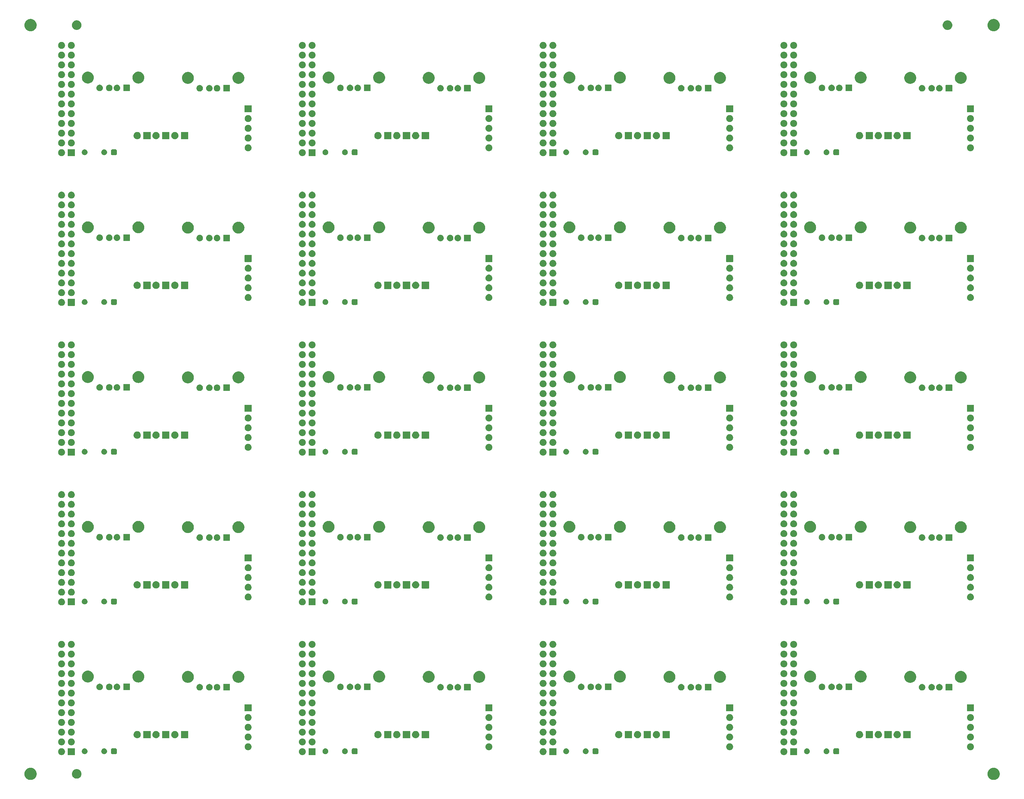
<source format=gbr>
%TF.GenerationSoftware,KiCad,Pcbnew,7.0.6+dfsg-1*%
%TF.CreationDate,2023-08-24T18:37:50+02:00*%
%TF.ProjectId,USB_panel,5553425f-7061-46e6-956c-2e6b69636164,V1.1*%
%TF.SameCoordinates,Original*%
%TF.FileFunction,Soldermask,Bot*%
%TF.FilePolarity,Negative*%
%FSLAX46Y46*%
G04 Gerber Fmt 4.6, Leading zero omitted, Abs format (unit mm)*
G04 Created by KiCad (PCBNEW 7.0.6+dfsg-1) date 2023-08-24 18:37:50*
%MOMM*%
%LPD*%
G01*
G04 APERTURE LIST*
G04 APERTURE END LIST*
G36*
X24654481Y-230659823D02*
G01*
X24712741Y-230659823D01*
X24776406Y-230669418D01*
X24843495Y-230674699D01*
X24897569Y-230687681D01*
X24949153Y-230695456D01*
X25016558Y-230716247D01*
X25087627Y-230733310D01*
X25133580Y-230752344D01*
X25177620Y-230765929D01*
X25246760Y-230799225D01*
X25319585Y-230829390D01*
X25356965Y-230852296D01*
X25393025Y-230869662D01*
X25461616Y-230916427D01*
X25533656Y-230960573D01*
X25562503Y-230985210D01*
X25590562Y-231004341D01*
X25656071Y-231065124D01*
X25724571Y-231123629D01*
X25745373Y-231147985D01*
X25765826Y-231166963D01*
X25825627Y-231241951D01*
X25887627Y-231314544D01*
X25901261Y-231336793D01*
X25914894Y-231353888D01*
X25966305Y-231442936D01*
X26018810Y-231528615D01*
X26026522Y-231547234D01*
X26034433Y-231560936D01*
X26074780Y-231663739D01*
X26114890Y-231760573D01*
X26118206Y-231774388D01*
X26121780Y-231783493D01*
X26148543Y-231900748D01*
X26173501Y-232004705D01*
X26174148Y-232012930D01*
X26174983Y-232016587D01*
X26185864Y-232161796D01*
X26193200Y-232255000D01*
X26185863Y-232348211D01*
X26174983Y-232493412D01*
X26174148Y-232497068D01*
X26173501Y-232505295D01*
X26148538Y-232609270D01*
X26121780Y-232726506D01*
X26118207Y-232735608D01*
X26114890Y-232749427D01*
X26074772Y-232846278D01*
X26034433Y-232949063D01*
X26026523Y-232962762D01*
X26018810Y-232981385D01*
X25966295Y-233067080D01*
X25914894Y-233156111D01*
X25901264Y-233173202D01*
X25887627Y-233195456D01*
X25825615Y-233268062D01*
X25765826Y-233343036D01*
X25745377Y-233362009D01*
X25724571Y-233386371D01*
X25656057Y-233444886D01*
X25590562Y-233505658D01*
X25562509Y-233524784D01*
X25533656Y-233549427D01*
X25461602Y-233593581D01*
X25393025Y-233640337D01*
X25356972Y-233657698D01*
X25319585Y-233680610D01*
X25246746Y-233710780D01*
X25177620Y-233744070D01*
X25133590Y-233757651D01*
X25087627Y-233776690D01*
X25016544Y-233793755D01*
X24949153Y-233814543D01*
X24897577Y-233822316D01*
X24843495Y-233835301D01*
X24776402Y-233840581D01*
X24712741Y-233850177D01*
X24654481Y-233850177D01*
X24593200Y-233855000D01*
X24531919Y-233850177D01*
X24473659Y-233850177D01*
X24409996Y-233840581D01*
X24342905Y-233835301D01*
X24288823Y-233822317D01*
X24237246Y-233814543D01*
X24169851Y-233793754D01*
X24098773Y-233776690D01*
X24052812Y-233757652D01*
X24008779Y-233744070D01*
X23939649Y-233710778D01*
X23866815Y-233680610D01*
X23829427Y-233657699D01*
X23793375Y-233640337D01*
X23724794Y-233593579D01*
X23652744Y-233549427D01*
X23623894Y-233524787D01*
X23595837Y-233505658D01*
X23530329Y-233444875D01*
X23461829Y-233386371D01*
X23441026Y-233362013D01*
X23420573Y-233343036D01*
X23360769Y-233268045D01*
X23298773Y-233195456D01*
X23285139Y-233173207D01*
X23271505Y-233156111D01*
X23220086Y-233067052D01*
X23167590Y-232981385D01*
X23159878Y-232962768D01*
X23151966Y-232949063D01*
X23111608Y-232846232D01*
X23071510Y-232749427D01*
X23068194Y-232735615D01*
X23064619Y-232726506D01*
X23037841Y-232609186D01*
X23012899Y-232505295D01*
X23012252Y-232497074D01*
X23011416Y-232493412D01*
X23000515Y-232347946D01*
X22993200Y-232255000D01*
X23000514Y-232162061D01*
X23011416Y-232016587D01*
X23012252Y-232012923D01*
X23012899Y-232004705D01*
X23037836Y-231900833D01*
X23064619Y-231783493D01*
X23068194Y-231774382D01*
X23071510Y-231760573D01*
X23111600Y-231663785D01*
X23151966Y-231560936D01*
X23159880Y-231547228D01*
X23167590Y-231528615D01*
X23220076Y-231442964D01*
X23271505Y-231353888D01*
X23285141Y-231336787D01*
X23298773Y-231314544D01*
X23360757Y-231241969D01*
X23420573Y-231166963D01*
X23441030Y-231147981D01*
X23461829Y-231123629D01*
X23530316Y-231065135D01*
X23595837Y-231004341D01*
X23623899Y-230985208D01*
X23652744Y-230960573D01*
X23724779Y-230916429D01*
X23793375Y-230869662D01*
X23829435Y-230852296D01*
X23866815Y-230829390D01*
X23939634Y-230799227D01*
X24008779Y-230765929D01*
X24052822Y-230752343D01*
X24098773Y-230733310D01*
X24169836Y-230716249D01*
X24237246Y-230695456D01*
X24288832Y-230687680D01*
X24342905Y-230674699D01*
X24409992Y-230669418D01*
X24473659Y-230659823D01*
X24531919Y-230659823D01*
X24593200Y-230655000D01*
X24654481Y-230659823D01*
G37*
G36*
X275094481Y-230659823D02*
G01*
X275152741Y-230659823D01*
X275216406Y-230669418D01*
X275283495Y-230674699D01*
X275337569Y-230687681D01*
X275389153Y-230695456D01*
X275456558Y-230716247D01*
X275527627Y-230733310D01*
X275573580Y-230752344D01*
X275617620Y-230765929D01*
X275686760Y-230799225D01*
X275759585Y-230829390D01*
X275796965Y-230852296D01*
X275833025Y-230869662D01*
X275901616Y-230916427D01*
X275973656Y-230960573D01*
X276002503Y-230985210D01*
X276030562Y-231004341D01*
X276096071Y-231065124D01*
X276164571Y-231123629D01*
X276185373Y-231147985D01*
X276205826Y-231166963D01*
X276265627Y-231241951D01*
X276327627Y-231314544D01*
X276341261Y-231336793D01*
X276354894Y-231353888D01*
X276406305Y-231442936D01*
X276458810Y-231528615D01*
X276466522Y-231547234D01*
X276474433Y-231560936D01*
X276514780Y-231663739D01*
X276554890Y-231760573D01*
X276558206Y-231774388D01*
X276561780Y-231783493D01*
X276588543Y-231900748D01*
X276613501Y-232004705D01*
X276614148Y-232012930D01*
X276614983Y-232016587D01*
X276625865Y-232161808D01*
X276633200Y-232255000D01*
X276625863Y-232348223D01*
X276614983Y-232493412D01*
X276614148Y-232497068D01*
X276613501Y-232505295D01*
X276588538Y-232609270D01*
X276561780Y-232726506D01*
X276558207Y-232735608D01*
X276554890Y-232749427D01*
X276514772Y-232846278D01*
X276474433Y-232949063D01*
X276466523Y-232962762D01*
X276458810Y-232981385D01*
X276406295Y-233067080D01*
X276354894Y-233156111D01*
X276341264Y-233173202D01*
X276327627Y-233195456D01*
X276265615Y-233268062D01*
X276205826Y-233343036D01*
X276185377Y-233362009D01*
X276164571Y-233386371D01*
X276096057Y-233444886D01*
X276030562Y-233505658D01*
X276002509Y-233524784D01*
X275973656Y-233549427D01*
X275901602Y-233593581D01*
X275833025Y-233640337D01*
X275796972Y-233657698D01*
X275759585Y-233680610D01*
X275686746Y-233710780D01*
X275617620Y-233744070D01*
X275573590Y-233757651D01*
X275527627Y-233776690D01*
X275456544Y-233793755D01*
X275389153Y-233814543D01*
X275337577Y-233822316D01*
X275283495Y-233835301D01*
X275216402Y-233840581D01*
X275152741Y-233850177D01*
X275094481Y-233850177D01*
X275033200Y-233855000D01*
X274971919Y-233850177D01*
X274913659Y-233850177D01*
X274849996Y-233840581D01*
X274782905Y-233835301D01*
X274728823Y-233822317D01*
X274677246Y-233814543D01*
X274609851Y-233793754D01*
X274538773Y-233776690D01*
X274492812Y-233757652D01*
X274448779Y-233744070D01*
X274379649Y-233710778D01*
X274306815Y-233680610D01*
X274269427Y-233657699D01*
X274233375Y-233640337D01*
X274164794Y-233593579D01*
X274092744Y-233549427D01*
X274063894Y-233524787D01*
X274035837Y-233505658D01*
X273970329Y-233444875D01*
X273901829Y-233386371D01*
X273881026Y-233362013D01*
X273860573Y-233343036D01*
X273800769Y-233268045D01*
X273738773Y-233195456D01*
X273725139Y-233173207D01*
X273711505Y-233156111D01*
X273660086Y-233067052D01*
X273607590Y-232981385D01*
X273599878Y-232962768D01*
X273591966Y-232949063D01*
X273551608Y-232846232D01*
X273511510Y-232749427D01*
X273508194Y-232735615D01*
X273504619Y-232726506D01*
X273477841Y-232609186D01*
X273452899Y-232505295D01*
X273452252Y-232497074D01*
X273451416Y-232493412D01*
X273440516Y-232347958D01*
X273433200Y-232255000D01*
X273440513Y-232162073D01*
X273451416Y-232016587D01*
X273452252Y-232012923D01*
X273452899Y-232004705D01*
X273477836Y-231900833D01*
X273504619Y-231783493D01*
X273508194Y-231774382D01*
X273511510Y-231760573D01*
X273551600Y-231663785D01*
X273591966Y-231560936D01*
X273599880Y-231547228D01*
X273607590Y-231528615D01*
X273660076Y-231442964D01*
X273711505Y-231353888D01*
X273725141Y-231336787D01*
X273738773Y-231314544D01*
X273800757Y-231241969D01*
X273860573Y-231166963D01*
X273881030Y-231147981D01*
X273901829Y-231123629D01*
X273970316Y-231065135D01*
X274035837Y-231004341D01*
X274063899Y-230985208D01*
X274092744Y-230960573D01*
X274164779Y-230916429D01*
X274233375Y-230869662D01*
X274269435Y-230852296D01*
X274306815Y-230829390D01*
X274379634Y-230799227D01*
X274448779Y-230765929D01*
X274492822Y-230752343D01*
X274538773Y-230733310D01*
X274609836Y-230716249D01*
X274677246Y-230695456D01*
X274728832Y-230687680D01*
X274782905Y-230674699D01*
X274849992Y-230669418D01*
X274913659Y-230659823D01*
X274971919Y-230659823D01*
X275033200Y-230655000D01*
X275094481Y-230659823D01*
G37*
G36*
X36646876Y-231009696D02*
G01*
X36696389Y-231009696D01*
X36750955Y-231018801D01*
X36810260Y-231023990D01*
X36856837Y-231036470D01*
X36899952Y-231043665D01*
X36957789Y-231063520D01*
X37020725Y-231080384D01*
X37059275Y-231098360D01*
X37095147Y-231110675D01*
X37154083Y-231142569D01*
X37218200Y-231172468D01*
X37248385Y-231193603D01*
X37276648Y-231208899D01*
X37334177Y-231253676D01*
X37396685Y-231297444D01*
X37418715Y-231319474D01*
X37439512Y-231335661D01*
X37492936Y-231393695D01*
X37550756Y-231451515D01*
X37565349Y-231472357D01*
X37579286Y-231487496D01*
X37625785Y-231558668D01*
X37675732Y-231630000D01*
X37684068Y-231647876D01*
X37692165Y-231660270D01*
X37728919Y-231744060D01*
X37767816Y-231827475D01*
X37771438Y-231840993D01*
X37775067Y-231849266D01*
X37799365Y-231945218D01*
X37824210Y-232037940D01*
X37824930Y-232046172D01*
X37825729Y-232049327D01*
X37835089Y-232162296D01*
X37843200Y-232255000D01*
X37835088Y-232347711D01*
X37825729Y-232460672D01*
X37824930Y-232463825D01*
X37824210Y-232472060D01*
X37799360Y-232564798D01*
X37775067Y-232660733D01*
X37771438Y-232669004D01*
X37767816Y-232682525D01*
X37728911Y-232765955D01*
X37692165Y-232849729D01*
X37684069Y-232862119D01*
X37675732Y-232880000D01*
X37625775Y-232951345D01*
X37579286Y-233022503D01*
X37565352Y-233037638D01*
X37550756Y-233058485D01*
X37492925Y-233116315D01*
X37439512Y-233174338D01*
X37418719Y-233190521D01*
X37396685Y-233212556D01*
X37334164Y-233256332D01*
X37276648Y-233301100D01*
X37248391Y-233316391D01*
X37218200Y-233337532D01*
X37154070Y-233367436D01*
X37095147Y-233399324D01*
X37059283Y-233411635D01*
X37020725Y-233429616D01*
X36957775Y-233446483D01*
X36899952Y-233466334D01*
X36856845Y-233473527D01*
X36810260Y-233486010D01*
X36750951Y-233491198D01*
X36696389Y-233500304D01*
X36646876Y-233500304D01*
X36593200Y-233505000D01*
X36539524Y-233500304D01*
X36490011Y-233500304D01*
X36435447Y-233491198D01*
X36376140Y-233486010D01*
X36329556Y-233473527D01*
X36286447Y-233466334D01*
X36228619Y-233446481D01*
X36165675Y-233429616D01*
X36127118Y-233411637D01*
X36091252Y-233399324D01*
X36032322Y-233367432D01*
X35968200Y-233337532D01*
X35938011Y-233316394D01*
X35909751Y-233301100D01*
X35852225Y-233256325D01*
X35789715Y-233212556D01*
X35767683Y-233190524D01*
X35746887Y-233174338D01*
X35693462Y-233116303D01*
X35635644Y-233058485D01*
X35621050Y-233037642D01*
X35607113Y-233022503D01*
X35560609Y-232951324D01*
X35510668Y-232880000D01*
X35502332Y-232862125D01*
X35494234Y-232849729D01*
X35457471Y-232765919D01*
X35418584Y-232682525D01*
X35414962Y-232669010D01*
X35411332Y-232660733D01*
X35387021Y-232564730D01*
X35362190Y-232472060D01*
X35361470Y-232463831D01*
X35360670Y-232460672D01*
X35351292Y-232347495D01*
X35343200Y-232255000D01*
X35351291Y-232162512D01*
X35360670Y-232049327D01*
X35361470Y-232046166D01*
X35362190Y-232037940D01*
X35387016Y-231945286D01*
X35411332Y-231849266D01*
X35414963Y-231840987D01*
X35418584Y-231827475D01*
X35457464Y-231744096D01*
X35494234Y-231660270D01*
X35502334Y-231647871D01*
X35510668Y-231630000D01*
X35560599Y-231558689D01*
X35607113Y-231487496D01*
X35621053Y-231472352D01*
X35635644Y-231451515D01*
X35693450Y-231393708D01*
X35746887Y-231335661D01*
X35767688Y-231319470D01*
X35789715Y-231297444D01*
X35852212Y-231253683D01*
X35909751Y-231208899D01*
X35938017Y-231193601D01*
X35968200Y-231172468D01*
X36032309Y-231142573D01*
X36091252Y-231110675D01*
X36127127Y-231098359D01*
X36165675Y-231080384D01*
X36228606Y-231063521D01*
X36286447Y-231043665D01*
X36329564Y-231036469D01*
X36376140Y-231023990D01*
X36435444Y-231018801D01*
X36490011Y-231009696D01*
X36539524Y-231009696D01*
X36593200Y-231005000D01*
X36646876Y-231009696D01*
G37*
G36*
X36066717Y-225579882D02*
G01*
X36083262Y-225590938D01*
X36094318Y-225607483D01*
X36098200Y-225627000D01*
X36098200Y-227327000D01*
X36094318Y-227346517D01*
X36083262Y-227363062D01*
X36066717Y-227374118D01*
X36047200Y-227378000D01*
X34347200Y-227378000D01*
X34327683Y-227374118D01*
X34311138Y-227363062D01*
X34300082Y-227346517D01*
X34296200Y-227327000D01*
X34296200Y-225627000D01*
X34300082Y-225607483D01*
X34311138Y-225590938D01*
X34327683Y-225579882D01*
X34347200Y-225576000D01*
X36047200Y-225576000D01*
X36066717Y-225579882D01*
G37*
G36*
X98676717Y-225579882D02*
G01*
X98693262Y-225590938D01*
X98704318Y-225607483D01*
X98708200Y-225627000D01*
X98708200Y-227327000D01*
X98704318Y-227346517D01*
X98693262Y-227363062D01*
X98676717Y-227374118D01*
X98657200Y-227378000D01*
X96957200Y-227378000D01*
X96937683Y-227374118D01*
X96921138Y-227363062D01*
X96910082Y-227346517D01*
X96906200Y-227327000D01*
X96906200Y-225627000D01*
X96910082Y-225607483D01*
X96921138Y-225590938D01*
X96937683Y-225579882D01*
X96957200Y-225576000D01*
X98657200Y-225576000D01*
X98676717Y-225579882D01*
G37*
G36*
X161286717Y-225579882D02*
G01*
X161303262Y-225590938D01*
X161314318Y-225607483D01*
X161318200Y-225627000D01*
X161318200Y-227327000D01*
X161314318Y-227346517D01*
X161303262Y-227363062D01*
X161286717Y-227374118D01*
X161267200Y-227378000D01*
X159567200Y-227378000D01*
X159547683Y-227374118D01*
X159531138Y-227363062D01*
X159520082Y-227346517D01*
X159516200Y-227327000D01*
X159516200Y-225627000D01*
X159520082Y-225607483D01*
X159531138Y-225590938D01*
X159547683Y-225579882D01*
X159567200Y-225576000D01*
X161267200Y-225576000D01*
X161286717Y-225579882D01*
G37*
G36*
X223896717Y-225579882D02*
G01*
X223913262Y-225590938D01*
X223924318Y-225607483D01*
X223928200Y-225627000D01*
X223928200Y-227327000D01*
X223924318Y-227346517D01*
X223913262Y-227363062D01*
X223896717Y-227374118D01*
X223877200Y-227378000D01*
X222177200Y-227378000D01*
X222157683Y-227374118D01*
X222141138Y-227363062D01*
X222130082Y-227346517D01*
X222126200Y-227327000D01*
X222126200Y-225627000D01*
X222130082Y-225607483D01*
X222141138Y-225590938D01*
X222157683Y-225579882D01*
X222177200Y-225576000D01*
X223877200Y-225576000D01*
X223896717Y-225579882D01*
G37*
G36*
X32701183Y-225580936D02*
G01*
X32751380Y-225580936D01*
X32794724Y-225590149D01*
X32832859Y-225593905D01*
X32880766Y-225608437D01*
X32935624Y-225620098D01*
X32970730Y-225635728D01*
X33001766Y-225645143D01*
X33051084Y-225671504D01*
X33107700Y-225696711D01*
X33134022Y-225715835D01*
X33157432Y-225728348D01*
X33205188Y-225767540D01*
X33260087Y-225807427D01*
X33277911Y-225827223D01*
X33293875Y-225840324D01*
X33336772Y-225892594D01*
X33386124Y-225947405D01*
X33396492Y-225965363D01*
X33405851Y-225976767D01*
X33440473Y-226041542D01*
X33480304Y-226110530D01*
X33484885Y-226124630D01*
X33489056Y-226132433D01*
X33512052Y-226208242D01*
X33538511Y-226289672D01*
X33539442Y-226298532D01*
X33540294Y-226301340D01*
X33548584Y-226385513D01*
X33558200Y-226477000D01*
X33548583Y-226568494D01*
X33540294Y-226652659D01*
X33539442Y-226655466D01*
X33538511Y-226664328D01*
X33512048Y-226745771D01*
X33489056Y-226821566D01*
X33484886Y-226829366D01*
X33480304Y-226843470D01*
X33440466Y-226912470D01*
X33405851Y-226977232D01*
X33396494Y-226988633D01*
X33386124Y-227006595D01*
X33336763Y-227061415D01*
X33293875Y-227113675D01*
X33277914Y-227126773D01*
X33260087Y-227146573D01*
X33205177Y-227186467D01*
X33157432Y-227225651D01*
X33134027Y-227238161D01*
X33107700Y-227257289D01*
X33051073Y-227282500D01*
X33001766Y-227308856D01*
X32970737Y-227318268D01*
X32935624Y-227333902D01*
X32880755Y-227345564D01*
X32832859Y-227360094D01*
X32794733Y-227363849D01*
X32751380Y-227373064D01*
X32701172Y-227373064D01*
X32657199Y-227377395D01*
X32613226Y-227373064D01*
X32563020Y-227373064D01*
X32519667Y-227363849D01*
X32481540Y-227360094D01*
X32433641Y-227345563D01*
X32378776Y-227333902D01*
X32343664Y-227318269D01*
X32312633Y-227308856D01*
X32263320Y-227282498D01*
X32206700Y-227257289D01*
X32180375Y-227238163D01*
X32156967Y-227225651D01*
X32109213Y-227186460D01*
X32054313Y-227146573D01*
X32036487Y-227126776D01*
X32020524Y-227113675D01*
X31977625Y-227061402D01*
X31928276Y-227006595D01*
X31917908Y-226988637D01*
X31908548Y-226977232D01*
X31873919Y-226912447D01*
X31834096Y-226843470D01*
X31829515Y-226829371D01*
X31825343Y-226821566D01*
X31802336Y-226745725D01*
X31775889Y-226664328D01*
X31774958Y-226655471D01*
X31774105Y-226652659D01*
X31765800Y-226568342D01*
X31756200Y-226477000D01*
X31765799Y-226385664D01*
X31774105Y-226301340D01*
X31774958Y-226298527D01*
X31775889Y-226289672D01*
X31802332Y-226208288D01*
X31825343Y-226132433D01*
X31829515Y-226124626D01*
X31834096Y-226110530D01*
X31873912Y-226041565D01*
X31908548Y-225976767D01*
X31917910Y-225965359D01*
X31928276Y-225947405D01*
X31977616Y-225892607D01*
X32020524Y-225840324D01*
X32036491Y-225827219D01*
X32054313Y-225807427D01*
X32109202Y-225767546D01*
X32156967Y-225728348D01*
X32180380Y-225715833D01*
X32206700Y-225696711D01*
X32263309Y-225671506D01*
X32312633Y-225645143D01*
X32343671Y-225635727D01*
X32378776Y-225620098D01*
X32433630Y-225608438D01*
X32481540Y-225593905D01*
X32519676Y-225590148D01*
X32563020Y-225580936D01*
X32613216Y-225580936D01*
X32657199Y-225576604D01*
X32701183Y-225580936D01*
G37*
G36*
X95311183Y-225580936D02*
G01*
X95361380Y-225580936D01*
X95404724Y-225590149D01*
X95442859Y-225593905D01*
X95490766Y-225608437D01*
X95545624Y-225620098D01*
X95580730Y-225635728D01*
X95611766Y-225645143D01*
X95661084Y-225671504D01*
X95717700Y-225696711D01*
X95744022Y-225715835D01*
X95767432Y-225728348D01*
X95815188Y-225767540D01*
X95870087Y-225807427D01*
X95887911Y-225827223D01*
X95903875Y-225840324D01*
X95946772Y-225892594D01*
X95996124Y-225947405D01*
X96006492Y-225965363D01*
X96015851Y-225976767D01*
X96050473Y-226041542D01*
X96090304Y-226110530D01*
X96094885Y-226124630D01*
X96099056Y-226132433D01*
X96122052Y-226208242D01*
X96148511Y-226289672D01*
X96149442Y-226298532D01*
X96150294Y-226301340D01*
X96158584Y-226385513D01*
X96168200Y-226477000D01*
X96158583Y-226568494D01*
X96150294Y-226652659D01*
X96149442Y-226655466D01*
X96148511Y-226664328D01*
X96122048Y-226745771D01*
X96099056Y-226821566D01*
X96094886Y-226829366D01*
X96090304Y-226843470D01*
X96050466Y-226912470D01*
X96015851Y-226977232D01*
X96006494Y-226988633D01*
X95996124Y-227006595D01*
X95946763Y-227061415D01*
X95903875Y-227113675D01*
X95887914Y-227126773D01*
X95870087Y-227146573D01*
X95815177Y-227186467D01*
X95767432Y-227225651D01*
X95744027Y-227238161D01*
X95717700Y-227257289D01*
X95661073Y-227282500D01*
X95611766Y-227308856D01*
X95580737Y-227318268D01*
X95545624Y-227333902D01*
X95490755Y-227345564D01*
X95442859Y-227360094D01*
X95404732Y-227363849D01*
X95361380Y-227373064D01*
X95311173Y-227373064D01*
X95267200Y-227377395D01*
X95223227Y-227373064D01*
X95173020Y-227373064D01*
X95129667Y-227363849D01*
X95091540Y-227360094D01*
X95043641Y-227345563D01*
X94988776Y-227333902D01*
X94953664Y-227318269D01*
X94922633Y-227308856D01*
X94873320Y-227282498D01*
X94816700Y-227257289D01*
X94790375Y-227238163D01*
X94766967Y-227225651D01*
X94719213Y-227186460D01*
X94664313Y-227146573D01*
X94646487Y-227126776D01*
X94630524Y-227113675D01*
X94587625Y-227061402D01*
X94538276Y-227006595D01*
X94527908Y-226988637D01*
X94518548Y-226977232D01*
X94483919Y-226912447D01*
X94444096Y-226843470D01*
X94439515Y-226829371D01*
X94435343Y-226821566D01*
X94412336Y-226745725D01*
X94385889Y-226664328D01*
X94384958Y-226655471D01*
X94384105Y-226652659D01*
X94375800Y-226568342D01*
X94366200Y-226477000D01*
X94375799Y-226385664D01*
X94384105Y-226301340D01*
X94384958Y-226298527D01*
X94385889Y-226289672D01*
X94412332Y-226208288D01*
X94435343Y-226132433D01*
X94439515Y-226124626D01*
X94444096Y-226110530D01*
X94483912Y-226041565D01*
X94518548Y-225976767D01*
X94527910Y-225965359D01*
X94538276Y-225947405D01*
X94587616Y-225892607D01*
X94630524Y-225840324D01*
X94646491Y-225827219D01*
X94664313Y-225807427D01*
X94719202Y-225767546D01*
X94766967Y-225728348D01*
X94790380Y-225715833D01*
X94816700Y-225696711D01*
X94873309Y-225671506D01*
X94922633Y-225645143D01*
X94953671Y-225635727D01*
X94988776Y-225620098D01*
X95043630Y-225608438D01*
X95091540Y-225593905D01*
X95129676Y-225590148D01*
X95173020Y-225580936D01*
X95223216Y-225580936D01*
X95267199Y-225576604D01*
X95311183Y-225580936D01*
G37*
G36*
X157921183Y-225580936D02*
G01*
X157971380Y-225580936D01*
X158014724Y-225590149D01*
X158052859Y-225593905D01*
X158100766Y-225608437D01*
X158155624Y-225620098D01*
X158190730Y-225635728D01*
X158221766Y-225645143D01*
X158271084Y-225671504D01*
X158327700Y-225696711D01*
X158354022Y-225715835D01*
X158377432Y-225728348D01*
X158425188Y-225767540D01*
X158480087Y-225807427D01*
X158497911Y-225827223D01*
X158513875Y-225840324D01*
X158556772Y-225892594D01*
X158606124Y-225947405D01*
X158616492Y-225965363D01*
X158625851Y-225976767D01*
X158660473Y-226041542D01*
X158700304Y-226110530D01*
X158704885Y-226124630D01*
X158709056Y-226132433D01*
X158732052Y-226208242D01*
X158758511Y-226289672D01*
X158759442Y-226298532D01*
X158760294Y-226301340D01*
X158768584Y-226385513D01*
X158778200Y-226477000D01*
X158768583Y-226568494D01*
X158760294Y-226652659D01*
X158759442Y-226655466D01*
X158758511Y-226664328D01*
X158732048Y-226745771D01*
X158709056Y-226821566D01*
X158704886Y-226829366D01*
X158700304Y-226843470D01*
X158660466Y-226912470D01*
X158625851Y-226977232D01*
X158616494Y-226988633D01*
X158606124Y-227006595D01*
X158556763Y-227061415D01*
X158513875Y-227113675D01*
X158497914Y-227126773D01*
X158480087Y-227146573D01*
X158425177Y-227186467D01*
X158377432Y-227225651D01*
X158354027Y-227238161D01*
X158327700Y-227257289D01*
X158271073Y-227282500D01*
X158221766Y-227308856D01*
X158190737Y-227318268D01*
X158155624Y-227333902D01*
X158100755Y-227345564D01*
X158052859Y-227360094D01*
X158014732Y-227363849D01*
X157971380Y-227373064D01*
X157921173Y-227373064D01*
X157877200Y-227377395D01*
X157833227Y-227373064D01*
X157783020Y-227373064D01*
X157739667Y-227363849D01*
X157701540Y-227360094D01*
X157653641Y-227345563D01*
X157598776Y-227333902D01*
X157563664Y-227318269D01*
X157532633Y-227308856D01*
X157483320Y-227282498D01*
X157426700Y-227257289D01*
X157400375Y-227238163D01*
X157376967Y-227225651D01*
X157329213Y-227186460D01*
X157274313Y-227146573D01*
X157256487Y-227126776D01*
X157240524Y-227113675D01*
X157197625Y-227061402D01*
X157148276Y-227006595D01*
X157137908Y-226988637D01*
X157128548Y-226977232D01*
X157093919Y-226912447D01*
X157054096Y-226843470D01*
X157049515Y-226829371D01*
X157045343Y-226821566D01*
X157022336Y-226745725D01*
X156995889Y-226664328D01*
X156994958Y-226655471D01*
X156994105Y-226652659D01*
X156985800Y-226568342D01*
X156976200Y-226477000D01*
X156985799Y-226385664D01*
X156994105Y-226301340D01*
X156994958Y-226298527D01*
X156995889Y-226289672D01*
X157022332Y-226208288D01*
X157045343Y-226132433D01*
X157049515Y-226124626D01*
X157054096Y-226110530D01*
X157093912Y-226041565D01*
X157128548Y-225976767D01*
X157137910Y-225965359D01*
X157148276Y-225947405D01*
X157197616Y-225892607D01*
X157240524Y-225840324D01*
X157256491Y-225827219D01*
X157274313Y-225807427D01*
X157329202Y-225767546D01*
X157376967Y-225728348D01*
X157400380Y-225715833D01*
X157426700Y-225696711D01*
X157483309Y-225671506D01*
X157532633Y-225645143D01*
X157563671Y-225635727D01*
X157598776Y-225620098D01*
X157653630Y-225608438D01*
X157701540Y-225593905D01*
X157739676Y-225590148D01*
X157783020Y-225580936D01*
X157833216Y-225580936D01*
X157877200Y-225576604D01*
X157921183Y-225580936D01*
G37*
G36*
X220531183Y-225580936D02*
G01*
X220581380Y-225580936D01*
X220624724Y-225590149D01*
X220662859Y-225593905D01*
X220710766Y-225608437D01*
X220765624Y-225620098D01*
X220800730Y-225635728D01*
X220831766Y-225645143D01*
X220881084Y-225671504D01*
X220937700Y-225696711D01*
X220964022Y-225715835D01*
X220987432Y-225728348D01*
X221035188Y-225767540D01*
X221090087Y-225807427D01*
X221107911Y-225827223D01*
X221123875Y-225840324D01*
X221166772Y-225892594D01*
X221216124Y-225947405D01*
X221226492Y-225965363D01*
X221235851Y-225976767D01*
X221270473Y-226041542D01*
X221310304Y-226110530D01*
X221314885Y-226124630D01*
X221319056Y-226132433D01*
X221342052Y-226208242D01*
X221368511Y-226289672D01*
X221369442Y-226298532D01*
X221370294Y-226301340D01*
X221378585Y-226385520D01*
X221388200Y-226477000D01*
X221378582Y-226568501D01*
X221370294Y-226652659D01*
X221369442Y-226655466D01*
X221368511Y-226664328D01*
X221342048Y-226745771D01*
X221319056Y-226821566D01*
X221314886Y-226829366D01*
X221310304Y-226843470D01*
X221270466Y-226912470D01*
X221235851Y-226977232D01*
X221226494Y-226988633D01*
X221216124Y-227006595D01*
X221166763Y-227061415D01*
X221123875Y-227113675D01*
X221107914Y-227126773D01*
X221090087Y-227146573D01*
X221035177Y-227186467D01*
X220987432Y-227225651D01*
X220964027Y-227238161D01*
X220937700Y-227257289D01*
X220881073Y-227282500D01*
X220831766Y-227308856D01*
X220800737Y-227318268D01*
X220765624Y-227333902D01*
X220710755Y-227345564D01*
X220662859Y-227360094D01*
X220624733Y-227363849D01*
X220581380Y-227373064D01*
X220531172Y-227373064D01*
X220487199Y-227377395D01*
X220443226Y-227373064D01*
X220393020Y-227373064D01*
X220349667Y-227363849D01*
X220311540Y-227360094D01*
X220263641Y-227345563D01*
X220208776Y-227333902D01*
X220173664Y-227318269D01*
X220142633Y-227308856D01*
X220093320Y-227282498D01*
X220036700Y-227257289D01*
X220010375Y-227238163D01*
X219986967Y-227225651D01*
X219939213Y-227186460D01*
X219884313Y-227146573D01*
X219866487Y-227126776D01*
X219850524Y-227113675D01*
X219807625Y-227061402D01*
X219758276Y-227006595D01*
X219747908Y-226988637D01*
X219738548Y-226977232D01*
X219703919Y-226912447D01*
X219664096Y-226843470D01*
X219659515Y-226829371D01*
X219655343Y-226821566D01*
X219632336Y-226745725D01*
X219605889Y-226664328D01*
X219604958Y-226655471D01*
X219604105Y-226652659D01*
X219595800Y-226568342D01*
X219586200Y-226477000D01*
X219595799Y-226385664D01*
X219604105Y-226301340D01*
X219604958Y-226298527D01*
X219605889Y-226289672D01*
X219632332Y-226208288D01*
X219655343Y-226132433D01*
X219659515Y-226124626D01*
X219664096Y-226110530D01*
X219703912Y-226041565D01*
X219738548Y-225976767D01*
X219747910Y-225965359D01*
X219758276Y-225947405D01*
X219807616Y-225892607D01*
X219850524Y-225840324D01*
X219866491Y-225827219D01*
X219884313Y-225807427D01*
X219939202Y-225767546D01*
X219986967Y-225728348D01*
X220010380Y-225715833D01*
X220036700Y-225696711D01*
X220093309Y-225671506D01*
X220142633Y-225645143D01*
X220173671Y-225635727D01*
X220208776Y-225620098D01*
X220263630Y-225608438D01*
X220311540Y-225593905D01*
X220349676Y-225590148D01*
X220393020Y-225580936D01*
X220443216Y-225580936D01*
X220487200Y-225576604D01*
X220531183Y-225580936D01*
G37*
G36*
X38695793Y-225628799D02*
G01*
X38731628Y-225628799D01*
X38772054Y-225637391D01*
X38820313Y-225642829D01*
X38855401Y-225655106D01*
X38885061Y-225661411D01*
X38927799Y-225680440D01*
X38979047Y-225698372D01*
X39005725Y-225715135D01*
X39028355Y-225725211D01*
X39070556Y-225755871D01*
X39121441Y-225787845D01*
X39139711Y-225806115D01*
X39155256Y-225817409D01*
X39193683Y-225860087D01*
X39240355Y-225906759D01*
X39251092Y-225923847D01*
X39260214Y-225933978D01*
X39291416Y-225988022D01*
X39329828Y-226049153D01*
X39334623Y-226062859D01*
X39338644Y-226069822D01*
X39359231Y-226133183D01*
X39385371Y-226207887D01*
X39386362Y-226216684D01*
X39387115Y-226219001D01*
X39393944Y-226283976D01*
X39404200Y-226375000D01*
X39393942Y-226466042D01*
X39387115Y-226530998D01*
X39386362Y-226533314D01*
X39385371Y-226542113D01*
X39359226Y-226616829D01*
X39338644Y-226680177D01*
X39334624Y-226687138D01*
X39329828Y-226700847D01*
X39291409Y-226761988D01*
X39260214Y-226816021D01*
X39251094Y-226826149D01*
X39240355Y-226843241D01*
X39193674Y-226889921D01*
X39155256Y-226932590D01*
X39139714Y-226943881D01*
X39121441Y-226962155D01*
X39070545Y-226994134D01*
X39028355Y-227024788D01*
X39005731Y-227034860D01*
X38979047Y-227051628D01*
X38927789Y-227069563D01*
X38885061Y-227088588D01*
X38855407Y-227094891D01*
X38820313Y-227107171D01*
X38772051Y-227112608D01*
X38731628Y-227121201D01*
X38695793Y-227121201D01*
X38653200Y-227126000D01*
X38610607Y-227121201D01*
X38574772Y-227121201D01*
X38534347Y-227112608D01*
X38486087Y-227107171D01*
X38450993Y-227094891D01*
X38421338Y-227088588D01*
X38378605Y-227069562D01*
X38327353Y-227051628D01*
X38300670Y-227034862D01*
X38278044Y-227024788D01*
X38235846Y-226994130D01*
X38184959Y-226962155D01*
X38166687Y-226943883D01*
X38151143Y-226932590D01*
X38112715Y-226889911D01*
X38066045Y-226843241D01*
X38055307Y-226826152D01*
X38046185Y-226816021D01*
X38014977Y-226761968D01*
X37976572Y-226700847D01*
X37971776Y-226687142D01*
X37967755Y-226680177D01*
X37947159Y-226616789D01*
X37921029Y-226542113D01*
X37920038Y-226533319D01*
X37919284Y-226530998D01*
X37912442Y-226465904D01*
X37902200Y-226375000D01*
X37912441Y-226284103D01*
X37919284Y-226219001D01*
X37920038Y-226216679D01*
X37921029Y-226207887D01*
X37947154Y-226133223D01*
X37967755Y-226069822D01*
X37971777Y-226062854D01*
X37976572Y-226049153D01*
X38014970Y-225988042D01*
X38046185Y-225933978D01*
X38055309Y-225923843D01*
X38066045Y-225906759D01*
X38112706Y-225860097D01*
X38151142Y-225817410D01*
X38166690Y-225806113D01*
X38184959Y-225787845D01*
X38235840Y-225755873D01*
X38278046Y-225725210D01*
X38300676Y-225715133D01*
X38327353Y-225698372D01*
X38378595Y-225680441D01*
X38421338Y-225661411D01*
X38450999Y-225655106D01*
X38486087Y-225642829D01*
X38534344Y-225637391D01*
X38574772Y-225628799D01*
X38610607Y-225628799D01*
X38653200Y-225624000D01*
X38695793Y-225628799D01*
G37*
G36*
X43775793Y-225628799D02*
G01*
X43811628Y-225628799D01*
X43852054Y-225637391D01*
X43900313Y-225642829D01*
X43935401Y-225655106D01*
X43965061Y-225661411D01*
X44007799Y-225680440D01*
X44059047Y-225698372D01*
X44085725Y-225715135D01*
X44108355Y-225725211D01*
X44150556Y-225755871D01*
X44201441Y-225787845D01*
X44219711Y-225806115D01*
X44235256Y-225817409D01*
X44273683Y-225860087D01*
X44320355Y-225906759D01*
X44331092Y-225923847D01*
X44340214Y-225933978D01*
X44371416Y-225988022D01*
X44409828Y-226049153D01*
X44414623Y-226062859D01*
X44418644Y-226069822D01*
X44439231Y-226133183D01*
X44465371Y-226207887D01*
X44466362Y-226216684D01*
X44467115Y-226219001D01*
X44473944Y-226283976D01*
X44484200Y-226375000D01*
X44473942Y-226466042D01*
X44467115Y-226530998D01*
X44466362Y-226533314D01*
X44465371Y-226542113D01*
X44439226Y-226616829D01*
X44418644Y-226680177D01*
X44414624Y-226687138D01*
X44409828Y-226700847D01*
X44371409Y-226761988D01*
X44340214Y-226816021D01*
X44331094Y-226826149D01*
X44320355Y-226843241D01*
X44273674Y-226889921D01*
X44235256Y-226932590D01*
X44219714Y-226943881D01*
X44201441Y-226962155D01*
X44150545Y-226994134D01*
X44108355Y-227024788D01*
X44085731Y-227034860D01*
X44059047Y-227051628D01*
X44007789Y-227069563D01*
X43965061Y-227088588D01*
X43935407Y-227094891D01*
X43900313Y-227107171D01*
X43852051Y-227112608D01*
X43811628Y-227121201D01*
X43775793Y-227121201D01*
X43733200Y-227126000D01*
X43690607Y-227121201D01*
X43654772Y-227121201D01*
X43614347Y-227112608D01*
X43566087Y-227107171D01*
X43530993Y-227094891D01*
X43501338Y-227088588D01*
X43458605Y-227069562D01*
X43407353Y-227051628D01*
X43380670Y-227034862D01*
X43358044Y-227024788D01*
X43315846Y-226994130D01*
X43264959Y-226962155D01*
X43246687Y-226943883D01*
X43231143Y-226932590D01*
X43192715Y-226889911D01*
X43146045Y-226843241D01*
X43135307Y-226826152D01*
X43126185Y-226816021D01*
X43094977Y-226761968D01*
X43056572Y-226700847D01*
X43051776Y-226687142D01*
X43047755Y-226680177D01*
X43027159Y-226616789D01*
X43001029Y-226542113D01*
X43000038Y-226533319D01*
X42999284Y-226530998D01*
X42992443Y-226465910D01*
X42982200Y-226375000D01*
X42992440Y-226284109D01*
X42999284Y-226219001D01*
X43000038Y-226216679D01*
X43001029Y-226207887D01*
X43027154Y-226133223D01*
X43047755Y-226069822D01*
X43051777Y-226062854D01*
X43056572Y-226049153D01*
X43094970Y-225988042D01*
X43126185Y-225933978D01*
X43135309Y-225923843D01*
X43146045Y-225906759D01*
X43192706Y-225860097D01*
X43231142Y-225817410D01*
X43246690Y-225806113D01*
X43264959Y-225787845D01*
X43315840Y-225755873D01*
X43358046Y-225725210D01*
X43380676Y-225715133D01*
X43407353Y-225698372D01*
X43458595Y-225680441D01*
X43501338Y-225661411D01*
X43530999Y-225655106D01*
X43566087Y-225642829D01*
X43614344Y-225637391D01*
X43654772Y-225628799D01*
X43690607Y-225628799D01*
X43733200Y-225624000D01*
X43775793Y-225628799D01*
G37*
G36*
X46792731Y-225631974D02*
G01*
X46808515Y-225638943D01*
X46816285Y-225640174D01*
X46848649Y-225656664D01*
X46893654Y-225676536D01*
X46971664Y-225754546D01*
X46991538Y-225799558D01*
X47008025Y-225831914D01*
X47009255Y-225839681D01*
X47016226Y-225855469D01*
X47024200Y-225924200D01*
X47024200Y-226825800D01*
X47016226Y-226894531D01*
X47009254Y-226910318D01*
X47008025Y-226918085D01*
X46991542Y-226950434D01*
X46971664Y-226995454D01*
X46893654Y-227073464D01*
X46848634Y-227093342D01*
X46816285Y-227109825D01*
X46808518Y-227111055D01*
X46792731Y-227118026D01*
X46724000Y-227126000D01*
X45822400Y-227126000D01*
X45753669Y-227118026D01*
X45737881Y-227111055D01*
X45730114Y-227109825D01*
X45697758Y-227093338D01*
X45652746Y-227073464D01*
X45574736Y-226995454D01*
X45554864Y-226950449D01*
X45538374Y-226918085D01*
X45537143Y-226910315D01*
X45530174Y-226894531D01*
X45522200Y-226825800D01*
X45522200Y-225924200D01*
X45530174Y-225855469D01*
X45537143Y-225839685D01*
X45538374Y-225831914D01*
X45554867Y-225799543D01*
X45574736Y-225754546D01*
X45652746Y-225676536D01*
X45697743Y-225656667D01*
X45730114Y-225640174D01*
X45737885Y-225638943D01*
X45753669Y-225631974D01*
X45822400Y-225624000D01*
X46724000Y-225624000D01*
X46792731Y-225631974D01*
G37*
G36*
X101305793Y-225628799D02*
G01*
X101341628Y-225628799D01*
X101382054Y-225637391D01*
X101430313Y-225642829D01*
X101465401Y-225655106D01*
X101495061Y-225661411D01*
X101537799Y-225680440D01*
X101589047Y-225698372D01*
X101615725Y-225715135D01*
X101638355Y-225725211D01*
X101680556Y-225755871D01*
X101731441Y-225787845D01*
X101749711Y-225806115D01*
X101765256Y-225817409D01*
X101803683Y-225860087D01*
X101850355Y-225906759D01*
X101861092Y-225923847D01*
X101870214Y-225933978D01*
X101901416Y-225988022D01*
X101939828Y-226049153D01*
X101944623Y-226062859D01*
X101948644Y-226069822D01*
X101969231Y-226133183D01*
X101995371Y-226207887D01*
X101996362Y-226216684D01*
X101997115Y-226219001D01*
X102003944Y-226283976D01*
X102014200Y-226375000D01*
X102003942Y-226466042D01*
X101997115Y-226530998D01*
X101996362Y-226533314D01*
X101995371Y-226542113D01*
X101969226Y-226616829D01*
X101948644Y-226680177D01*
X101944624Y-226687138D01*
X101939828Y-226700847D01*
X101901409Y-226761988D01*
X101870214Y-226816021D01*
X101861094Y-226826149D01*
X101850355Y-226843241D01*
X101803674Y-226889921D01*
X101765256Y-226932590D01*
X101749714Y-226943881D01*
X101731441Y-226962155D01*
X101680545Y-226994134D01*
X101638355Y-227024788D01*
X101615731Y-227034860D01*
X101589047Y-227051628D01*
X101537789Y-227069563D01*
X101495061Y-227088588D01*
X101465407Y-227094891D01*
X101430313Y-227107171D01*
X101382051Y-227112608D01*
X101341628Y-227121201D01*
X101305793Y-227121201D01*
X101263200Y-227126000D01*
X101220607Y-227121201D01*
X101184772Y-227121201D01*
X101144347Y-227112608D01*
X101096087Y-227107171D01*
X101060993Y-227094891D01*
X101031338Y-227088588D01*
X100988605Y-227069562D01*
X100937353Y-227051628D01*
X100910670Y-227034862D01*
X100888044Y-227024788D01*
X100845846Y-226994130D01*
X100794959Y-226962155D01*
X100776687Y-226943883D01*
X100761143Y-226932590D01*
X100722715Y-226889911D01*
X100676045Y-226843241D01*
X100665307Y-226826152D01*
X100656185Y-226816021D01*
X100624977Y-226761968D01*
X100586572Y-226700847D01*
X100581776Y-226687142D01*
X100577755Y-226680177D01*
X100557159Y-226616789D01*
X100531029Y-226542113D01*
X100530038Y-226533319D01*
X100529284Y-226530998D01*
X100522442Y-226465904D01*
X100512200Y-226375000D01*
X100522441Y-226284103D01*
X100529284Y-226219001D01*
X100530038Y-226216679D01*
X100531029Y-226207887D01*
X100557154Y-226133223D01*
X100577755Y-226069822D01*
X100581777Y-226062854D01*
X100586572Y-226049153D01*
X100624970Y-225988042D01*
X100656185Y-225933978D01*
X100665309Y-225923843D01*
X100676045Y-225906759D01*
X100722706Y-225860097D01*
X100761142Y-225817410D01*
X100776690Y-225806113D01*
X100794959Y-225787845D01*
X100845840Y-225755873D01*
X100888046Y-225725210D01*
X100910676Y-225715133D01*
X100937353Y-225698372D01*
X100988595Y-225680441D01*
X101031338Y-225661411D01*
X101060999Y-225655106D01*
X101096087Y-225642829D01*
X101144344Y-225637391D01*
X101184772Y-225628799D01*
X101220607Y-225628799D01*
X101263200Y-225624000D01*
X101305793Y-225628799D01*
G37*
G36*
X106385793Y-225628799D02*
G01*
X106421628Y-225628799D01*
X106462054Y-225637391D01*
X106510313Y-225642829D01*
X106545401Y-225655106D01*
X106575061Y-225661411D01*
X106617799Y-225680440D01*
X106669047Y-225698372D01*
X106695725Y-225715135D01*
X106718355Y-225725211D01*
X106760556Y-225755871D01*
X106811441Y-225787845D01*
X106829711Y-225806115D01*
X106845256Y-225817409D01*
X106883683Y-225860087D01*
X106930355Y-225906759D01*
X106941092Y-225923847D01*
X106950214Y-225933978D01*
X106981416Y-225988022D01*
X107019828Y-226049153D01*
X107024623Y-226062859D01*
X107028644Y-226069822D01*
X107049231Y-226133183D01*
X107075371Y-226207887D01*
X107076362Y-226216684D01*
X107077115Y-226219001D01*
X107083943Y-226283971D01*
X107094200Y-226375000D01*
X107083942Y-226466036D01*
X107077115Y-226530998D01*
X107076362Y-226533314D01*
X107075371Y-226542113D01*
X107049226Y-226616829D01*
X107028644Y-226680177D01*
X107024624Y-226687138D01*
X107019828Y-226700847D01*
X106981409Y-226761988D01*
X106950214Y-226816021D01*
X106941094Y-226826149D01*
X106930355Y-226843241D01*
X106883674Y-226889921D01*
X106845256Y-226932590D01*
X106829714Y-226943881D01*
X106811441Y-226962155D01*
X106760545Y-226994134D01*
X106718355Y-227024788D01*
X106695731Y-227034860D01*
X106669047Y-227051628D01*
X106617789Y-227069563D01*
X106575061Y-227088588D01*
X106545407Y-227094891D01*
X106510313Y-227107171D01*
X106462051Y-227112608D01*
X106421628Y-227121201D01*
X106385793Y-227121201D01*
X106343200Y-227126000D01*
X106300607Y-227121201D01*
X106264772Y-227121201D01*
X106224347Y-227112608D01*
X106176087Y-227107171D01*
X106140993Y-227094891D01*
X106111338Y-227088588D01*
X106068605Y-227069562D01*
X106017353Y-227051628D01*
X105990670Y-227034862D01*
X105968044Y-227024788D01*
X105925846Y-226994130D01*
X105874959Y-226962155D01*
X105856687Y-226943883D01*
X105841143Y-226932590D01*
X105802715Y-226889911D01*
X105756045Y-226843241D01*
X105745307Y-226826152D01*
X105736185Y-226816021D01*
X105704977Y-226761968D01*
X105666572Y-226700847D01*
X105661776Y-226687142D01*
X105657755Y-226680177D01*
X105637159Y-226616789D01*
X105611029Y-226542113D01*
X105610038Y-226533319D01*
X105609284Y-226530998D01*
X105602443Y-226465910D01*
X105592200Y-226375000D01*
X105602440Y-226284109D01*
X105609284Y-226219001D01*
X105610038Y-226216679D01*
X105611029Y-226207887D01*
X105637154Y-226133223D01*
X105657755Y-226069822D01*
X105661777Y-226062854D01*
X105666572Y-226049153D01*
X105704970Y-225988042D01*
X105736185Y-225933978D01*
X105745309Y-225923843D01*
X105756045Y-225906759D01*
X105802706Y-225860097D01*
X105841142Y-225817410D01*
X105856690Y-225806113D01*
X105874959Y-225787845D01*
X105925840Y-225755873D01*
X105968046Y-225725210D01*
X105990676Y-225715133D01*
X106017353Y-225698372D01*
X106068595Y-225680441D01*
X106111338Y-225661411D01*
X106140999Y-225655106D01*
X106176087Y-225642829D01*
X106224344Y-225637391D01*
X106264772Y-225628799D01*
X106300607Y-225628799D01*
X106343200Y-225624000D01*
X106385793Y-225628799D01*
G37*
G36*
X109402731Y-225631974D02*
G01*
X109418515Y-225638943D01*
X109426285Y-225640174D01*
X109458649Y-225656664D01*
X109503654Y-225676536D01*
X109581664Y-225754546D01*
X109601538Y-225799558D01*
X109618025Y-225831914D01*
X109619255Y-225839681D01*
X109626226Y-225855469D01*
X109634200Y-225924200D01*
X109634200Y-226825800D01*
X109626226Y-226894531D01*
X109619254Y-226910318D01*
X109618025Y-226918085D01*
X109601542Y-226950434D01*
X109581664Y-226995454D01*
X109503654Y-227073464D01*
X109458634Y-227093342D01*
X109426285Y-227109825D01*
X109418518Y-227111055D01*
X109402731Y-227118026D01*
X109334000Y-227126000D01*
X108432400Y-227126000D01*
X108363669Y-227118026D01*
X108347881Y-227111055D01*
X108340114Y-227109825D01*
X108307758Y-227093338D01*
X108262746Y-227073464D01*
X108184736Y-226995454D01*
X108164864Y-226950449D01*
X108148374Y-226918085D01*
X108147143Y-226910315D01*
X108140174Y-226894531D01*
X108132200Y-226825800D01*
X108132200Y-225924200D01*
X108140174Y-225855469D01*
X108147143Y-225839685D01*
X108148374Y-225831914D01*
X108164867Y-225799543D01*
X108184736Y-225754546D01*
X108262746Y-225676536D01*
X108307743Y-225656667D01*
X108340114Y-225640174D01*
X108347885Y-225638943D01*
X108363669Y-225631974D01*
X108432400Y-225624000D01*
X109334000Y-225624000D01*
X109402731Y-225631974D01*
G37*
G36*
X163915793Y-225628799D02*
G01*
X163951628Y-225628799D01*
X163992054Y-225637391D01*
X164040313Y-225642829D01*
X164075401Y-225655106D01*
X164105061Y-225661411D01*
X164147799Y-225680440D01*
X164199047Y-225698372D01*
X164225725Y-225715135D01*
X164248355Y-225725211D01*
X164290556Y-225755871D01*
X164341441Y-225787845D01*
X164359711Y-225806115D01*
X164375256Y-225817409D01*
X164413683Y-225860087D01*
X164460355Y-225906759D01*
X164471092Y-225923847D01*
X164480214Y-225933978D01*
X164511416Y-225988022D01*
X164549828Y-226049153D01*
X164554623Y-226062859D01*
X164558644Y-226069822D01*
X164579231Y-226133183D01*
X164605371Y-226207887D01*
X164606362Y-226216684D01*
X164607115Y-226219001D01*
X164613944Y-226283976D01*
X164624200Y-226375000D01*
X164613942Y-226466042D01*
X164607115Y-226530998D01*
X164606362Y-226533314D01*
X164605371Y-226542113D01*
X164579226Y-226616829D01*
X164558644Y-226680177D01*
X164554624Y-226687138D01*
X164549828Y-226700847D01*
X164511409Y-226761988D01*
X164480214Y-226816021D01*
X164471094Y-226826149D01*
X164460355Y-226843241D01*
X164413674Y-226889921D01*
X164375256Y-226932590D01*
X164359714Y-226943881D01*
X164341441Y-226962155D01*
X164290545Y-226994134D01*
X164248355Y-227024788D01*
X164225731Y-227034860D01*
X164199047Y-227051628D01*
X164147789Y-227069563D01*
X164105061Y-227088588D01*
X164075407Y-227094891D01*
X164040313Y-227107171D01*
X163992051Y-227112608D01*
X163951628Y-227121201D01*
X163915793Y-227121201D01*
X163873200Y-227126000D01*
X163830607Y-227121201D01*
X163794772Y-227121201D01*
X163754347Y-227112608D01*
X163706087Y-227107171D01*
X163670993Y-227094891D01*
X163641338Y-227088588D01*
X163598605Y-227069562D01*
X163547353Y-227051628D01*
X163520670Y-227034862D01*
X163498044Y-227024788D01*
X163455846Y-226994130D01*
X163404959Y-226962155D01*
X163386687Y-226943883D01*
X163371143Y-226932590D01*
X163332715Y-226889911D01*
X163286045Y-226843241D01*
X163275307Y-226826152D01*
X163266185Y-226816021D01*
X163234977Y-226761968D01*
X163196572Y-226700847D01*
X163191776Y-226687142D01*
X163187755Y-226680177D01*
X163167159Y-226616789D01*
X163141029Y-226542113D01*
X163140038Y-226533319D01*
X163139284Y-226530998D01*
X163132442Y-226465904D01*
X163122200Y-226375000D01*
X163132441Y-226284103D01*
X163139284Y-226219001D01*
X163140038Y-226216679D01*
X163141029Y-226207887D01*
X163167154Y-226133223D01*
X163187755Y-226069822D01*
X163191777Y-226062854D01*
X163196572Y-226049153D01*
X163234970Y-225988042D01*
X163266185Y-225933978D01*
X163275309Y-225923843D01*
X163286045Y-225906759D01*
X163332706Y-225860097D01*
X163371142Y-225817410D01*
X163386690Y-225806113D01*
X163404959Y-225787845D01*
X163455840Y-225755873D01*
X163498046Y-225725210D01*
X163520676Y-225715133D01*
X163547353Y-225698372D01*
X163598595Y-225680441D01*
X163641338Y-225661411D01*
X163670999Y-225655106D01*
X163706087Y-225642829D01*
X163754344Y-225637391D01*
X163794772Y-225628799D01*
X163830607Y-225628799D01*
X163873200Y-225624000D01*
X163915793Y-225628799D01*
G37*
G36*
X168995793Y-225628799D02*
G01*
X169031628Y-225628799D01*
X169072054Y-225637391D01*
X169120313Y-225642829D01*
X169155401Y-225655106D01*
X169185061Y-225661411D01*
X169227799Y-225680440D01*
X169279047Y-225698372D01*
X169305725Y-225715135D01*
X169328355Y-225725211D01*
X169370556Y-225755871D01*
X169421441Y-225787845D01*
X169439711Y-225806115D01*
X169455256Y-225817409D01*
X169493683Y-225860087D01*
X169540355Y-225906759D01*
X169551092Y-225923847D01*
X169560214Y-225933978D01*
X169591416Y-225988022D01*
X169629828Y-226049153D01*
X169634623Y-226062859D01*
X169638644Y-226069822D01*
X169659231Y-226133183D01*
X169685371Y-226207887D01*
X169686362Y-226216684D01*
X169687115Y-226219001D01*
X169693944Y-226283976D01*
X169704200Y-226375000D01*
X169693942Y-226466042D01*
X169687115Y-226530998D01*
X169686362Y-226533314D01*
X169685371Y-226542113D01*
X169659226Y-226616829D01*
X169638644Y-226680177D01*
X169634624Y-226687138D01*
X169629828Y-226700847D01*
X169591409Y-226761988D01*
X169560214Y-226816021D01*
X169551094Y-226826149D01*
X169540355Y-226843241D01*
X169493674Y-226889921D01*
X169455256Y-226932590D01*
X169439714Y-226943881D01*
X169421441Y-226962155D01*
X169370545Y-226994134D01*
X169328355Y-227024788D01*
X169305731Y-227034860D01*
X169279047Y-227051628D01*
X169227789Y-227069563D01*
X169185061Y-227088588D01*
X169155407Y-227094891D01*
X169120313Y-227107171D01*
X169072051Y-227112608D01*
X169031628Y-227121201D01*
X168995793Y-227121201D01*
X168953200Y-227126000D01*
X168910607Y-227121201D01*
X168874772Y-227121201D01*
X168834347Y-227112608D01*
X168786087Y-227107171D01*
X168750993Y-227094891D01*
X168721338Y-227088588D01*
X168678605Y-227069562D01*
X168627353Y-227051628D01*
X168600670Y-227034862D01*
X168578044Y-227024788D01*
X168535846Y-226994130D01*
X168484959Y-226962155D01*
X168466687Y-226943883D01*
X168451143Y-226932590D01*
X168412715Y-226889911D01*
X168366045Y-226843241D01*
X168355307Y-226826152D01*
X168346185Y-226816021D01*
X168314977Y-226761968D01*
X168276572Y-226700847D01*
X168271776Y-226687142D01*
X168267755Y-226680177D01*
X168247159Y-226616789D01*
X168221029Y-226542113D01*
X168220038Y-226533319D01*
X168219284Y-226530998D01*
X168212443Y-226465910D01*
X168202200Y-226375000D01*
X168212440Y-226284109D01*
X168219284Y-226219001D01*
X168220038Y-226216679D01*
X168221029Y-226207887D01*
X168247154Y-226133223D01*
X168267755Y-226069822D01*
X168271777Y-226062854D01*
X168276572Y-226049153D01*
X168314970Y-225988042D01*
X168346185Y-225933978D01*
X168355309Y-225923843D01*
X168366045Y-225906759D01*
X168412706Y-225860097D01*
X168451142Y-225817410D01*
X168466690Y-225806113D01*
X168484959Y-225787845D01*
X168535840Y-225755873D01*
X168578046Y-225725210D01*
X168600676Y-225715133D01*
X168627353Y-225698372D01*
X168678595Y-225680441D01*
X168721338Y-225661411D01*
X168750999Y-225655106D01*
X168786087Y-225642829D01*
X168834344Y-225637391D01*
X168874772Y-225628799D01*
X168910607Y-225628799D01*
X168953200Y-225624000D01*
X168995793Y-225628799D01*
G37*
G36*
X172012731Y-225631974D02*
G01*
X172028515Y-225638943D01*
X172036285Y-225640174D01*
X172068649Y-225656664D01*
X172113654Y-225676536D01*
X172191664Y-225754546D01*
X172211538Y-225799558D01*
X172228025Y-225831914D01*
X172229255Y-225839681D01*
X172236226Y-225855469D01*
X172244200Y-225924200D01*
X172244200Y-226825800D01*
X172236226Y-226894531D01*
X172229254Y-226910318D01*
X172228025Y-226918085D01*
X172211542Y-226950434D01*
X172191664Y-226995454D01*
X172113654Y-227073464D01*
X172068634Y-227093342D01*
X172036285Y-227109825D01*
X172028518Y-227111055D01*
X172012731Y-227118026D01*
X171944000Y-227126000D01*
X171042400Y-227126000D01*
X170973669Y-227118026D01*
X170957881Y-227111055D01*
X170950114Y-227109825D01*
X170917758Y-227093338D01*
X170872746Y-227073464D01*
X170794736Y-226995454D01*
X170774864Y-226950449D01*
X170758374Y-226918085D01*
X170757143Y-226910315D01*
X170750174Y-226894531D01*
X170742200Y-226825800D01*
X170742200Y-225924200D01*
X170750174Y-225855469D01*
X170757143Y-225839685D01*
X170758374Y-225831914D01*
X170774867Y-225799543D01*
X170794736Y-225754546D01*
X170872746Y-225676536D01*
X170917743Y-225656667D01*
X170950114Y-225640174D01*
X170957885Y-225638943D01*
X170973669Y-225631974D01*
X171042400Y-225624000D01*
X171944000Y-225624000D01*
X172012731Y-225631974D01*
G37*
G36*
X226525793Y-225628799D02*
G01*
X226561628Y-225628799D01*
X226602054Y-225637391D01*
X226650313Y-225642829D01*
X226685401Y-225655106D01*
X226715061Y-225661411D01*
X226757799Y-225680440D01*
X226809047Y-225698372D01*
X226835725Y-225715135D01*
X226858355Y-225725211D01*
X226900556Y-225755871D01*
X226951441Y-225787845D01*
X226969711Y-225806115D01*
X226985256Y-225817409D01*
X227023683Y-225860087D01*
X227070355Y-225906759D01*
X227081092Y-225923847D01*
X227090214Y-225933978D01*
X227121416Y-225988022D01*
X227159828Y-226049153D01*
X227164623Y-226062859D01*
X227168644Y-226069822D01*
X227189231Y-226133183D01*
X227215371Y-226207887D01*
X227216362Y-226216684D01*
X227217115Y-226219001D01*
X227223944Y-226283976D01*
X227234200Y-226375000D01*
X227223942Y-226466042D01*
X227217115Y-226530998D01*
X227216362Y-226533314D01*
X227215371Y-226542113D01*
X227189226Y-226616829D01*
X227168644Y-226680177D01*
X227164624Y-226687138D01*
X227159828Y-226700847D01*
X227121409Y-226761988D01*
X227090214Y-226816021D01*
X227081094Y-226826149D01*
X227070355Y-226843241D01*
X227023674Y-226889921D01*
X226985256Y-226932590D01*
X226969714Y-226943881D01*
X226951441Y-226962155D01*
X226900545Y-226994134D01*
X226858355Y-227024788D01*
X226835731Y-227034860D01*
X226809047Y-227051628D01*
X226757789Y-227069563D01*
X226715061Y-227088588D01*
X226685407Y-227094891D01*
X226650313Y-227107171D01*
X226602051Y-227112608D01*
X226561628Y-227121201D01*
X226525793Y-227121201D01*
X226483200Y-227126000D01*
X226440607Y-227121201D01*
X226404772Y-227121201D01*
X226364347Y-227112608D01*
X226316087Y-227107171D01*
X226280993Y-227094891D01*
X226251338Y-227088588D01*
X226208605Y-227069562D01*
X226157353Y-227051628D01*
X226130670Y-227034862D01*
X226108044Y-227024788D01*
X226065846Y-226994130D01*
X226014959Y-226962155D01*
X225996687Y-226943883D01*
X225981143Y-226932590D01*
X225942715Y-226889911D01*
X225896045Y-226843241D01*
X225885307Y-226826152D01*
X225876185Y-226816021D01*
X225844977Y-226761968D01*
X225806572Y-226700847D01*
X225801776Y-226687142D01*
X225797755Y-226680177D01*
X225777159Y-226616789D01*
X225751029Y-226542113D01*
X225750038Y-226533319D01*
X225749284Y-226530998D01*
X225742443Y-226465910D01*
X225732200Y-226375000D01*
X225742440Y-226284109D01*
X225749284Y-226219001D01*
X225750038Y-226216679D01*
X225751029Y-226207887D01*
X225777154Y-226133223D01*
X225797755Y-226069822D01*
X225801777Y-226062854D01*
X225806572Y-226049153D01*
X225844970Y-225988042D01*
X225876185Y-225933978D01*
X225885309Y-225923843D01*
X225896045Y-225906759D01*
X225942706Y-225860097D01*
X225981142Y-225817410D01*
X225996690Y-225806113D01*
X226014959Y-225787845D01*
X226065840Y-225755873D01*
X226108046Y-225725210D01*
X226130676Y-225715133D01*
X226157353Y-225698372D01*
X226208595Y-225680441D01*
X226251338Y-225661411D01*
X226280999Y-225655106D01*
X226316087Y-225642829D01*
X226364344Y-225637391D01*
X226404772Y-225628799D01*
X226440607Y-225628799D01*
X226483200Y-225624000D01*
X226525793Y-225628799D01*
G37*
G36*
X231605793Y-225628799D02*
G01*
X231641628Y-225628799D01*
X231682054Y-225637391D01*
X231730313Y-225642829D01*
X231765401Y-225655106D01*
X231795061Y-225661411D01*
X231837799Y-225680440D01*
X231889047Y-225698372D01*
X231915725Y-225715135D01*
X231938355Y-225725211D01*
X231980556Y-225755871D01*
X232031441Y-225787845D01*
X232049711Y-225806115D01*
X232065256Y-225817409D01*
X232103683Y-225860087D01*
X232150355Y-225906759D01*
X232161092Y-225923847D01*
X232170214Y-225933978D01*
X232201416Y-225988022D01*
X232239828Y-226049153D01*
X232244623Y-226062859D01*
X232248644Y-226069822D01*
X232269231Y-226133183D01*
X232295371Y-226207887D01*
X232296362Y-226216684D01*
X232297115Y-226219001D01*
X232303944Y-226283976D01*
X232314200Y-226375000D01*
X232303942Y-226466042D01*
X232297115Y-226530998D01*
X232296362Y-226533314D01*
X232295371Y-226542113D01*
X232269226Y-226616829D01*
X232248644Y-226680177D01*
X232244624Y-226687138D01*
X232239828Y-226700847D01*
X232201409Y-226761988D01*
X232170214Y-226816021D01*
X232161094Y-226826149D01*
X232150355Y-226843241D01*
X232103674Y-226889921D01*
X232065256Y-226932590D01*
X232049714Y-226943881D01*
X232031441Y-226962155D01*
X231980545Y-226994134D01*
X231938355Y-227024788D01*
X231915731Y-227034860D01*
X231889047Y-227051628D01*
X231837789Y-227069563D01*
X231795061Y-227088588D01*
X231765407Y-227094891D01*
X231730313Y-227107171D01*
X231682051Y-227112608D01*
X231641628Y-227121201D01*
X231605793Y-227121201D01*
X231563200Y-227126000D01*
X231520607Y-227121201D01*
X231484772Y-227121201D01*
X231444347Y-227112608D01*
X231396087Y-227107171D01*
X231360993Y-227094891D01*
X231331338Y-227088588D01*
X231288605Y-227069562D01*
X231237353Y-227051628D01*
X231210670Y-227034862D01*
X231188044Y-227024788D01*
X231145846Y-226994130D01*
X231094959Y-226962155D01*
X231076687Y-226943883D01*
X231061143Y-226932590D01*
X231022715Y-226889911D01*
X230976045Y-226843241D01*
X230965307Y-226826152D01*
X230956185Y-226816021D01*
X230924977Y-226761968D01*
X230886572Y-226700847D01*
X230881776Y-226687142D01*
X230877755Y-226680177D01*
X230857159Y-226616789D01*
X230831029Y-226542113D01*
X230830038Y-226533319D01*
X230829284Y-226530998D01*
X230822443Y-226465910D01*
X230812200Y-226375000D01*
X230822440Y-226284109D01*
X230829284Y-226219001D01*
X230830038Y-226216679D01*
X230831029Y-226207887D01*
X230857154Y-226133223D01*
X230877755Y-226069822D01*
X230881777Y-226062854D01*
X230886572Y-226049153D01*
X230924970Y-225988042D01*
X230956185Y-225933978D01*
X230965309Y-225923843D01*
X230976045Y-225906759D01*
X231022706Y-225860097D01*
X231061142Y-225817410D01*
X231076690Y-225806113D01*
X231094959Y-225787845D01*
X231145840Y-225755873D01*
X231188046Y-225725210D01*
X231210676Y-225715133D01*
X231237353Y-225698372D01*
X231288595Y-225680441D01*
X231331338Y-225661411D01*
X231360999Y-225655106D01*
X231396087Y-225642829D01*
X231444344Y-225637391D01*
X231484772Y-225628799D01*
X231520607Y-225628799D01*
X231563200Y-225624000D01*
X231605793Y-225628799D01*
G37*
G36*
X234622731Y-225631974D02*
G01*
X234638515Y-225638943D01*
X234646285Y-225640174D01*
X234678649Y-225656664D01*
X234723654Y-225676536D01*
X234801664Y-225754546D01*
X234821538Y-225799558D01*
X234838025Y-225831914D01*
X234839255Y-225839681D01*
X234846226Y-225855469D01*
X234854200Y-225924200D01*
X234854200Y-226825800D01*
X234846226Y-226894531D01*
X234839254Y-226910318D01*
X234838025Y-226918085D01*
X234821542Y-226950434D01*
X234801664Y-226995454D01*
X234723654Y-227073464D01*
X234678634Y-227093342D01*
X234646285Y-227109825D01*
X234638518Y-227111055D01*
X234622731Y-227118026D01*
X234554000Y-227126000D01*
X233652400Y-227126000D01*
X233583669Y-227118026D01*
X233567881Y-227111055D01*
X233560114Y-227109825D01*
X233527758Y-227093338D01*
X233482746Y-227073464D01*
X233404736Y-226995454D01*
X233384864Y-226950449D01*
X233368374Y-226918085D01*
X233367143Y-226910315D01*
X233360174Y-226894531D01*
X233352200Y-226825800D01*
X233352200Y-225924200D01*
X233360174Y-225855469D01*
X233367143Y-225839685D01*
X233368374Y-225831914D01*
X233384867Y-225799543D01*
X233404736Y-225754546D01*
X233482746Y-225676536D01*
X233527743Y-225656667D01*
X233560114Y-225640174D01*
X233567885Y-225638943D01*
X233583669Y-225631974D01*
X233652400Y-225624000D01*
X234554000Y-225624000D01*
X234622731Y-225631974D01*
G37*
G36*
X81215183Y-224310936D02*
G01*
X81265380Y-224310936D01*
X81308724Y-224320149D01*
X81346859Y-224323905D01*
X81394766Y-224338437D01*
X81449624Y-224350098D01*
X81484730Y-224365728D01*
X81515766Y-224375143D01*
X81565084Y-224401504D01*
X81621700Y-224426711D01*
X81648022Y-224445835D01*
X81671432Y-224458348D01*
X81719188Y-224497540D01*
X81774087Y-224537427D01*
X81791911Y-224557223D01*
X81807875Y-224570324D01*
X81850772Y-224622594D01*
X81900124Y-224677405D01*
X81910492Y-224695363D01*
X81919851Y-224706767D01*
X81954473Y-224771542D01*
X81994304Y-224840530D01*
X81998885Y-224854630D01*
X82003056Y-224862433D01*
X82026052Y-224938242D01*
X82052511Y-225019672D01*
X82053442Y-225028532D01*
X82054294Y-225031340D01*
X82062584Y-225115513D01*
X82072200Y-225207000D01*
X82062583Y-225298494D01*
X82054294Y-225382659D01*
X82053442Y-225385466D01*
X82052511Y-225394328D01*
X82026048Y-225475771D01*
X82003056Y-225551566D01*
X81998886Y-225559366D01*
X81994304Y-225573470D01*
X81954466Y-225642470D01*
X81919851Y-225707232D01*
X81910494Y-225718633D01*
X81900124Y-225736595D01*
X81850763Y-225791415D01*
X81807875Y-225843675D01*
X81791914Y-225856773D01*
X81774087Y-225876573D01*
X81719177Y-225916467D01*
X81671432Y-225955651D01*
X81648027Y-225968161D01*
X81621700Y-225987289D01*
X81565073Y-226012500D01*
X81515766Y-226038856D01*
X81484737Y-226048268D01*
X81449624Y-226063902D01*
X81394755Y-226075564D01*
X81346859Y-226090094D01*
X81308732Y-226093849D01*
X81265380Y-226103064D01*
X81215173Y-226103064D01*
X81171200Y-226107395D01*
X81127227Y-226103064D01*
X81077020Y-226103064D01*
X81033667Y-226093849D01*
X80995540Y-226090094D01*
X80947641Y-226075563D01*
X80892776Y-226063902D01*
X80857664Y-226048269D01*
X80826633Y-226038856D01*
X80777320Y-226012498D01*
X80720700Y-225987289D01*
X80694375Y-225968163D01*
X80670967Y-225955651D01*
X80623213Y-225916460D01*
X80568313Y-225876573D01*
X80550487Y-225856776D01*
X80534524Y-225843675D01*
X80491625Y-225791402D01*
X80442276Y-225736595D01*
X80431908Y-225718637D01*
X80422548Y-225707232D01*
X80387919Y-225642447D01*
X80348096Y-225573470D01*
X80343515Y-225559371D01*
X80339343Y-225551566D01*
X80316336Y-225475725D01*
X80289889Y-225394328D01*
X80288958Y-225385471D01*
X80288105Y-225382659D01*
X80279800Y-225298342D01*
X80270200Y-225207000D01*
X80279799Y-225115664D01*
X80288105Y-225031340D01*
X80288958Y-225028527D01*
X80289889Y-225019672D01*
X80316332Y-224938288D01*
X80339343Y-224862433D01*
X80343515Y-224854626D01*
X80348096Y-224840530D01*
X80387912Y-224771565D01*
X80422548Y-224706767D01*
X80431910Y-224695359D01*
X80442276Y-224677405D01*
X80491616Y-224622607D01*
X80534524Y-224570324D01*
X80550491Y-224557219D01*
X80568313Y-224537427D01*
X80623202Y-224497546D01*
X80670967Y-224458348D01*
X80694380Y-224445833D01*
X80720700Y-224426711D01*
X80777309Y-224401506D01*
X80826633Y-224375143D01*
X80857671Y-224365727D01*
X80892776Y-224350098D01*
X80947630Y-224338438D01*
X80995540Y-224323905D01*
X81033676Y-224320148D01*
X81077020Y-224310936D01*
X81127216Y-224310936D01*
X81171200Y-224306604D01*
X81215183Y-224310936D01*
G37*
G36*
X143825183Y-224310936D02*
G01*
X143875380Y-224310936D01*
X143918724Y-224320149D01*
X143956859Y-224323905D01*
X144004766Y-224338437D01*
X144059624Y-224350098D01*
X144094730Y-224365728D01*
X144125766Y-224375143D01*
X144175084Y-224401504D01*
X144231700Y-224426711D01*
X144258022Y-224445835D01*
X144281432Y-224458348D01*
X144329188Y-224497540D01*
X144384087Y-224537427D01*
X144401911Y-224557223D01*
X144417875Y-224570324D01*
X144460772Y-224622594D01*
X144510124Y-224677405D01*
X144520492Y-224695363D01*
X144529851Y-224706767D01*
X144564473Y-224771542D01*
X144604304Y-224840530D01*
X144608885Y-224854630D01*
X144613056Y-224862433D01*
X144636052Y-224938242D01*
X144662511Y-225019672D01*
X144663442Y-225028532D01*
X144664294Y-225031340D01*
X144672584Y-225115513D01*
X144682200Y-225207000D01*
X144672583Y-225298494D01*
X144664294Y-225382659D01*
X144663442Y-225385466D01*
X144662511Y-225394328D01*
X144636048Y-225475771D01*
X144613056Y-225551566D01*
X144608886Y-225559366D01*
X144604304Y-225573470D01*
X144564466Y-225642470D01*
X144529851Y-225707232D01*
X144520494Y-225718633D01*
X144510124Y-225736595D01*
X144460763Y-225791415D01*
X144417875Y-225843675D01*
X144401914Y-225856773D01*
X144384087Y-225876573D01*
X144329177Y-225916467D01*
X144281432Y-225955651D01*
X144258027Y-225968161D01*
X144231700Y-225987289D01*
X144175073Y-226012500D01*
X144125766Y-226038856D01*
X144094737Y-226048268D01*
X144059624Y-226063902D01*
X144004755Y-226075564D01*
X143956859Y-226090094D01*
X143918732Y-226093849D01*
X143875380Y-226103064D01*
X143825173Y-226103064D01*
X143781200Y-226107395D01*
X143737227Y-226103064D01*
X143687020Y-226103064D01*
X143643667Y-226093849D01*
X143605540Y-226090094D01*
X143557641Y-226075563D01*
X143502776Y-226063902D01*
X143467664Y-226048269D01*
X143436633Y-226038856D01*
X143387320Y-226012498D01*
X143330700Y-225987289D01*
X143304375Y-225968163D01*
X143280967Y-225955651D01*
X143233213Y-225916460D01*
X143178313Y-225876573D01*
X143160487Y-225856776D01*
X143144524Y-225843675D01*
X143101625Y-225791402D01*
X143052276Y-225736595D01*
X143041908Y-225718637D01*
X143032548Y-225707232D01*
X142997919Y-225642447D01*
X142958096Y-225573470D01*
X142953515Y-225559371D01*
X142949343Y-225551566D01*
X142926336Y-225475725D01*
X142899889Y-225394328D01*
X142898958Y-225385471D01*
X142898105Y-225382659D01*
X142889800Y-225298342D01*
X142880200Y-225207000D01*
X142889799Y-225115664D01*
X142898105Y-225031340D01*
X142898958Y-225028527D01*
X142899889Y-225019672D01*
X142926332Y-224938288D01*
X142949343Y-224862433D01*
X142953515Y-224854626D01*
X142958096Y-224840530D01*
X142997912Y-224771565D01*
X143032548Y-224706767D01*
X143041910Y-224695359D01*
X143052276Y-224677405D01*
X143101616Y-224622607D01*
X143144524Y-224570324D01*
X143160491Y-224557219D01*
X143178313Y-224537427D01*
X143233202Y-224497546D01*
X143280967Y-224458348D01*
X143304380Y-224445833D01*
X143330700Y-224426711D01*
X143387309Y-224401506D01*
X143436633Y-224375143D01*
X143467671Y-224365727D01*
X143502776Y-224350098D01*
X143557630Y-224338438D01*
X143605540Y-224323905D01*
X143643676Y-224320148D01*
X143687020Y-224310936D01*
X143737216Y-224310936D01*
X143781199Y-224306604D01*
X143825183Y-224310936D01*
G37*
G36*
X206435183Y-224310936D02*
G01*
X206485380Y-224310936D01*
X206528724Y-224320149D01*
X206566859Y-224323905D01*
X206614766Y-224338437D01*
X206669624Y-224350098D01*
X206704730Y-224365728D01*
X206735766Y-224375143D01*
X206785084Y-224401504D01*
X206841700Y-224426711D01*
X206868022Y-224445835D01*
X206891432Y-224458348D01*
X206939188Y-224497540D01*
X206994087Y-224537427D01*
X207011911Y-224557223D01*
X207027875Y-224570324D01*
X207070772Y-224622594D01*
X207120124Y-224677405D01*
X207130492Y-224695363D01*
X207139851Y-224706767D01*
X207174473Y-224771542D01*
X207214304Y-224840530D01*
X207218885Y-224854630D01*
X207223056Y-224862433D01*
X207246052Y-224938242D01*
X207272511Y-225019672D01*
X207273442Y-225028532D01*
X207274294Y-225031340D01*
X207282585Y-225115520D01*
X207292200Y-225207000D01*
X207282582Y-225298501D01*
X207274294Y-225382659D01*
X207273442Y-225385466D01*
X207272511Y-225394328D01*
X207246048Y-225475771D01*
X207223056Y-225551566D01*
X207218886Y-225559366D01*
X207214304Y-225573470D01*
X207174466Y-225642470D01*
X207139851Y-225707232D01*
X207130494Y-225718633D01*
X207120124Y-225736595D01*
X207070763Y-225791415D01*
X207027875Y-225843675D01*
X207011914Y-225856773D01*
X206994087Y-225876573D01*
X206939177Y-225916467D01*
X206891432Y-225955651D01*
X206868027Y-225968161D01*
X206841700Y-225987289D01*
X206785073Y-226012500D01*
X206735766Y-226038856D01*
X206704737Y-226048268D01*
X206669624Y-226063902D01*
X206614755Y-226075564D01*
X206566859Y-226090094D01*
X206528733Y-226093849D01*
X206485380Y-226103064D01*
X206435172Y-226103064D01*
X206391199Y-226107395D01*
X206347226Y-226103064D01*
X206297020Y-226103064D01*
X206253667Y-226093849D01*
X206215540Y-226090094D01*
X206167641Y-226075563D01*
X206112776Y-226063902D01*
X206077664Y-226048269D01*
X206046633Y-226038856D01*
X205997320Y-226012498D01*
X205940700Y-225987289D01*
X205914375Y-225968163D01*
X205890967Y-225955651D01*
X205843213Y-225916460D01*
X205788313Y-225876573D01*
X205770487Y-225856776D01*
X205754524Y-225843675D01*
X205711625Y-225791402D01*
X205662276Y-225736595D01*
X205651908Y-225718637D01*
X205642548Y-225707232D01*
X205607919Y-225642447D01*
X205568096Y-225573470D01*
X205563515Y-225559371D01*
X205559343Y-225551566D01*
X205536336Y-225475725D01*
X205509889Y-225394328D01*
X205508958Y-225385471D01*
X205508105Y-225382659D01*
X205499801Y-225298349D01*
X205490200Y-225207000D01*
X205499798Y-225115672D01*
X205508105Y-225031340D01*
X205508958Y-225028527D01*
X205509889Y-225019672D01*
X205536332Y-224938288D01*
X205559343Y-224862433D01*
X205563515Y-224854626D01*
X205568096Y-224840530D01*
X205607912Y-224771565D01*
X205642548Y-224706767D01*
X205651910Y-224695359D01*
X205662276Y-224677405D01*
X205711616Y-224622607D01*
X205754524Y-224570324D01*
X205770491Y-224557219D01*
X205788313Y-224537427D01*
X205843202Y-224497546D01*
X205890967Y-224458348D01*
X205914380Y-224445833D01*
X205940700Y-224426711D01*
X205997309Y-224401506D01*
X206046633Y-224375143D01*
X206077671Y-224365727D01*
X206112776Y-224350098D01*
X206167630Y-224338438D01*
X206215540Y-224323905D01*
X206253676Y-224320148D01*
X206297020Y-224310936D01*
X206347216Y-224310936D01*
X206391199Y-224306604D01*
X206435183Y-224310936D01*
G37*
G36*
X269045183Y-224310936D02*
G01*
X269095380Y-224310936D01*
X269138724Y-224320149D01*
X269176859Y-224323905D01*
X269224766Y-224338437D01*
X269279624Y-224350098D01*
X269314730Y-224365728D01*
X269345766Y-224375143D01*
X269395084Y-224401504D01*
X269451700Y-224426711D01*
X269478022Y-224445835D01*
X269501432Y-224458348D01*
X269549188Y-224497540D01*
X269604087Y-224537427D01*
X269621911Y-224557223D01*
X269637875Y-224570324D01*
X269680772Y-224622594D01*
X269730124Y-224677405D01*
X269740492Y-224695363D01*
X269749851Y-224706767D01*
X269784473Y-224771542D01*
X269824304Y-224840530D01*
X269828885Y-224854630D01*
X269833056Y-224862433D01*
X269856052Y-224938242D01*
X269882511Y-225019672D01*
X269883442Y-225028532D01*
X269884294Y-225031340D01*
X269892585Y-225115520D01*
X269902200Y-225207000D01*
X269892582Y-225298501D01*
X269884294Y-225382659D01*
X269883442Y-225385466D01*
X269882511Y-225394328D01*
X269856048Y-225475771D01*
X269833056Y-225551566D01*
X269828886Y-225559366D01*
X269824304Y-225573470D01*
X269784466Y-225642470D01*
X269749851Y-225707232D01*
X269740494Y-225718633D01*
X269730124Y-225736595D01*
X269680763Y-225791415D01*
X269637875Y-225843675D01*
X269621914Y-225856773D01*
X269604087Y-225876573D01*
X269549177Y-225916467D01*
X269501432Y-225955651D01*
X269478027Y-225968161D01*
X269451700Y-225987289D01*
X269395073Y-226012500D01*
X269345766Y-226038856D01*
X269314737Y-226048268D01*
X269279624Y-226063902D01*
X269224755Y-226075564D01*
X269176859Y-226090094D01*
X269138732Y-226093849D01*
X269095380Y-226103064D01*
X269045173Y-226103064D01*
X269001200Y-226107395D01*
X268957227Y-226103064D01*
X268907020Y-226103064D01*
X268863667Y-226093849D01*
X268825540Y-226090094D01*
X268777641Y-226075563D01*
X268722776Y-226063902D01*
X268687664Y-226048269D01*
X268656633Y-226038856D01*
X268607320Y-226012498D01*
X268550700Y-225987289D01*
X268524375Y-225968163D01*
X268500967Y-225955651D01*
X268453213Y-225916460D01*
X268398313Y-225876573D01*
X268380487Y-225856776D01*
X268364524Y-225843675D01*
X268321625Y-225791402D01*
X268272276Y-225736595D01*
X268261908Y-225718637D01*
X268252548Y-225707232D01*
X268217919Y-225642447D01*
X268178096Y-225573470D01*
X268173515Y-225559371D01*
X268169343Y-225551566D01*
X268146336Y-225475725D01*
X268119889Y-225394328D01*
X268118958Y-225385471D01*
X268118105Y-225382659D01*
X268109801Y-225298349D01*
X268100200Y-225207000D01*
X268109798Y-225115672D01*
X268118105Y-225031340D01*
X268118958Y-225028527D01*
X268119889Y-225019672D01*
X268146332Y-224938288D01*
X268169343Y-224862433D01*
X268173515Y-224854626D01*
X268178096Y-224840530D01*
X268217912Y-224771565D01*
X268252548Y-224706767D01*
X268261910Y-224695359D01*
X268272276Y-224677405D01*
X268321616Y-224622607D01*
X268364524Y-224570324D01*
X268380491Y-224557219D01*
X268398313Y-224537427D01*
X268453202Y-224497546D01*
X268500967Y-224458348D01*
X268524380Y-224445833D01*
X268550700Y-224426711D01*
X268607309Y-224401506D01*
X268656633Y-224375143D01*
X268687671Y-224365727D01*
X268722776Y-224350098D01*
X268777630Y-224338438D01*
X268825540Y-224323905D01*
X268863676Y-224320148D01*
X268907020Y-224310936D01*
X268957216Y-224310936D01*
X269001200Y-224306604D01*
X269045183Y-224310936D01*
G37*
G36*
X32701183Y-223040936D02*
G01*
X32751380Y-223040936D01*
X32794724Y-223050149D01*
X32832859Y-223053905D01*
X32880766Y-223068437D01*
X32935624Y-223080098D01*
X32970730Y-223095728D01*
X33001766Y-223105143D01*
X33051084Y-223131504D01*
X33107700Y-223156711D01*
X33134022Y-223175835D01*
X33157432Y-223188348D01*
X33205188Y-223227540D01*
X33260087Y-223267427D01*
X33277911Y-223287223D01*
X33293875Y-223300324D01*
X33336772Y-223352594D01*
X33386124Y-223407405D01*
X33396492Y-223425363D01*
X33405851Y-223436767D01*
X33440473Y-223501542D01*
X33480304Y-223570530D01*
X33484885Y-223584630D01*
X33489056Y-223592433D01*
X33512052Y-223668242D01*
X33538511Y-223749672D01*
X33539442Y-223758532D01*
X33540294Y-223761340D01*
X33548584Y-223845513D01*
X33558200Y-223937000D01*
X33548583Y-224028494D01*
X33540294Y-224112659D01*
X33539442Y-224115466D01*
X33538511Y-224124328D01*
X33512048Y-224205771D01*
X33489056Y-224281566D01*
X33484886Y-224289366D01*
X33480304Y-224303470D01*
X33440466Y-224372470D01*
X33405851Y-224437232D01*
X33396494Y-224448633D01*
X33386124Y-224466595D01*
X33336763Y-224521415D01*
X33293875Y-224573675D01*
X33277914Y-224586773D01*
X33260087Y-224606573D01*
X33205177Y-224646467D01*
X33157432Y-224685651D01*
X33134027Y-224698161D01*
X33107700Y-224717289D01*
X33051073Y-224742500D01*
X33001766Y-224768856D01*
X32970737Y-224778268D01*
X32935624Y-224793902D01*
X32880755Y-224805564D01*
X32832859Y-224820094D01*
X32794732Y-224823849D01*
X32751380Y-224833064D01*
X32701173Y-224833064D01*
X32657200Y-224837395D01*
X32613227Y-224833064D01*
X32563020Y-224833064D01*
X32519667Y-224823849D01*
X32481540Y-224820094D01*
X32433641Y-224805563D01*
X32378776Y-224793902D01*
X32343664Y-224778269D01*
X32312633Y-224768856D01*
X32263320Y-224742498D01*
X32206700Y-224717289D01*
X32180375Y-224698163D01*
X32156967Y-224685651D01*
X32109213Y-224646460D01*
X32054313Y-224606573D01*
X32036487Y-224586776D01*
X32020524Y-224573675D01*
X31977625Y-224521402D01*
X31928276Y-224466595D01*
X31917908Y-224448637D01*
X31908548Y-224437232D01*
X31873919Y-224372447D01*
X31834096Y-224303470D01*
X31829515Y-224289371D01*
X31825343Y-224281566D01*
X31802336Y-224205725D01*
X31775889Y-224124328D01*
X31774958Y-224115471D01*
X31774105Y-224112659D01*
X31765800Y-224028342D01*
X31756200Y-223937000D01*
X31765799Y-223845664D01*
X31774105Y-223761340D01*
X31774958Y-223758527D01*
X31775889Y-223749672D01*
X31802332Y-223668288D01*
X31825343Y-223592433D01*
X31829515Y-223584626D01*
X31834096Y-223570530D01*
X31873912Y-223501565D01*
X31908548Y-223436767D01*
X31917910Y-223425359D01*
X31928276Y-223407405D01*
X31977616Y-223352607D01*
X32020524Y-223300324D01*
X32036491Y-223287219D01*
X32054313Y-223267427D01*
X32109202Y-223227546D01*
X32156967Y-223188348D01*
X32180380Y-223175833D01*
X32206700Y-223156711D01*
X32263309Y-223131506D01*
X32312633Y-223105143D01*
X32343671Y-223095727D01*
X32378776Y-223080098D01*
X32433630Y-223068438D01*
X32481540Y-223053905D01*
X32519676Y-223050148D01*
X32563020Y-223040936D01*
X32613216Y-223040936D01*
X32657200Y-223036604D01*
X32701183Y-223040936D01*
G37*
G36*
X35241183Y-223040936D02*
G01*
X35291380Y-223040936D01*
X35334724Y-223050149D01*
X35372859Y-223053905D01*
X35420766Y-223068437D01*
X35475624Y-223080098D01*
X35510730Y-223095728D01*
X35541766Y-223105143D01*
X35591084Y-223131504D01*
X35647700Y-223156711D01*
X35674022Y-223175835D01*
X35697432Y-223188348D01*
X35745188Y-223227540D01*
X35800087Y-223267427D01*
X35817911Y-223287223D01*
X35833875Y-223300324D01*
X35876772Y-223352594D01*
X35926124Y-223407405D01*
X35936492Y-223425363D01*
X35945851Y-223436767D01*
X35980473Y-223501542D01*
X36020304Y-223570530D01*
X36024885Y-223584630D01*
X36029056Y-223592433D01*
X36052052Y-223668242D01*
X36078511Y-223749672D01*
X36079442Y-223758532D01*
X36080294Y-223761340D01*
X36088584Y-223845513D01*
X36098200Y-223937000D01*
X36088583Y-224028494D01*
X36080294Y-224112659D01*
X36079442Y-224115466D01*
X36078511Y-224124328D01*
X36052048Y-224205771D01*
X36029056Y-224281566D01*
X36024886Y-224289366D01*
X36020304Y-224303470D01*
X35980466Y-224372470D01*
X35945851Y-224437232D01*
X35936494Y-224448633D01*
X35926124Y-224466595D01*
X35876763Y-224521415D01*
X35833875Y-224573675D01*
X35817914Y-224586773D01*
X35800087Y-224606573D01*
X35745177Y-224646467D01*
X35697432Y-224685651D01*
X35674027Y-224698161D01*
X35647700Y-224717289D01*
X35591073Y-224742500D01*
X35541766Y-224768856D01*
X35510737Y-224778268D01*
X35475624Y-224793902D01*
X35420755Y-224805564D01*
X35372859Y-224820094D01*
X35334733Y-224823849D01*
X35291380Y-224833064D01*
X35241172Y-224833064D01*
X35197199Y-224837395D01*
X35153226Y-224833064D01*
X35103020Y-224833064D01*
X35059667Y-224823849D01*
X35021540Y-224820094D01*
X34973641Y-224805563D01*
X34918776Y-224793902D01*
X34883664Y-224778269D01*
X34852633Y-224768856D01*
X34803320Y-224742498D01*
X34746700Y-224717289D01*
X34720375Y-224698163D01*
X34696967Y-224685651D01*
X34649213Y-224646460D01*
X34594313Y-224606573D01*
X34576487Y-224586776D01*
X34560524Y-224573675D01*
X34517625Y-224521402D01*
X34468276Y-224466595D01*
X34457908Y-224448637D01*
X34448548Y-224437232D01*
X34413919Y-224372447D01*
X34374096Y-224303470D01*
X34369515Y-224289371D01*
X34365343Y-224281566D01*
X34342336Y-224205725D01*
X34315889Y-224124328D01*
X34314958Y-224115471D01*
X34314105Y-224112659D01*
X34305800Y-224028342D01*
X34296200Y-223937000D01*
X34305799Y-223845664D01*
X34314105Y-223761340D01*
X34314958Y-223758527D01*
X34315889Y-223749672D01*
X34342332Y-223668288D01*
X34365343Y-223592433D01*
X34369515Y-223584626D01*
X34374096Y-223570530D01*
X34413912Y-223501565D01*
X34448548Y-223436767D01*
X34457910Y-223425359D01*
X34468276Y-223407405D01*
X34517616Y-223352607D01*
X34560524Y-223300324D01*
X34576491Y-223287219D01*
X34594313Y-223267427D01*
X34649202Y-223227546D01*
X34696967Y-223188348D01*
X34720380Y-223175833D01*
X34746700Y-223156711D01*
X34803309Y-223131506D01*
X34852633Y-223105143D01*
X34883671Y-223095727D01*
X34918776Y-223080098D01*
X34973630Y-223068438D01*
X35021540Y-223053905D01*
X35059676Y-223050148D01*
X35103020Y-223040936D01*
X35153216Y-223040936D01*
X35197199Y-223036604D01*
X35241183Y-223040936D01*
G37*
G36*
X95311183Y-223040936D02*
G01*
X95361380Y-223040936D01*
X95404724Y-223050149D01*
X95442859Y-223053905D01*
X95490766Y-223068437D01*
X95545624Y-223080098D01*
X95580730Y-223095728D01*
X95611766Y-223105143D01*
X95661084Y-223131504D01*
X95717700Y-223156711D01*
X95744022Y-223175835D01*
X95767432Y-223188348D01*
X95815188Y-223227540D01*
X95870087Y-223267427D01*
X95887911Y-223287223D01*
X95903875Y-223300324D01*
X95946772Y-223352594D01*
X95996124Y-223407405D01*
X96006492Y-223425363D01*
X96015851Y-223436767D01*
X96050473Y-223501542D01*
X96090304Y-223570530D01*
X96094885Y-223584630D01*
X96099056Y-223592433D01*
X96122052Y-223668242D01*
X96148511Y-223749672D01*
X96149442Y-223758532D01*
X96150294Y-223761340D01*
X96158585Y-223845520D01*
X96168200Y-223937000D01*
X96158582Y-224028501D01*
X96150294Y-224112659D01*
X96149442Y-224115466D01*
X96148511Y-224124328D01*
X96122048Y-224205771D01*
X96099056Y-224281566D01*
X96094886Y-224289366D01*
X96090304Y-224303470D01*
X96050466Y-224372470D01*
X96015851Y-224437232D01*
X96006494Y-224448633D01*
X95996124Y-224466595D01*
X95946763Y-224521415D01*
X95903875Y-224573675D01*
X95887914Y-224586773D01*
X95870087Y-224606573D01*
X95815177Y-224646467D01*
X95767432Y-224685651D01*
X95744027Y-224698161D01*
X95717700Y-224717289D01*
X95661073Y-224742500D01*
X95611766Y-224768856D01*
X95580737Y-224778268D01*
X95545624Y-224793902D01*
X95490755Y-224805564D01*
X95442859Y-224820094D01*
X95404732Y-224823849D01*
X95361380Y-224833064D01*
X95311173Y-224833064D01*
X95267200Y-224837395D01*
X95223227Y-224833064D01*
X95173020Y-224833064D01*
X95129667Y-224823849D01*
X95091540Y-224820094D01*
X95043641Y-224805563D01*
X94988776Y-224793902D01*
X94953664Y-224778269D01*
X94922633Y-224768856D01*
X94873320Y-224742498D01*
X94816700Y-224717289D01*
X94790375Y-224698163D01*
X94766967Y-224685651D01*
X94719213Y-224646460D01*
X94664313Y-224606573D01*
X94646487Y-224586776D01*
X94630524Y-224573675D01*
X94587625Y-224521402D01*
X94538276Y-224466595D01*
X94527908Y-224448637D01*
X94518548Y-224437232D01*
X94483919Y-224372447D01*
X94444096Y-224303470D01*
X94439515Y-224289371D01*
X94435343Y-224281566D01*
X94412336Y-224205725D01*
X94385889Y-224124328D01*
X94384958Y-224115471D01*
X94384105Y-224112659D01*
X94375801Y-224028349D01*
X94366200Y-223937000D01*
X94375798Y-223845672D01*
X94384105Y-223761340D01*
X94384958Y-223758527D01*
X94385889Y-223749672D01*
X94412332Y-223668288D01*
X94435343Y-223592433D01*
X94439515Y-223584626D01*
X94444096Y-223570530D01*
X94483912Y-223501565D01*
X94518548Y-223436767D01*
X94527910Y-223425359D01*
X94538276Y-223407405D01*
X94587616Y-223352607D01*
X94630524Y-223300324D01*
X94646491Y-223287219D01*
X94664313Y-223267427D01*
X94719202Y-223227546D01*
X94766967Y-223188348D01*
X94790380Y-223175833D01*
X94816700Y-223156711D01*
X94873309Y-223131506D01*
X94922633Y-223105143D01*
X94953671Y-223095727D01*
X94988776Y-223080098D01*
X95043630Y-223068438D01*
X95091540Y-223053905D01*
X95129676Y-223050148D01*
X95173020Y-223040936D01*
X95223216Y-223040936D01*
X95267199Y-223036604D01*
X95311183Y-223040936D01*
G37*
G36*
X97851183Y-223040936D02*
G01*
X97901380Y-223040936D01*
X97944724Y-223050149D01*
X97982859Y-223053905D01*
X98030766Y-223068437D01*
X98085624Y-223080098D01*
X98120730Y-223095728D01*
X98151766Y-223105143D01*
X98201084Y-223131504D01*
X98257700Y-223156711D01*
X98284022Y-223175835D01*
X98307432Y-223188348D01*
X98355188Y-223227540D01*
X98410087Y-223267427D01*
X98427911Y-223287223D01*
X98443875Y-223300324D01*
X98486772Y-223352594D01*
X98536124Y-223407405D01*
X98546492Y-223425363D01*
X98555851Y-223436767D01*
X98590473Y-223501542D01*
X98630304Y-223570530D01*
X98634885Y-223584630D01*
X98639056Y-223592433D01*
X98662052Y-223668242D01*
X98688511Y-223749672D01*
X98689442Y-223758532D01*
X98690294Y-223761340D01*
X98698585Y-223845520D01*
X98708200Y-223937000D01*
X98698582Y-224028501D01*
X98690294Y-224112659D01*
X98689442Y-224115466D01*
X98688511Y-224124328D01*
X98662048Y-224205771D01*
X98639056Y-224281566D01*
X98634886Y-224289366D01*
X98630304Y-224303470D01*
X98590466Y-224372470D01*
X98555851Y-224437232D01*
X98546494Y-224448633D01*
X98536124Y-224466595D01*
X98486763Y-224521415D01*
X98443875Y-224573675D01*
X98427914Y-224586773D01*
X98410087Y-224606573D01*
X98355177Y-224646467D01*
X98307432Y-224685651D01*
X98284027Y-224698161D01*
X98257700Y-224717289D01*
X98201073Y-224742500D01*
X98151766Y-224768856D01*
X98120737Y-224778268D01*
X98085624Y-224793902D01*
X98030755Y-224805564D01*
X97982859Y-224820094D01*
X97944732Y-224823849D01*
X97901380Y-224833064D01*
X97851173Y-224833064D01*
X97807200Y-224837395D01*
X97763227Y-224833064D01*
X97713020Y-224833064D01*
X97669667Y-224823849D01*
X97631540Y-224820094D01*
X97583641Y-224805563D01*
X97528776Y-224793902D01*
X97493664Y-224778269D01*
X97462633Y-224768856D01*
X97413320Y-224742498D01*
X97356700Y-224717289D01*
X97330375Y-224698163D01*
X97306967Y-224685651D01*
X97259213Y-224646460D01*
X97204313Y-224606573D01*
X97186487Y-224586776D01*
X97170524Y-224573675D01*
X97127625Y-224521402D01*
X97078276Y-224466595D01*
X97067908Y-224448637D01*
X97058548Y-224437232D01*
X97023919Y-224372447D01*
X96984096Y-224303470D01*
X96979515Y-224289371D01*
X96975343Y-224281566D01*
X96952336Y-224205725D01*
X96925889Y-224124328D01*
X96924958Y-224115471D01*
X96924105Y-224112659D01*
X96915801Y-224028349D01*
X96906200Y-223937000D01*
X96915798Y-223845672D01*
X96924105Y-223761340D01*
X96924958Y-223758527D01*
X96925889Y-223749672D01*
X96952332Y-223668288D01*
X96975343Y-223592433D01*
X96979515Y-223584626D01*
X96984096Y-223570530D01*
X97023912Y-223501565D01*
X97058548Y-223436767D01*
X97067910Y-223425359D01*
X97078276Y-223407405D01*
X97127616Y-223352607D01*
X97170524Y-223300324D01*
X97186491Y-223287219D01*
X97204313Y-223267427D01*
X97259202Y-223227546D01*
X97306967Y-223188348D01*
X97330380Y-223175833D01*
X97356700Y-223156711D01*
X97413309Y-223131506D01*
X97462633Y-223105143D01*
X97493671Y-223095727D01*
X97528776Y-223080098D01*
X97583630Y-223068438D01*
X97631540Y-223053905D01*
X97669676Y-223050148D01*
X97713020Y-223040936D01*
X97763216Y-223040936D01*
X97807199Y-223036604D01*
X97851183Y-223040936D01*
G37*
G36*
X157921183Y-223040936D02*
G01*
X157971380Y-223040936D01*
X158014724Y-223050149D01*
X158052859Y-223053905D01*
X158100766Y-223068437D01*
X158155624Y-223080098D01*
X158190730Y-223095728D01*
X158221766Y-223105143D01*
X158271084Y-223131504D01*
X158327700Y-223156711D01*
X158354022Y-223175835D01*
X158377432Y-223188348D01*
X158425188Y-223227540D01*
X158480087Y-223267427D01*
X158497911Y-223287223D01*
X158513875Y-223300324D01*
X158556772Y-223352594D01*
X158606124Y-223407405D01*
X158616492Y-223425363D01*
X158625851Y-223436767D01*
X158660473Y-223501542D01*
X158700304Y-223570530D01*
X158704885Y-223584630D01*
X158709056Y-223592433D01*
X158732052Y-223668242D01*
X158758511Y-223749672D01*
X158759442Y-223758532D01*
X158760294Y-223761340D01*
X158768584Y-223845513D01*
X158778200Y-223937000D01*
X158768583Y-224028494D01*
X158760294Y-224112659D01*
X158759442Y-224115466D01*
X158758511Y-224124328D01*
X158732048Y-224205771D01*
X158709056Y-224281566D01*
X158704886Y-224289366D01*
X158700304Y-224303470D01*
X158660466Y-224372470D01*
X158625851Y-224437232D01*
X158616494Y-224448633D01*
X158606124Y-224466595D01*
X158556763Y-224521415D01*
X158513875Y-224573675D01*
X158497914Y-224586773D01*
X158480087Y-224606573D01*
X158425177Y-224646467D01*
X158377432Y-224685651D01*
X158354027Y-224698161D01*
X158327700Y-224717289D01*
X158271073Y-224742500D01*
X158221766Y-224768856D01*
X158190737Y-224778268D01*
X158155624Y-224793902D01*
X158100755Y-224805564D01*
X158052859Y-224820094D01*
X158014732Y-224823849D01*
X157971380Y-224833064D01*
X157921173Y-224833064D01*
X157877200Y-224837395D01*
X157833227Y-224833064D01*
X157783020Y-224833064D01*
X157739667Y-224823849D01*
X157701540Y-224820094D01*
X157653641Y-224805563D01*
X157598776Y-224793902D01*
X157563664Y-224778269D01*
X157532633Y-224768856D01*
X157483320Y-224742498D01*
X157426700Y-224717289D01*
X157400375Y-224698163D01*
X157376967Y-224685651D01*
X157329213Y-224646460D01*
X157274313Y-224606573D01*
X157256487Y-224586776D01*
X157240524Y-224573675D01*
X157197625Y-224521402D01*
X157148276Y-224466595D01*
X157137908Y-224448637D01*
X157128548Y-224437232D01*
X157093919Y-224372447D01*
X157054096Y-224303470D01*
X157049515Y-224289371D01*
X157045343Y-224281566D01*
X157022336Y-224205725D01*
X156995889Y-224124328D01*
X156994958Y-224115471D01*
X156994105Y-224112659D01*
X156985800Y-224028342D01*
X156976200Y-223937000D01*
X156985799Y-223845664D01*
X156994105Y-223761340D01*
X156994958Y-223758527D01*
X156995889Y-223749672D01*
X157022332Y-223668288D01*
X157045343Y-223592433D01*
X157049515Y-223584626D01*
X157054096Y-223570530D01*
X157093912Y-223501565D01*
X157128548Y-223436767D01*
X157137910Y-223425359D01*
X157148276Y-223407405D01*
X157197616Y-223352607D01*
X157240524Y-223300324D01*
X157256491Y-223287219D01*
X157274313Y-223267427D01*
X157329202Y-223227546D01*
X157376967Y-223188348D01*
X157400380Y-223175833D01*
X157426700Y-223156711D01*
X157483309Y-223131506D01*
X157532633Y-223105143D01*
X157563671Y-223095727D01*
X157598776Y-223080098D01*
X157653630Y-223068438D01*
X157701540Y-223053905D01*
X157739676Y-223050148D01*
X157783020Y-223040936D01*
X157833216Y-223040936D01*
X157877199Y-223036604D01*
X157921183Y-223040936D01*
G37*
G36*
X160461183Y-223040936D02*
G01*
X160511380Y-223040936D01*
X160554724Y-223050149D01*
X160592859Y-223053905D01*
X160640766Y-223068437D01*
X160695624Y-223080098D01*
X160730730Y-223095728D01*
X160761766Y-223105143D01*
X160811084Y-223131504D01*
X160867700Y-223156711D01*
X160894022Y-223175835D01*
X160917432Y-223188348D01*
X160965188Y-223227540D01*
X161020087Y-223267427D01*
X161037911Y-223287223D01*
X161053875Y-223300324D01*
X161096772Y-223352594D01*
X161146124Y-223407405D01*
X161156492Y-223425363D01*
X161165851Y-223436767D01*
X161200473Y-223501542D01*
X161240304Y-223570530D01*
X161244885Y-223584630D01*
X161249056Y-223592433D01*
X161272052Y-223668242D01*
X161298511Y-223749672D01*
X161299442Y-223758532D01*
X161300294Y-223761340D01*
X161308584Y-223845513D01*
X161318200Y-223937000D01*
X161308583Y-224028494D01*
X161300294Y-224112659D01*
X161299442Y-224115466D01*
X161298511Y-224124328D01*
X161272048Y-224205771D01*
X161249056Y-224281566D01*
X161244886Y-224289366D01*
X161240304Y-224303470D01*
X161200466Y-224372470D01*
X161165851Y-224437232D01*
X161156494Y-224448633D01*
X161146124Y-224466595D01*
X161096763Y-224521415D01*
X161053875Y-224573675D01*
X161037914Y-224586773D01*
X161020087Y-224606573D01*
X160965177Y-224646467D01*
X160917432Y-224685651D01*
X160894027Y-224698161D01*
X160867700Y-224717289D01*
X160811073Y-224742500D01*
X160761766Y-224768856D01*
X160730737Y-224778268D01*
X160695624Y-224793902D01*
X160640755Y-224805564D01*
X160592859Y-224820094D01*
X160554732Y-224823849D01*
X160511380Y-224833064D01*
X160461173Y-224833064D01*
X160417200Y-224837395D01*
X160373227Y-224833064D01*
X160323020Y-224833064D01*
X160279667Y-224823849D01*
X160241540Y-224820094D01*
X160193641Y-224805563D01*
X160138776Y-224793902D01*
X160103664Y-224778269D01*
X160072633Y-224768856D01*
X160023320Y-224742498D01*
X159966700Y-224717289D01*
X159940375Y-224698163D01*
X159916967Y-224685651D01*
X159869213Y-224646460D01*
X159814313Y-224606573D01*
X159796487Y-224586776D01*
X159780524Y-224573675D01*
X159737625Y-224521402D01*
X159688276Y-224466595D01*
X159677908Y-224448637D01*
X159668548Y-224437232D01*
X159633919Y-224372447D01*
X159594096Y-224303470D01*
X159589515Y-224289371D01*
X159585343Y-224281566D01*
X159562336Y-224205725D01*
X159535889Y-224124328D01*
X159534958Y-224115471D01*
X159534105Y-224112659D01*
X159525800Y-224028342D01*
X159516200Y-223937000D01*
X159525799Y-223845664D01*
X159534105Y-223761340D01*
X159534958Y-223758527D01*
X159535889Y-223749672D01*
X159562332Y-223668288D01*
X159585343Y-223592433D01*
X159589515Y-223584626D01*
X159594096Y-223570530D01*
X159633912Y-223501565D01*
X159668548Y-223436767D01*
X159677910Y-223425359D01*
X159688276Y-223407405D01*
X159737616Y-223352607D01*
X159780524Y-223300324D01*
X159796491Y-223287219D01*
X159814313Y-223267427D01*
X159869202Y-223227546D01*
X159916967Y-223188348D01*
X159940380Y-223175833D01*
X159966700Y-223156711D01*
X160023309Y-223131506D01*
X160072633Y-223105143D01*
X160103671Y-223095727D01*
X160138776Y-223080098D01*
X160193630Y-223068438D01*
X160241540Y-223053905D01*
X160279676Y-223050148D01*
X160323020Y-223040936D01*
X160373216Y-223040936D01*
X160417199Y-223036604D01*
X160461183Y-223040936D01*
G37*
G36*
X220531183Y-223040936D02*
G01*
X220581380Y-223040936D01*
X220624724Y-223050149D01*
X220662859Y-223053905D01*
X220710766Y-223068437D01*
X220765624Y-223080098D01*
X220800730Y-223095728D01*
X220831766Y-223105143D01*
X220881084Y-223131504D01*
X220937700Y-223156711D01*
X220964022Y-223175835D01*
X220987432Y-223188348D01*
X221035188Y-223227540D01*
X221090087Y-223267427D01*
X221107911Y-223287223D01*
X221123875Y-223300324D01*
X221166772Y-223352594D01*
X221216124Y-223407405D01*
X221226492Y-223425363D01*
X221235851Y-223436767D01*
X221270473Y-223501542D01*
X221310304Y-223570530D01*
X221314885Y-223584630D01*
X221319056Y-223592433D01*
X221342052Y-223668242D01*
X221368511Y-223749672D01*
X221369442Y-223758532D01*
X221370294Y-223761340D01*
X221378584Y-223845513D01*
X221388200Y-223937000D01*
X221378583Y-224028494D01*
X221370294Y-224112659D01*
X221369442Y-224115466D01*
X221368511Y-224124328D01*
X221342048Y-224205771D01*
X221319056Y-224281566D01*
X221314886Y-224289366D01*
X221310304Y-224303470D01*
X221270466Y-224372470D01*
X221235851Y-224437232D01*
X221226494Y-224448633D01*
X221216124Y-224466595D01*
X221166763Y-224521415D01*
X221123875Y-224573675D01*
X221107914Y-224586773D01*
X221090087Y-224606573D01*
X221035177Y-224646467D01*
X220987432Y-224685651D01*
X220964027Y-224698161D01*
X220937700Y-224717289D01*
X220881073Y-224742500D01*
X220831766Y-224768856D01*
X220800737Y-224778268D01*
X220765624Y-224793902D01*
X220710755Y-224805564D01*
X220662859Y-224820094D01*
X220624733Y-224823849D01*
X220581380Y-224833064D01*
X220531172Y-224833064D01*
X220487199Y-224837395D01*
X220443226Y-224833064D01*
X220393020Y-224833064D01*
X220349667Y-224823849D01*
X220311540Y-224820094D01*
X220263641Y-224805563D01*
X220208776Y-224793902D01*
X220173664Y-224778269D01*
X220142633Y-224768856D01*
X220093320Y-224742498D01*
X220036700Y-224717289D01*
X220010375Y-224698163D01*
X219986967Y-224685651D01*
X219939213Y-224646460D01*
X219884313Y-224606573D01*
X219866487Y-224586776D01*
X219850524Y-224573675D01*
X219807625Y-224521402D01*
X219758276Y-224466595D01*
X219747908Y-224448637D01*
X219738548Y-224437232D01*
X219703919Y-224372447D01*
X219664096Y-224303470D01*
X219659515Y-224289371D01*
X219655343Y-224281566D01*
X219632336Y-224205725D01*
X219605889Y-224124328D01*
X219604958Y-224115471D01*
X219604105Y-224112659D01*
X219595800Y-224028342D01*
X219586200Y-223937000D01*
X219595799Y-223845664D01*
X219604105Y-223761340D01*
X219604958Y-223758527D01*
X219605889Y-223749672D01*
X219632332Y-223668288D01*
X219655343Y-223592433D01*
X219659515Y-223584626D01*
X219664096Y-223570530D01*
X219703912Y-223501565D01*
X219738548Y-223436767D01*
X219747910Y-223425359D01*
X219758276Y-223407405D01*
X219807616Y-223352607D01*
X219850524Y-223300324D01*
X219866491Y-223287219D01*
X219884313Y-223267427D01*
X219939202Y-223227546D01*
X219986967Y-223188348D01*
X220010380Y-223175833D01*
X220036700Y-223156711D01*
X220093309Y-223131506D01*
X220142633Y-223105143D01*
X220173671Y-223095727D01*
X220208776Y-223080098D01*
X220263630Y-223068438D01*
X220311540Y-223053905D01*
X220349676Y-223050148D01*
X220393020Y-223040936D01*
X220443216Y-223040936D01*
X220487200Y-223036604D01*
X220531183Y-223040936D01*
G37*
G36*
X223071183Y-223040936D02*
G01*
X223121380Y-223040936D01*
X223164724Y-223050149D01*
X223202859Y-223053905D01*
X223250766Y-223068437D01*
X223305624Y-223080098D01*
X223340730Y-223095728D01*
X223371766Y-223105143D01*
X223421084Y-223131504D01*
X223477700Y-223156711D01*
X223504022Y-223175835D01*
X223527432Y-223188348D01*
X223575188Y-223227540D01*
X223630087Y-223267427D01*
X223647911Y-223287223D01*
X223663875Y-223300324D01*
X223706772Y-223352594D01*
X223756124Y-223407405D01*
X223766492Y-223425363D01*
X223775851Y-223436767D01*
X223810473Y-223501542D01*
X223850304Y-223570530D01*
X223854885Y-223584630D01*
X223859056Y-223592433D01*
X223882052Y-223668242D01*
X223908511Y-223749672D01*
X223909442Y-223758532D01*
X223910294Y-223761340D01*
X223918585Y-223845520D01*
X223928200Y-223937000D01*
X223918582Y-224028501D01*
X223910294Y-224112659D01*
X223909442Y-224115466D01*
X223908511Y-224124328D01*
X223882048Y-224205771D01*
X223859056Y-224281566D01*
X223854886Y-224289366D01*
X223850304Y-224303470D01*
X223810466Y-224372470D01*
X223775851Y-224437232D01*
X223766494Y-224448633D01*
X223756124Y-224466595D01*
X223706763Y-224521415D01*
X223663875Y-224573675D01*
X223647914Y-224586773D01*
X223630087Y-224606573D01*
X223575177Y-224646467D01*
X223527432Y-224685651D01*
X223504027Y-224698161D01*
X223477700Y-224717289D01*
X223421073Y-224742500D01*
X223371766Y-224768856D01*
X223340737Y-224778268D01*
X223305624Y-224793902D01*
X223250755Y-224805564D01*
X223202859Y-224820094D01*
X223164732Y-224823849D01*
X223121380Y-224833064D01*
X223071173Y-224833064D01*
X223027200Y-224837395D01*
X222983227Y-224833064D01*
X222933020Y-224833064D01*
X222889667Y-224823849D01*
X222851540Y-224820094D01*
X222803641Y-224805563D01*
X222748776Y-224793902D01*
X222713664Y-224778269D01*
X222682633Y-224768856D01*
X222633320Y-224742498D01*
X222576700Y-224717289D01*
X222550375Y-224698163D01*
X222526967Y-224685651D01*
X222479213Y-224646460D01*
X222424313Y-224606573D01*
X222406487Y-224586776D01*
X222390524Y-224573675D01*
X222347625Y-224521402D01*
X222298276Y-224466595D01*
X222287908Y-224448637D01*
X222278548Y-224437232D01*
X222243919Y-224372447D01*
X222204096Y-224303470D01*
X222199515Y-224289371D01*
X222195343Y-224281566D01*
X222172336Y-224205725D01*
X222145889Y-224124328D01*
X222144958Y-224115471D01*
X222144105Y-224112659D01*
X222135800Y-224028342D01*
X222126200Y-223937000D01*
X222135799Y-223845664D01*
X222144105Y-223761340D01*
X222144958Y-223758527D01*
X222145889Y-223749672D01*
X222172332Y-223668288D01*
X222195343Y-223592433D01*
X222199515Y-223584626D01*
X222204096Y-223570530D01*
X222243912Y-223501565D01*
X222278548Y-223436767D01*
X222287910Y-223425359D01*
X222298276Y-223407405D01*
X222347616Y-223352607D01*
X222390524Y-223300324D01*
X222406491Y-223287219D01*
X222424313Y-223267427D01*
X222479202Y-223227546D01*
X222526967Y-223188348D01*
X222550380Y-223175833D01*
X222576700Y-223156711D01*
X222633309Y-223131506D01*
X222682633Y-223105143D01*
X222713671Y-223095727D01*
X222748776Y-223080098D01*
X222803630Y-223068438D01*
X222851540Y-223053905D01*
X222889676Y-223050148D01*
X222933020Y-223040936D01*
X222983216Y-223040936D01*
X223027200Y-223036604D01*
X223071183Y-223040936D01*
G37*
G36*
X81215183Y-221770936D02*
G01*
X81265380Y-221770936D01*
X81308724Y-221780149D01*
X81346859Y-221783905D01*
X81394766Y-221798437D01*
X81449624Y-221810098D01*
X81484730Y-221825728D01*
X81515766Y-221835143D01*
X81565084Y-221861504D01*
X81621700Y-221886711D01*
X81648022Y-221905835D01*
X81671432Y-221918348D01*
X81719188Y-221957540D01*
X81774087Y-221997427D01*
X81791911Y-222017223D01*
X81807875Y-222030324D01*
X81850772Y-222082594D01*
X81900124Y-222137405D01*
X81910492Y-222155363D01*
X81919851Y-222166767D01*
X81954473Y-222231542D01*
X81994304Y-222300530D01*
X81998885Y-222314630D01*
X82003056Y-222322433D01*
X82026052Y-222398242D01*
X82052511Y-222479672D01*
X82053442Y-222488532D01*
X82054294Y-222491340D01*
X82062584Y-222575513D01*
X82072200Y-222667000D01*
X82062583Y-222758494D01*
X82054294Y-222842659D01*
X82053442Y-222845466D01*
X82052511Y-222854328D01*
X82026048Y-222935771D01*
X82003056Y-223011566D01*
X81998886Y-223019366D01*
X81994304Y-223033470D01*
X81954466Y-223102470D01*
X81919851Y-223167232D01*
X81910494Y-223178633D01*
X81900124Y-223196595D01*
X81850763Y-223251415D01*
X81807875Y-223303675D01*
X81791914Y-223316773D01*
X81774087Y-223336573D01*
X81719177Y-223376467D01*
X81671432Y-223415651D01*
X81648027Y-223428161D01*
X81621700Y-223447289D01*
X81565073Y-223472500D01*
X81515766Y-223498856D01*
X81484737Y-223508268D01*
X81449624Y-223523902D01*
X81394755Y-223535564D01*
X81346859Y-223550094D01*
X81308732Y-223553849D01*
X81265380Y-223563064D01*
X81215173Y-223563064D01*
X81171200Y-223567395D01*
X81127227Y-223563064D01*
X81077020Y-223563064D01*
X81033667Y-223553849D01*
X80995540Y-223550094D01*
X80947641Y-223535563D01*
X80892776Y-223523902D01*
X80857664Y-223508269D01*
X80826633Y-223498856D01*
X80777320Y-223472498D01*
X80720700Y-223447289D01*
X80694375Y-223428163D01*
X80670967Y-223415651D01*
X80623213Y-223376460D01*
X80568313Y-223336573D01*
X80550487Y-223316776D01*
X80534524Y-223303675D01*
X80491625Y-223251402D01*
X80442276Y-223196595D01*
X80431908Y-223178637D01*
X80422548Y-223167232D01*
X80387919Y-223102447D01*
X80348096Y-223033470D01*
X80343515Y-223019371D01*
X80339343Y-223011566D01*
X80316336Y-222935725D01*
X80289889Y-222854328D01*
X80288958Y-222845471D01*
X80288105Y-222842659D01*
X80279800Y-222758342D01*
X80270200Y-222667000D01*
X80279799Y-222575664D01*
X80288105Y-222491340D01*
X80288958Y-222488527D01*
X80289889Y-222479672D01*
X80316332Y-222398288D01*
X80339343Y-222322433D01*
X80343515Y-222314626D01*
X80348096Y-222300530D01*
X80387912Y-222231565D01*
X80422548Y-222166767D01*
X80431910Y-222155359D01*
X80442276Y-222137405D01*
X80491616Y-222082607D01*
X80534524Y-222030324D01*
X80550491Y-222017219D01*
X80568313Y-221997427D01*
X80623202Y-221957546D01*
X80670967Y-221918348D01*
X80694380Y-221905833D01*
X80720700Y-221886711D01*
X80777309Y-221861506D01*
X80826633Y-221835143D01*
X80857671Y-221825727D01*
X80892776Y-221810098D01*
X80947630Y-221798438D01*
X80995540Y-221783905D01*
X81033676Y-221780148D01*
X81077020Y-221770936D01*
X81127216Y-221770936D01*
X81171200Y-221766604D01*
X81215183Y-221770936D01*
G37*
G36*
X143825183Y-221770936D02*
G01*
X143875380Y-221770936D01*
X143918724Y-221780149D01*
X143956859Y-221783905D01*
X144004766Y-221798437D01*
X144059624Y-221810098D01*
X144094730Y-221825728D01*
X144125766Y-221835143D01*
X144175084Y-221861504D01*
X144231700Y-221886711D01*
X144258022Y-221905835D01*
X144281432Y-221918348D01*
X144329188Y-221957540D01*
X144384087Y-221997427D01*
X144401911Y-222017223D01*
X144417875Y-222030324D01*
X144460772Y-222082594D01*
X144510124Y-222137405D01*
X144520492Y-222155363D01*
X144529851Y-222166767D01*
X144564473Y-222231542D01*
X144604304Y-222300530D01*
X144608885Y-222314630D01*
X144613056Y-222322433D01*
X144636052Y-222398242D01*
X144662511Y-222479672D01*
X144663442Y-222488532D01*
X144664294Y-222491340D01*
X144672584Y-222575513D01*
X144682200Y-222667000D01*
X144672583Y-222758494D01*
X144664294Y-222842659D01*
X144663442Y-222845466D01*
X144662511Y-222854328D01*
X144636048Y-222935771D01*
X144613056Y-223011566D01*
X144608886Y-223019366D01*
X144604304Y-223033470D01*
X144564466Y-223102470D01*
X144529851Y-223167232D01*
X144520494Y-223178633D01*
X144510124Y-223196595D01*
X144460763Y-223251415D01*
X144417875Y-223303675D01*
X144401914Y-223316773D01*
X144384087Y-223336573D01*
X144329177Y-223376467D01*
X144281432Y-223415651D01*
X144258027Y-223428161D01*
X144231700Y-223447289D01*
X144175073Y-223472500D01*
X144125766Y-223498856D01*
X144094737Y-223508268D01*
X144059624Y-223523902D01*
X144004755Y-223535564D01*
X143956859Y-223550094D01*
X143918732Y-223553849D01*
X143875380Y-223563064D01*
X143825173Y-223563064D01*
X143781200Y-223567395D01*
X143737227Y-223563064D01*
X143687020Y-223563064D01*
X143643667Y-223553849D01*
X143605540Y-223550094D01*
X143557641Y-223535563D01*
X143502776Y-223523902D01*
X143467664Y-223508269D01*
X143436633Y-223498856D01*
X143387320Y-223472498D01*
X143330700Y-223447289D01*
X143304375Y-223428163D01*
X143280967Y-223415651D01*
X143233213Y-223376460D01*
X143178313Y-223336573D01*
X143160487Y-223316776D01*
X143144524Y-223303675D01*
X143101625Y-223251402D01*
X143052276Y-223196595D01*
X143041908Y-223178637D01*
X143032548Y-223167232D01*
X142997919Y-223102447D01*
X142958096Y-223033470D01*
X142953515Y-223019371D01*
X142949343Y-223011566D01*
X142926336Y-222935725D01*
X142899889Y-222854328D01*
X142898958Y-222845471D01*
X142898105Y-222842659D01*
X142889800Y-222758342D01*
X142880200Y-222667000D01*
X142889799Y-222575664D01*
X142898105Y-222491340D01*
X142898958Y-222488527D01*
X142899889Y-222479672D01*
X142926332Y-222398288D01*
X142949343Y-222322433D01*
X142953515Y-222314626D01*
X142958096Y-222300530D01*
X142997912Y-222231565D01*
X143032548Y-222166767D01*
X143041910Y-222155359D01*
X143052276Y-222137405D01*
X143101616Y-222082607D01*
X143144524Y-222030324D01*
X143160491Y-222017219D01*
X143178313Y-221997427D01*
X143233202Y-221957546D01*
X143280967Y-221918348D01*
X143304380Y-221905833D01*
X143330700Y-221886711D01*
X143387309Y-221861506D01*
X143436633Y-221835143D01*
X143467671Y-221825727D01*
X143502776Y-221810098D01*
X143557630Y-221798438D01*
X143605540Y-221783905D01*
X143643676Y-221780148D01*
X143687020Y-221770936D01*
X143737216Y-221770936D01*
X143781199Y-221766604D01*
X143825183Y-221770936D01*
G37*
G36*
X206435183Y-221770936D02*
G01*
X206485380Y-221770936D01*
X206528724Y-221780149D01*
X206566859Y-221783905D01*
X206614766Y-221798437D01*
X206669624Y-221810098D01*
X206704730Y-221825728D01*
X206735766Y-221835143D01*
X206785084Y-221861504D01*
X206841700Y-221886711D01*
X206868022Y-221905835D01*
X206891432Y-221918348D01*
X206939188Y-221957540D01*
X206994087Y-221997427D01*
X207011911Y-222017223D01*
X207027875Y-222030324D01*
X207070772Y-222082594D01*
X207120124Y-222137405D01*
X207130492Y-222155363D01*
X207139851Y-222166767D01*
X207174473Y-222231542D01*
X207214304Y-222300530D01*
X207218885Y-222314630D01*
X207223056Y-222322433D01*
X207246052Y-222398242D01*
X207272511Y-222479672D01*
X207273442Y-222488532D01*
X207274294Y-222491340D01*
X207282584Y-222575513D01*
X207292200Y-222667000D01*
X207282583Y-222758494D01*
X207274294Y-222842659D01*
X207273442Y-222845466D01*
X207272511Y-222854328D01*
X207246048Y-222935771D01*
X207223056Y-223011566D01*
X207218886Y-223019366D01*
X207214304Y-223033470D01*
X207174466Y-223102470D01*
X207139851Y-223167232D01*
X207130494Y-223178633D01*
X207120124Y-223196595D01*
X207070763Y-223251415D01*
X207027875Y-223303675D01*
X207011914Y-223316773D01*
X206994087Y-223336573D01*
X206939177Y-223376467D01*
X206891432Y-223415651D01*
X206868027Y-223428161D01*
X206841700Y-223447289D01*
X206785073Y-223472500D01*
X206735766Y-223498856D01*
X206704737Y-223508268D01*
X206669624Y-223523902D01*
X206614755Y-223535564D01*
X206566859Y-223550094D01*
X206528732Y-223553849D01*
X206485380Y-223563064D01*
X206435173Y-223563064D01*
X206391200Y-223567395D01*
X206347227Y-223563064D01*
X206297020Y-223563064D01*
X206253667Y-223553849D01*
X206215540Y-223550094D01*
X206167641Y-223535563D01*
X206112776Y-223523902D01*
X206077664Y-223508269D01*
X206046633Y-223498856D01*
X205997320Y-223472498D01*
X205940700Y-223447289D01*
X205914375Y-223428163D01*
X205890967Y-223415651D01*
X205843213Y-223376460D01*
X205788313Y-223336573D01*
X205770487Y-223316776D01*
X205754524Y-223303675D01*
X205711625Y-223251402D01*
X205662276Y-223196595D01*
X205651908Y-223178637D01*
X205642548Y-223167232D01*
X205607919Y-223102447D01*
X205568096Y-223033470D01*
X205563515Y-223019371D01*
X205559343Y-223011566D01*
X205536336Y-222935725D01*
X205509889Y-222854328D01*
X205508958Y-222845471D01*
X205508105Y-222842659D01*
X205499800Y-222758342D01*
X205490200Y-222667000D01*
X205499799Y-222575664D01*
X205508105Y-222491340D01*
X205508958Y-222488527D01*
X205509889Y-222479672D01*
X205536332Y-222398288D01*
X205559343Y-222322433D01*
X205563515Y-222314626D01*
X205568096Y-222300530D01*
X205607912Y-222231565D01*
X205642548Y-222166767D01*
X205651910Y-222155359D01*
X205662276Y-222137405D01*
X205711616Y-222082607D01*
X205754524Y-222030324D01*
X205770491Y-222017219D01*
X205788313Y-221997427D01*
X205843202Y-221957546D01*
X205890967Y-221918348D01*
X205914380Y-221905833D01*
X205940700Y-221886711D01*
X205997309Y-221861506D01*
X206046633Y-221835143D01*
X206077671Y-221825727D01*
X206112776Y-221810098D01*
X206167630Y-221798438D01*
X206215540Y-221783905D01*
X206253676Y-221780148D01*
X206297020Y-221770936D01*
X206347216Y-221770936D01*
X206391199Y-221766604D01*
X206435183Y-221770936D01*
G37*
G36*
X269045183Y-221770936D02*
G01*
X269095380Y-221770936D01*
X269138724Y-221780149D01*
X269176859Y-221783905D01*
X269224766Y-221798437D01*
X269279624Y-221810098D01*
X269314730Y-221825728D01*
X269345766Y-221835143D01*
X269395084Y-221861504D01*
X269451700Y-221886711D01*
X269478022Y-221905835D01*
X269501432Y-221918348D01*
X269549188Y-221957540D01*
X269604087Y-221997427D01*
X269621911Y-222017223D01*
X269637875Y-222030324D01*
X269680772Y-222082594D01*
X269730124Y-222137405D01*
X269740492Y-222155363D01*
X269749851Y-222166767D01*
X269784473Y-222231542D01*
X269824304Y-222300530D01*
X269828885Y-222314630D01*
X269833056Y-222322433D01*
X269856052Y-222398242D01*
X269882511Y-222479672D01*
X269883442Y-222488532D01*
X269884294Y-222491340D01*
X269892585Y-222575520D01*
X269902200Y-222667000D01*
X269892582Y-222758501D01*
X269884294Y-222842659D01*
X269883442Y-222845466D01*
X269882511Y-222854328D01*
X269856048Y-222935771D01*
X269833056Y-223011566D01*
X269828886Y-223019366D01*
X269824304Y-223033470D01*
X269784466Y-223102470D01*
X269749851Y-223167232D01*
X269740494Y-223178633D01*
X269730124Y-223196595D01*
X269680763Y-223251415D01*
X269637875Y-223303675D01*
X269621914Y-223316773D01*
X269604087Y-223336573D01*
X269549177Y-223376467D01*
X269501432Y-223415651D01*
X269478027Y-223428161D01*
X269451700Y-223447289D01*
X269395073Y-223472500D01*
X269345766Y-223498856D01*
X269314737Y-223508268D01*
X269279624Y-223523902D01*
X269224755Y-223535564D01*
X269176859Y-223550094D01*
X269138733Y-223553849D01*
X269095380Y-223563064D01*
X269045172Y-223563064D01*
X269001199Y-223567395D01*
X268957226Y-223563064D01*
X268907020Y-223563064D01*
X268863667Y-223553849D01*
X268825540Y-223550094D01*
X268777641Y-223535563D01*
X268722776Y-223523902D01*
X268687664Y-223508269D01*
X268656633Y-223498856D01*
X268607320Y-223472498D01*
X268550700Y-223447289D01*
X268524375Y-223428163D01*
X268500967Y-223415651D01*
X268453213Y-223376460D01*
X268398313Y-223336573D01*
X268380487Y-223316776D01*
X268364524Y-223303675D01*
X268321625Y-223251402D01*
X268272276Y-223196595D01*
X268261908Y-223178637D01*
X268252548Y-223167232D01*
X268217919Y-223102447D01*
X268178096Y-223033470D01*
X268173515Y-223019371D01*
X268169343Y-223011566D01*
X268146336Y-222935725D01*
X268119889Y-222854328D01*
X268118958Y-222845471D01*
X268118105Y-222842659D01*
X268109800Y-222758342D01*
X268100200Y-222667000D01*
X268109799Y-222575664D01*
X268118105Y-222491340D01*
X268118958Y-222488527D01*
X268119889Y-222479672D01*
X268146332Y-222398288D01*
X268169343Y-222322433D01*
X268173515Y-222314626D01*
X268178096Y-222300530D01*
X268217912Y-222231565D01*
X268252548Y-222166767D01*
X268261910Y-222155359D01*
X268272276Y-222137405D01*
X268321616Y-222082607D01*
X268364524Y-222030324D01*
X268380491Y-222017219D01*
X268398313Y-221997427D01*
X268453202Y-221957546D01*
X268500967Y-221918348D01*
X268524380Y-221905833D01*
X268550700Y-221886711D01*
X268607309Y-221861506D01*
X268656633Y-221835143D01*
X268687671Y-221825727D01*
X268722776Y-221810098D01*
X268777630Y-221798438D01*
X268825540Y-221783905D01*
X268863676Y-221780148D01*
X268907020Y-221770936D01*
X268957216Y-221770936D01*
X269001200Y-221766604D01*
X269045183Y-221770936D01*
G37*
G36*
X52365804Y-221080590D02*
G01*
X52406896Y-221080590D01*
X52452656Y-221089144D01*
X52504731Y-221094273D01*
X52544291Y-221106273D01*
X52579311Y-221112820D01*
X52627817Y-221131611D01*
X52683132Y-221148391D01*
X52714734Y-221165282D01*
X52742856Y-221176177D01*
X52791713Y-221206428D01*
X52847547Y-221236272D01*
X52871009Y-221255526D01*
X52891984Y-221268514D01*
X52938456Y-221310879D01*
X52991659Y-221354541D01*
X53007424Y-221373751D01*
X53021600Y-221386674D01*
X53062757Y-221441174D01*
X53109928Y-221498653D01*
X53119048Y-221515717D01*
X53127299Y-221526642D01*
X53160125Y-221592566D01*
X53197809Y-221663068D01*
X53201828Y-221676316D01*
X53205482Y-221683655D01*
X53227064Y-221759507D01*
X53251927Y-221841469D01*
X53252743Y-221849762D01*
X53253480Y-221852350D01*
X53261137Y-221934989D01*
X53270200Y-222027000D01*
X53261135Y-222119033D01*
X53253480Y-222201649D01*
X53252744Y-222204235D01*
X53251927Y-222212531D01*
X53227059Y-222294507D01*
X53205482Y-222370344D01*
X53201828Y-222377680D01*
X53197809Y-222390932D01*
X53160117Y-222461447D01*
X53127299Y-222527357D01*
X53119050Y-222538279D01*
X53109928Y-222555347D01*
X53062747Y-222612836D01*
X53021600Y-222667325D01*
X53007427Y-222680244D01*
X52991659Y-222699459D01*
X52938445Y-222743129D01*
X52891984Y-222785485D01*
X52871014Y-222798469D01*
X52847547Y-222817728D01*
X52791702Y-222847577D01*
X52742856Y-222877822D01*
X52714741Y-222888713D01*
X52683132Y-222905609D01*
X52627805Y-222922392D01*
X52579311Y-222941179D01*
X52544298Y-222947724D01*
X52504731Y-222959727D01*
X52452653Y-222964856D01*
X52406896Y-222973410D01*
X52365804Y-222973410D01*
X52319200Y-222978000D01*
X52272596Y-222973410D01*
X52231504Y-222973410D01*
X52185745Y-222964856D01*
X52133669Y-222959727D01*
X52094102Y-222947724D01*
X52059088Y-222941179D01*
X52010589Y-222922390D01*
X51955268Y-222905609D01*
X51923661Y-222888714D01*
X51895543Y-222877822D01*
X51846690Y-222847573D01*
X51790853Y-222817728D01*
X51767388Y-222798471D01*
X51746415Y-222785485D01*
X51699944Y-222743121D01*
X51646741Y-222699459D01*
X51630975Y-222680248D01*
X51616799Y-222667325D01*
X51575639Y-222612821D01*
X51528472Y-222555347D01*
X51519351Y-222538284D01*
X51511100Y-222527357D01*
X51478267Y-222461420D01*
X51440591Y-222390932D01*
X51436572Y-222377685D01*
X51432917Y-222370344D01*
X51411324Y-222294454D01*
X51386473Y-222212531D01*
X51385656Y-222204241D01*
X51384919Y-222201649D01*
X51377246Y-222118854D01*
X51368200Y-222027000D01*
X51377245Y-221935153D01*
X51384919Y-221852350D01*
X51385656Y-221849757D01*
X51386473Y-221841469D01*
X51411319Y-221759560D01*
X51432917Y-221683655D01*
X51436573Y-221676311D01*
X51440591Y-221663068D01*
X51478260Y-221592593D01*
X51511100Y-221526642D01*
X51519353Y-221515712D01*
X51528472Y-221498653D01*
X51575630Y-221441190D01*
X51616799Y-221386674D01*
X51630978Y-221373747D01*
X51646741Y-221354541D01*
X51699933Y-221310887D01*
X51746415Y-221268514D01*
X51767393Y-221255524D01*
X51790853Y-221236272D01*
X51846678Y-221206432D01*
X51895543Y-221176177D01*
X51923667Y-221165281D01*
X51955268Y-221148391D01*
X52010577Y-221131612D01*
X52059088Y-221112820D01*
X52094109Y-221106273D01*
X52133669Y-221094273D01*
X52185742Y-221089144D01*
X52231504Y-221080590D01*
X52272596Y-221080590D01*
X52319200Y-221076000D01*
X52365804Y-221080590D01*
G37*
G36*
X55778717Y-221079882D02*
G01*
X55795262Y-221090938D01*
X55806318Y-221107483D01*
X55810200Y-221127000D01*
X55810200Y-222927000D01*
X55806318Y-222946517D01*
X55795262Y-222963062D01*
X55778717Y-222974118D01*
X55759200Y-222978000D01*
X53959200Y-222978000D01*
X53939683Y-222974118D01*
X53923138Y-222963062D01*
X53912082Y-222946517D01*
X53908200Y-222927000D01*
X53908200Y-221127000D01*
X53912082Y-221107483D01*
X53923138Y-221090938D01*
X53939683Y-221079882D01*
X53959200Y-221076000D01*
X55759200Y-221076000D01*
X55778717Y-221079882D01*
G37*
G36*
X57265804Y-221080590D02*
G01*
X57306896Y-221080590D01*
X57352656Y-221089144D01*
X57404731Y-221094273D01*
X57444291Y-221106273D01*
X57479311Y-221112820D01*
X57527817Y-221131611D01*
X57583132Y-221148391D01*
X57614734Y-221165282D01*
X57642856Y-221176177D01*
X57691713Y-221206428D01*
X57747547Y-221236272D01*
X57771009Y-221255526D01*
X57791984Y-221268514D01*
X57838456Y-221310879D01*
X57891659Y-221354541D01*
X57907424Y-221373751D01*
X57921600Y-221386674D01*
X57962757Y-221441174D01*
X58009928Y-221498653D01*
X58019048Y-221515717D01*
X58027299Y-221526642D01*
X58060125Y-221592566D01*
X58097809Y-221663068D01*
X58101828Y-221676316D01*
X58105482Y-221683655D01*
X58127064Y-221759507D01*
X58151927Y-221841469D01*
X58152743Y-221849762D01*
X58153480Y-221852350D01*
X58161137Y-221934982D01*
X58170200Y-222027000D01*
X58161136Y-222119026D01*
X58153480Y-222201649D01*
X58152744Y-222204235D01*
X58151927Y-222212531D01*
X58127059Y-222294507D01*
X58105482Y-222370344D01*
X58101828Y-222377680D01*
X58097809Y-222390932D01*
X58060117Y-222461447D01*
X58027299Y-222527357D01*
X58019050Y-222538279D01*
X58009928Y-222555347D01*
X57962747Y-222612836D01*
X57921600Y-222667325D01*
X57907427Y-222680244D01*
X57891659Y-222699459D01*
X57838445Y-222743129D01*
X57791984Y-222785485D01*
X57771014Y-222798469D01*
X57747547Y-222817728D01*
X57691702Y-222847577D01*
X57642856Y-222877822D01*
X57614741Y-222888713D01*
X57583132Y-222905609D01*
X57527805Y-222922392D01*
X57479311Y-222941179D01*
X57444298Y-222947724D01*
X57404731Y-222959727D01*
X57352653Y-222964856D01*
X57306896Y-222973410D01*
X57265804Y-222973410D01*
X57219200Y-222978000D01*
X57172596Y-222973410D01*
X57131504Y-222973410D01*
X57085745Y-222964856D01*
X57033669Y-222959727D01*
X56994102Y-222947724D01*
X56959088Y-222941179D01*
X56910589Y-222922390D01*
X56855268Y-222905609D01*
X56823661Y-222888714D01*
X56795543Y-222877822D01*
X56746690Y-222847573D01*
X56690853Y-222817728D01*
X56667388Y-222798471D01*
X56646415Y-222785485D01*
X56599944Y-222743121D01*
X56546741Y-222699459D01*
X56530975Y-222680248D01*
X56516799Y-222667325D01*
X56475639Y-222612821D01*
X56428472Y-222555347D01*
X56419351Y-222538284D01*
X56411100Y-222527357D01*
X56378267Y-222461420D01*
X56340591Y-222390932D01*
X56336572Y-222377685D01*
X56332917Y-222370344D01*
X56311324Y-222294454D01*
X56286473Y-222212531D01*
X56285656Y-222204241D01*
X56284919Y-222201649D01*
X56277246Y-222118854D01*
X56268200Y-222027000D01*
X56277245Y-221935153D01*
X56284919Y-221852350D01*
X56285656Y-221849757D01*
X56286473Y-221841469D01*
X56311319Y-221759560D01*
X56332917Y-221683655D01*
X56336573Y-221676311D01*
X56340591Y-221663068D01*
X56378260Y-221592593D01*
X56411100Y-221526642D01*
X56419353Y-221515712D01*
X56428472Y-221498653D01*
X56475630Y-221441190D01*
X56516799Y-221386674D01*
X56530978Y-221373747D01*
X56546741Y-221354541D01*
X56599933Y-221310887D01*
X56646415Y-221268514D01*
X56667393Y-221255524D01*
X56690853Y-221236272D01*
X56746678Y-221206432D01*
X56795543Y-221176177D01*
X56823667Y-221165281D01*
X56855268Y-221148391D01*
X56910577Y-221131612D01*
X56959088Y-221112820D01*
X56994109Y-221106273D01*
X57033669Y-221094273D01*
X57085742Y-221089144D01*
X57131504Y-221080590D01*
X57172596Y-221080590D01*
X57219200Y-221076000D01*
X57265804Y-221080590D01*
G37*
G36*
X60678717Y-221079882D02*
G01*
X60695262Y-221090938D01*
X60706318Y-221107483D01*
X60710200Y-221127000D01*
X60710200Y-222927000D01*
X60706318Y-222946517D01*
X60695262Y-222963062D01*
X60678717Y-222974118D01*
X60659200Y-222978000D01*
X58859200Y-222978000D01*
X58839683Y-222974118D01*
X58823138Y-222963062D01*
X58812082Y-222946517D01*
X58808200Y-222927000D01*
X58808200Y-221127000D01*
X58812082Y-221107483D01*
X58823138Y-221090938D01*
X58839683Y-221079882D01*
X58859200Y-221076000D01*
X60659200Y-221076000D01*
X60678717Y-221079882D01*
G37*
G36*
X62165804Y-221080590D02*
G01*
X62206896Y-221080590D01*
X62252656Y-221089144D01*
X62304731Y-221094273D01*
X62344291Y-221106273D01*
X62379311Y-221112820D01*
X62427817Y-221131611D01*
X62483132Y-221148391D01*
X62514734Y-221165282D01*
X62542856Y-221176177D01*
X62591713Y-221206428D01*
X62647547Y-221236272D01*
X62671009Y-221255526D01*
X62691984Y-221268514D01*
X62738456Y-221310879D01*
X62791659Y-221354541D01*
X62807424Y-221373751D01*
X62821600Y-221386674D01*
X62862757Y-221441174D01*
X62909928Y-221498653D01*
X62919048Y-221515717D01*
X62927299Y-221526642D01*
X62960125Y-221592566D01*
X62997809Y-221663068D01*
X63001828Y-221676316D01*
X63005482Y-221683655D01*
X63027064Y-221759507D01*
X63051927Y-221841469D01*
X63052743Y-221849762D01*
X63053480Y-221852350D01*
X63061137Y-221934982D01*
X63070200Y-222027000D01*
X63061136Y-222119026D01*
X63053480Y-222201649D01*
X63052744Y-222204235D01*
X63051927Y-222212531D01*
X63027059Y-222294507D01*
X63005482Y-222370344D01*
X63001828Y-222377680D01*
X62997809Y-222390932D01*
X62960117Y-222461447D01*
X62927299Y-222527357D01*
X62919050Y-222538279D01*
X62909928Y-222555347D01*
X62862747Y-222612836D01*
X62821600Y-222667325D01*
X62807427Y-222680244D01*
X62791659Y-222699459D01*
X62738445Y-222743129D01*
X62691984Y-222785485D01*
X62671014Y-222798469D01*
X62647547Y-222817728D01*
X62591702Y-222847577D01*
X62542856Y-222877822D01*
X62514741Y-222888713D01*
X62483132Y-222905609D01*
X62427805Y-222922392D01*
X62379311Y-222941179D01*
X62344298Y-222947724D01*
X62304731Y-222959727D01*
X62252653Y-222964856D01*
X62206896Y-222973410D01*
X62165804Y-222973410D01*
X62119200Y-222978000D01*
X62072596Y-222973410D01*
X62031504Y-222973410D01*
X61985745Y-222964856D01*
X61933669Y-222959727D01*
X61894102Y-222947724D01*
X61859088Y-222941179D01*
X61810589Y-222922390D01*
X61755268Y-222905609D01*
X61723661Y-222888714D01*
X61695543Y-222877822D01*
X61646690Y-222847573D01*
X61590853Y-222817728D01*
X61567388Y-222798471D01*
X61546415Y-222785485D01*
X61499944Y-222743121D01*
X61446741Y-222699459D01*
X61430975Y-222680248D01*
X61416799Y-222667325D01*
X61375639Y-222612821D01*
X61328472Y-222555347D01*
X61319351Y-222538284D01*
X61311100Y-222527357D01*
X61278267Y-222461420D01*
X61240591Y-222390932D01*
X61236572Y-222377685D01*
X61232917Y-222370344D01*
X61211324Y-222294454D01*
X61186473Y-222212531D01*
X61185656Y-222204241D01*
X61184919Y-222201649D01*
X61177246Y-222118854D01*
X61168200Y-222027000D01*
X61177245Y-221935153D01*
X61184919Y-221852350D01*
X61185656Y-221849757D01*
X61186473Y-221841469D01*
X61211319Y-221759560D01*
X61232917Y-221683655D01*
X61236573Y-221676311D01*
X61240591Y-221663068D01*
X61278260Y-221592593D01*
X61311100Y-221526642D01*
X61319353Y-221515712D01*
X61328472Y-221498653D01*
X61375630Y-221441190D01*
X61416799Y-221386674D01*
X61430978Y-221373747D01*
X61446741Y-221354541D01*
X61499933Y-221310887D01*
X61546415Y-221268514D01*
X61567393Y-221255524D01*
X61590853Y-221236272D01*
X61646678Y-221206432D01*
X61695543Y-221176177D01*
X61723667Y-221165281D01*
X61755268Y-221148391D01*
X61810577Y-221131612D01*
X61859088Y-221112820D01*
X61894109Y-221106273D01*
X61933669Y-221094273D01*
X61985742Y-221089144D01*
X62031504Y-221080590D01*
X62072596Y-221080590D01*
X62119200Y-221076000D01*
X62165804Y-221080590D01*
G37*
G36*
X65578717Y-221079882D02*
G01*
X65595262Y-221090938D01*
X65606318Y-221107483D01*
X65610200Y-221127000D01*
X65610200Y-222927000D01*
X65606318Y-222946517D01*
X65595262Y-222963062D01*
X65578717Y-222974118D01*
X65559200Y-222978000D01*
X63759200Y-222978000D01*
X63739683Y-222974118D01*
X63723138Y-222963062D01*
X63712082Y-222946517D01*
X63708200Y-222927000D01*
X63708200Y-221127000D01*
X63712082Y-221107483D01*
X63723138Y-221090938D01*
X63739683Y-221079882D01*
X63759200Y-221076000D01*
X65559200Y-221076000D01*
X65578717Y-221079882D01*
G37*
G36*
X114975804Y-221080590D02*
G01*
X115016896Y-221080590D01*
X115062656Y-221089144D01*
X115114731Y-221094273D01*
X115154291Y-221106273D01*
X115189311Y-221112820D01*
X115237817Y-221131611D01*
X115293132Y-221148391D01*
X115324734Y-221165282D01*
X115352856Y-221176177D01*
X115401713Y-221206428D01*
X115457547Y-221236272D01*
X115481009Y-221255526D01*
X115501984Y-221268514D01*
X115548456Y-221310879D01*
X115601659Y-221354541D01*
X115617424Y-221373751D01*
X115631600Y-221386674D01*
X115672757Y-221441174D01*
X115719928Y-221498653D01*
X115729048Y-221515717D01*
X115737299Y-221526642D01*
X115770125Y-221592566D01*
X115807809Y-221663068D01*
X115811828Y-221676316D01*
X115815482Y-221683655D01*
X115837064Y-221759507D01*
X115861927Y-221841469D01*
X115862743Y-221849762D01*
X115863480Y-221852350D01*
X115871137Y-221934989D01*
X115880200Y-222027000D01*
X115871135Y-222119033D01*
X115863480Y-222201649D01*
X115862744Y-222204235D01*
X115861927Y-222212531D01*
X115837059Y-222294507D01*
X115815482Y-222370344D01*
X115811828Y-222377680D01*
X115807809Y-222390932D01*
X115770117Y-222461447D01*
X115737299Y-222527357D01*
X115729050Y-222538279D01*
X115719928Y-222555347D01*
X115672747Y-222612836D01*
X115631600Y-222667325D01*
X115617427Y-222680244D01*
X115601659Y-222699459D01*
X115548445Y-222743129D01*
X115501984Y-222785485D01*
X115481014Y-222798469D01*
X115457547Y-222817728D01*
X115401702Y-222847577D01*
X115352856Y-222877822D01*
X115324741Y-222888713D01*
X115293132Y-222905609D01*
X115237805Y-222922392D01*
X115189311Y-222941179D01*
X115154298Y-222947724D01*
X115114731Y-222959727D01*
X115062653Y-222964856D01*
X115016896Y-222973410D01*
X114975804Y-222973410D01*
X114929200Y-222978000D01*
X114882596Y-222973410D01*
X114841504Y-222973410D01*
X114795745Y-222964856D01*
X114743669Y-222959727D01*
X114704102Y-222947724D01*
X114669088Y-222941179D01*
X114620589Y-222922390D01*
X114565268Y-222905609D01*
X114533661Y-222888714D01*
X114505543Y-222877822D01*
X114456690Y-222847573D01*
X114400853Y-222817728D01*
X114377388Y-222798471D01*
X114356415Y-222785485D01*
X114309944Y-222743121D01*
X114256741Y-222699459D01*
X114240975Y-222680248D01*
X114226799Y-222667325D01*
X114185639Y-222612821D01*
X114138472Y-222555347D01*
X114129351Y-222538284D01*
X114121100Y-222527357D01*
X114088267Y-222461420D01*
X114050591Y-222390932D01*
X114046572Y-222377685D01*
X114042917Y-222370344D01*
X114021324Y-222294454D01*
X113996473Y-222212531D01*
X113995656Y-222204241D01*
X113994919Y-222201649D01*
X113987246Y-222118854D01*
X113978200Y-222027000D01*
X113987245Y-221935153D01*
X113994919Y-221852350D01*
X113995656Y-221849757D01*
X113996473Y-221841469D01*
X114021319Y-221759560D01*
X114042917Y-221683655D01*
X114046573Y-221676311D01*
X114050591Y-221663068D01*
X114088260Y-221592593D01*
X114121100Y-221526642D01*
X114129353Y-221515712D01*
X114138472Y-221498653D01*
X114185630Y-221441190D01*
X114226799Y-221386674D01*
X114240978Y-221373747D01*
X114256741Y-221354541D01*
X114309933Y-221310887D01*
X114356415Y-221268514D01*
X114377393Y-221255524D01*
X114400853Y-221236272D01*
X114456678Y-221206432D01*
X114505543Y-221176177D01*
X114533667Y-221165281D01*
X114565268Y-221148391D01*
X114620577Y-221131612D01*
X114669088Y-221112820D01*
X114704109Y-221106273D01*
X114743669Y-221094273D01*
X114795742Y-221089144D01*
X114841504Y-221080590D01*
X114882596Y-221080590D01*
X114929200Y-221076000D01*
X114975804Y-221080590D01*
G37*
G36*
X118388717Y-221079882D02*
G01*
X118405262Y-221090938D01*
X118416318Y-221107483D01*
X118420200Y-221127000D01*
X118420200Y-222927000D01*
X118416318Y-222946517D01*
X118405262Y-222963062D01*
X118388717Y-222974118D01*
X118369200Y-222978000D01*
X116569200Y-222978000D01*
X116549683Y-222974118D01*
X116533138Y-222963062D01*
X116522082Y-222946517D01*
X116518200Y-222927000D01*
X116518200Y-221127000D01*
X116522082Y-221107483D01*
X116533138Y-221090938D01*
X116549683Y-221079882D01*
X116569200Y-221076000D01*
X118369200Y-221076000D01*
X118388717Y-221079882D01*
G37*
G36*
X119875804Y-221080590D02*
G01*
X119916896Y-221080590D01*
X119962656Y-221089144D01*
X120014731Y-221094273D01*
X120054291Y-221106273D01*
X120089311Y-221112820D01*
X120137817Y-221131611D01*
X120193132Y-221148391D01*
X120224734Y-221165282D01*
X120252856Y-221176177D01*
X120301713Y-221206428D01*
X120357547Y-221236272D01*
X120381009Y-221255526D01*
X120401984Y-221268514D01*
X120448456Y-221310879D01*
X120501659Y-221354541D01*
X120517424Y-221373751D01*
X120531600Y-221386674D01*
X120572757Y-221441174D01*
X120619928Y-221498653D01*
X120629048Y-221515717D01*
X120637299Y-221526642D01*
X120670125Y-221592566D01*
X120707809Y-221663068D01*
X120711828Y-221676316D01*
X120715482Y-221683655D01*
X120737064Y-221759507D01*
X120761927Y-221841469D01*
X120762743Y-221849762D01*
X120763480Y-221852350D01*
X120771137Y-221934982D01*
X120780200Y-222027000D01*
X120771136Y-222119026D01*
X120763480Y-222201649D01*
X120762744Y-222204235D01*
X120761927Y-222212531D01*
X120737059Y-222294507D01*
X120715482Y-222370344D01*
X120711828Y-222377680D01*
X120707809Y-222390932D01*
X120670117Y-222461447D01*
X120637299Y-222527357D01*
X120629050Y-222538279D01*
X120619928Y-222555347D01*
X120572747Y-222612836D01*
X120531600Y-222667325D01*
X120517427Y-222680244D01*
X120501659Y-222699459D01*
X120448445Y-222743129D01*
X120401984Y-222785485D01*
X120381014Y-222798469D01*
X120357547Y-222817728D01*
X120301702Y-222847577D01*
X120252856Y-222877822D01*
X120224741Y-222888713D01*
X120193132Y-222905609D01*
X120137805Y-222922392D01*
X120089311Y-222941179D01*
X120054298Y-222947724D01*
X120014731Y-222959727D01*
X119962653Y-222964856D01*
X119916896Y-222973410D01*
X119875804Y-222973410D01*
X119829200Y-222978000D01*
X119782596Y-222973410D01*
X119741504Y-222973410D01*
X119695745Y-222964856D01*
X119643669Y-222959727D01*
X119604102Y-222947724D01*
X119569088Y-222941179D01*
X119520589Y-222922390D01*
X119465268Y-222905609D01*
X119433661Y-222888714D01*
X119405543Y-222877822D01*
X119356690Y-222847573D01*
X119300853Y-222817728D01*
X119277388Y-222798471D01*
X119256415Y-222785485D01*
X119209944Y-222743121D01*
X119156741Y-222699459D01*
X119140975Y-222680248D01*
X119126799Y-222667325D01*
X119085639Y-222612821D01*
X119038472Y-222555347D01*
X119029351Y-222538284D01*
X119021100Y-222527357D01*
X118988267Y-222461420D01*
X118950591Y-222390932D01*
X118946572Y-222377685D01*
X118942917Y-222370344D01*
X118921324Y-222294454D01*
X118896473Y-222212531D01*
X118895656Y-222204241D01*
X118894919Y-222201649D01*
X118887247Y-222118862D01*
X118878200Y-222027000D01*
X118887245Y-221935161D01*
X118894919Y-221852350D01*
X118895656Y-221849757D01*
X118896473Y-221841469D01*
X118921319Y-221759560D01*
X118942917Y-221683655D01*
X118946573Y-221676311D01*
X118950591Y-221663068D01*
X118988260Y-221592593D01*
X119021100Y-221526642D01*
X119029353Y-221515712D01*
X119038472Y-221498653D01*
X119085630Y-221441190D01*
X119126799Y-221386674D01*
X119140978Y-221373747D01*
X119156741Y-221354541D01*
X119209933Y-221310887D01*
X119256415Y-221268514D01*
X119277393Y-221255524D01*
X119300853Y-221236272D01*
X119356678Y-221206432D01*
X119405543Y-221176177D01*
X119433667Y-221165281D01*
X119465268Y-221148391D01*
X119520577Y-221131612D01*
X119569088Y-221112820D01*
X119604109Y-221106273D01*
X119643669Y-221094273D01*
X119695742Y-221089144D01*
X119741504Y-221080590D01*
X119782596Y-221080590D01*
X119829200Y-221076000D01*
X119875804Y-221080590D01*
G37*
G36*
X123288717Y-221079882D02*
G01*
X123305262Y-221090938D01*
X123316318Y-221107483D01*
X123320200Y-221127000D01*
X123320200Y-222927000D01*
X123316318Y-222946517D01*
X123305262Y-222963062D01*
X123288717Y-222974118D01*
X123269200Y-222978000D01*
X121469200Y-222978000D01*
X121449683Y-222974118D01*
X121433138Y-222963062D01*
X121422082Y-222946517D01*
X121418200Y-222927000D01*
X121418200Y-221127000D01*
X121422082Y-221107483D01*
X121433138Y-221090938D01*
X121449683Y-221079882D01*
X121469200Y-221076000D01*
X123269200Y-221076000D01*
X123288717Y-221079882D01*
G37*
G36*
X124775804Y-221080590D02*
G01*
X124816896Y-221080590D01*
X124862656Y-221089144D01*
X124914731Y-221094273D01*
X124954291Y-221106273D01*
X124989311Y-221112820D01*
X125037817Y-221131611D01*
X125093132Y-221148391D01*
X125124734Y-221165282D01*
X125152856Y-221176177D01*
X125201713Y-221206428D01*
X125257547Y-221236272D01*
X125281009Y-221255526D01*
X125301984Y-221268514D01*
X125348456Y-221310879D01*
X125401659Y-221354541D01*
X125417424Y-221373751D01*
X125431600Y-221386674D01*
X125472757Y-221441174D01*
X125519928Y-221498653D01*
X125529048Y-221515717D01*
X125537299Y-221526642D01*
X125570125Y-221592566D01*
X125607809Y-221663068D01*
X125611828Y-221676316D01*
X125615482Y-221683655D01*
X125637064Y-221759507D01*
X125661927Y-221841469D01*
X125662743Y-221849762D01*
X125663480Y-221852350D01*
X125671137Y-221934989D01*
X125680200Y-222027000D01*
X125671135Y-222119033D01*
X125663480Y-222201649D01*
X125662744Y-222204235D01*
X125661927Y-222212531D01*
X125637059Y-222294507D01*
X125615482Y-222370344D01*
X125611828Y-222377680D01*
X125607809Y-222390932D01*
X125570117Y-222461447D01*
X125537299Y-222527357D01*
X125529050Y-222538279D01*
X125519928Y-222555347D01*
X125472747Y-222612836D01*
X125431600Y-222667325D01*
X125417427Y-222680244D01*
X125401659Y-222699459D01*
X125348445Y-222743129D01*
X125301984Y-222785485D01*
X125281014Y-222798469D01*
X125257547Y-222817728D01*
X125201702Y-222847577D01*
X125152856Y-222877822D01*
X125124741Y-222888713D01*
X125093132Y-222905609D01*
X125037805Y-222922392D01*
X124989311Y-222941179D01*
X124954298Y-222947724D01*
X124914731Y-222959727D01*
X124862653Y-222964856D01*
X124816896Y-222973410D01*
X124775804Y-222973410D01*
X124729200Y-222978000D01*
X124682596Y-222973410D01*
X124641504Y-222973410D01*
X124595745Y-222964856D01*
X124543669Y-222959727D01*
X124504102Y-222947724D01*
X124469088Y-222941179D01*
X124420589Y-222922390D01*
X124365268Y-222905609D01*
X124333661Y-222888714D01*
X124305543Y-222877822D01*
X124256690Y-222847573D01*
X124200853Y-222817728D01*
X124177388Y-222798471D01*
X124156415Y-222785485D01*
X124109944Y-222743121D01*
X124056741Y-222699459D01*
X124040975Y-222680248D01*
X124026799Y-222667325D01*
X123985639Y-222612821D01*
X123938472Y-222555347D01*
X123929351Y-222538284D01*
X123921100Y-222527357D01*
X123888267Y-222461420D01*
X123850591Y-222390932D01*
X123846572Y-222377685D01*
X123842917Y-222370344D01*
X123821324Y-222294454D01*
X123796473Y-222212531D01*
X123795656Y-222204241D01*
X123794919Y-222201649D01*
X123787246Y-222118854D01*
X123778200Y-222027000D01*
X123787245Y-221935153D01*
X123794919Y-221852350D01*
X123795656Y-221849757D01*
X123796473Y-221841469D01*
X123821319Y-221759560D01*
X123842917Y-221683655D01*
X123846573Y-221676311D01*
X123850591Y-221663068D01*
X123888260Y-221592593D01*
X123921100Y-221526642D01*
X123929353Y-221515712D01*
X123938472Y-221498653D01*
X123985630Y-221441190D01*
X124026799Y-221386674D01*
X124040978Y-221373747D01*
X124056741Y-221354541D01*
X124109933Y-221310887D01*
X124156415Y-221268514D01*
X124177393Y-221255524D01*
X124200853Y-221236272D01*
X124256678Y-221206432D01*
X124305543Y-221176177D01*
X124333667Y-221165281D01*
X124365268Y-221148391D01*
X124420577Y-221131612D01*
X124469088Y-221112820D01*
X124504109Y-221106273D01*
X124543669Y-221094273D01*
X124595742Y-221089144D01*
X124641504Y-221080590D01*
X124682596Y-221080590D01*
X124729200Y-221076000D01*
X124775804Y-221080590D01*
G37*
G36*
X128188717Y-221079882D02*
G01*
X128205262Y-221090938D01*
X128216318Y-221107483D01*
X128220200Y-221127000D01*
X128220200Y-222927000D01*
X128216318Y-222946517D01*
X128205262Y-222963062D01*
X128188717Y-222974118D01*
X128169200Y-222978000D01*
X126369200Y-222978000D01*
X126349683Y-222974118D01*
X126333138Y-222963062D01*
X126322082Y-222946517D01*
X126318200Y-222927000D01*
X126318200Y-221127000D01*
X126322082Y-221107483D01*
X126333138Y-221090938D01*
X126349683Y-221079882D01*
X126369200Y-221076000D01*
X128169200Y-221076000D01*
X128188717Y-221079882D01*
G37*
G36*
X177585804Y-221080590D02*
G01*
X177626896Y-221080590D01*
X177672656Y-221089144D01*
X177724731Y-221094273D01*
X177764291Y-221106273D01*
X177799311Y-221112820D01*
X177847817Y-221131611D01*
X177903132Y-221148391D01*
X177934734Y-221165282D01*
X177962856Y-221176177D01*
X178011713Y-221206428D01*
X178067547Y-221236272D01*
X178091009Y-221255526D01*
X178111984Y-221268514D01*
X178158456Y-221310879D01*
X178211659Y-221354541D01*
X178227424Y-221373751D01*
X178241600Y-221386674D01*
X178282757Y-221441174D01*
X178329928Y-221498653D01*
X178339048Y-221515717D01*
X178347299Y-221526642D01*
X178380125Y-221592566D01*
X178417809Y-221663068D01*
X178421828Y-221676316D01*
X178425482Y-221683655D01*
X178447064Y-221759507D01*
X178471927Y-221841469D01*
X178472743Y-221849762D01*
X178473480Y-221852350D01*
X178481137Y-221934989D01*
X178490200Y-222027000D01*
X178481135Y-222119033D01*
X178473480Y-222201649D01*
X178472744Y-222204235D01*
X178471927Y-222212531D01*
X178447059Y-222294507D01*
X178425482Y-222370344D01*
X178421828Y-222377680D01*
X178417809Y-222390932D01*
X178380117Y-222461447D01*
X178347299Y-222527357D01*
X178339050Y-222538279D01*
X178329928Y-222555347D01*
X178282747Y-222612836D01*
X178241600Y-222667325D01*
X178227427Y-222680244D01*
X178211659Y-222699459D01*
X178158445Y-222743129D01*
X178111984Y-222785485D01*
X178091014Y-222798469D01*
X178067547Y-222817728D01*
X178011702Y-222847577D01*
X177962856Y-222877822D01*
X177934741Y-222888713D01*
X177903132Y-222905609D01*
X177847805Y-222922392D01*
X177799311Y-222941179D01*
X177764298Y-222947724D01*
X177724731Y-222959727D01*
X177672653Y-222964856D01*
X177626896Y-222973410D01*
X177585804Y-222973410D01*
X177539200Y-222978000D01*
X177492596Y-222973410D01*
X177451504Y-222973410D01*
X177405745Y-222964856D01*
X177353669Y-222959727D01*
X177314102Y-222947724D01*
X177279088Y-222941179D01*
X177230589Y-222922390D01*
X177175268Y-222905609D01*
X177143661Y-222888714D01*
X177115543Y-222877822D01*
X177066690Y-222847573D01*
X177010853Y-222817728D01*
X176987388Y-222798471D01*
X176966415Y-222785485D01*
X176919944Y-222743121D01*
X176866741Y-222699459D01*
X176850975Y-222680248D01*
X176836799Y-222667325D01*
X176795639Y-222612821D01*
X176748472Y-222555347D01*
X176739351Y-222538284D01*
X176731100Y-222527357D01*
X176698267Y-222461420D01*
X176660591Y-222390932D01*
X176656572Y-222377685D01*
X176652917Y-222370344D01*
X176631324Y-222294454D01*
X176606473Y-222212531D01*
X176605656Y-222204241D01*
X176604919Y-222201649D01*
X176597247Y-222118862D01*
X176588200Y-222027000D01*
X176597245Y-221935161D01*
X176604919Y-221852350D01*
X176605656Y-221849757D01*
X176606473Y-221841469D01*
X176631319Y-221759560D01*
X176652917Y-221683655D01*
X176656573Y-221676311D01*
X176660591Y-221663068D01*
X176698260Y-221592593D01*
X176731100Y-221526642D01*
X176739353Y-221515712D01*
X176748472Y-221498653D01*
X176795630Y-221441190D01*
X176836799Y-221386674D01*
X176850978Y-221373747D01*
X176866741Y-221354541D01*
X176919933Y-221310887D01*
X176966415Y-221268514D01*
X176987393Y-221255524D01*
X177010853Y-221236272D01*
X177066678Y-221206432D01*
X177115543Y-221176177D01*
X177143667Y-221165281D01*
X177175268Y-221148391D01*
X177230577Y-221131612D01*
X177279088Y-221112820D01*
X177314109Y-221106273D01*
X177353669Y-221094273D01*
X177405742Y-221089144D01*
X177451504Y-221080590D01*
X177492596Y-221080590D01*
X177539200Y-221076000D01*
X177585804Y-221080590D01*
G37*
G36*
X180998717Y-221079882D02*
G01*
X181015262Y-221090938D01*
X181026318Y-221107483D01*
X181030200Y-221127000D01*
X181030200Y-222927000D01*
X181026318Y-222946517D01*
X181015262Y-222963062D01*
X180998717Y-222974118D01*
X180979200Y-222978000D01*
X179179200Y-222978000D01*
X179159683Y-222974118D01*
X179143138Y-222963062D01*
X179132082Y-222946517D01*
X179128200Y-222927000D01*
X179128200Y-221127000D01*
X179132082Y-221107483D01*
X179143138Y-221090938D01*
X179159683Y-221079882D01*
X179179200Y-221076000D01*
X180979200Y-221076000D01*
X180998717Y-221079882D01*
G37*
G36*
X182485804Y-221080590D02*
G01*
X182526896Y-221080590D01*
X182572656Y-221089144D01*
X182624731Y-221094273D01*
X182664291Y-221106273D01*
X182699311Y-221112820D01*
X182747817Y-221131611D01*
X182803132Y-221148391D01*
X182834734Y-221165282D01*
X182862856Y-221176177D01*
X182911713Y-221206428D01*
X182967547Y-221236272D01*
X182991009Y-221255526D01*
X183011984Y-221268514D01*
X183058456Y-221310879D01*
X183111659Y-221354541D01*
X183127424Y-221373751D01*
X183141600Y-221386674D01*
X183182757Y-221441174D01*
X183229928Y-221498653D01*
X183239048Y-221515717D01*
X183247299Y-221526642D01*
X183280125Y-221592566D01*
X183317809Y-221663068D01*
X183321828Y-221676316D01*
X183325482Y-221683655D01*
X183347064Y-221759507D01*
X183371927Y-221841469D01*
X183372743Y-221849762D01*
X183373480Y-221852350D01*
X183381137Y-221934989D01*
X183390200Y-222027000D01*
X183381135Y-222119033D01*
X183373480Y-222201649D01*
X183372744Y-222204235D01*
X183371927Y-222212531D01*
X183347059Y-222294507D01*
X183325482Y-222370344D01*
X183321828Y-222377680D01*
X183317809Y-222390932D01*
X183280117Y-222461447D01*
X183247299Y-222527357D01*
X183239050Y-222538279D01*
X183229928Y-222555347D01*
X183182747Y-222612836D01*
X183141600Y-222667325D01*
X183127427Y-222680244D01*
X183111659Y-222699459D01*
X183058445Y-222743129D01*
X183011984Y-222785485D01*
X182991014Y-222798469D01*
X182967547Y-222817728D01*
X182911702Y-222847577D01*
X182862856Y-222877822D01*
X182834741Y-222888713D01*
X182803132Y-222905609D01*
X182747805Y-222922392D01*
X182699311Y-222941179D01*
X182664298Y-222947724D01*
X182624731Y-222959727D01*
X182572653Y-222964856D01*
X182526896Y-222973410D01*
X182485804Y-222973410D01*
X182439200Y-222978000D01*
X182392596Y-222973410D01*
X182351504Y-222973410D01*
X182305745Y-222964856D01*
X182253669Y-222959727D01*
X182214102Y-222947724D01*
X182179088Y-222941179D01*
X182130589Y-222922390D01*
X182075268Y-222905609D01*
X182043661Y-222888714D01*
X182015543Y-222877822D01*
X181966690Y-222847573D01*
X181910853Y-222817728D01*
X181887388Y-222798471D01*
X181866415Y-222785485D01*
X181819944Y-222743121D01*
X181766741Y-222699459D01*
X181750975Y-222680248D01*
X181736799Y-222667325D01*
X181695639Y-222612821D01*
X181648472Y-222555347D01*
X181639351Y-222538284D01*
X181631100Y-222527357D01*
X181598267Y-222461420D01*
X181560591Y-222390932D01*
X181556572Y-222377685D01*
X181552917Y-222370344D01*
X181531324Y-222294454D01*
X181506473Y-222212531D01*
X181505656Y-222204241D01*
X181504919Y-222201649D01*
X181497246Y-222118854D01*
X181488200Y-222027000D01*
X181497245Y-221935153D01*
X181504919Y-221852350D01*
X181505656Y-221849757D01*
X181506473Y-221841469D01*
X181531319Y-221759560D01*
X181552917Y-221683655D01*
X181556573Y-221676311D01*
X181560591Y-221663068D01*
X181598260Y-221592593D01*
X181631100Y-221526642D01*
X181639353Y-221515712D01*
X181648472Y-221498653D01*
X181695630Y-221441190D01*
X181736799Y-221386674D01*
X181750978Y-221373747D01*
X181766741Y-221354541D01*
X181819933Y-221310887D01*
X181866415Y-221268514D01*
X181887393Y-221255524D01*
X181910853Y-221236272D01*
X181966678Y-221206432D01*
X182015543Y-221176177D01*
X182043667Y-221165281D01*
X182075268Y-221148391D01*
X182130577Y-221131612D01*
X182179088Y-221112820D01*
X182214109Y-221106273D01*
X182253669Y-221094273D01*
X182305742Y-221089144D01*
X182351504Y-221080590D01*
X182392596Y-221080590D01*
X182439200Y-221076000D01*
X182485804Y-221080590D01*
G37*
G36*
X185898717Y-221079882D02*
G01*
X185915262Y-221090938D01*
X185926318Y-221107483D01*
X185930200Y-221127000D01*
X185930200Y-222927000D01*
X185926318Y-222946517D01*
X185915262Y-222963062D01*
X185898717Y-222974118D01*
X185879200Y-222978000D01*
X184079200Y-222978000D01*
X184059683Y-222974118D01*
X184043138Y-222963062D01*
X184032082Y-222946517D01*
X184028200Y-222927000D01*
X184028200Y-221127000D01*
X184032082Y-221107483D01*
X184043138Y-221090938D01*
X184059683Y-221079882D01*
X184079200Y-221076000D01*
X185879200Y-221076000D01*
X185898717Y-221079882D01*
G37*
G36*
X187385804Y-221080590D02*
G01*
X187426896Y-221080590D01*
X187472656Y-221089144D01*
X187524731Y-221094273D01*
X187564291Y-221106273D01*
X187599311Y-221112820D01*
X187647817Y-221131611D01*
X187703132Y-221148391D01*
X187734734Y-221165282D01*
X187762856Y-221176177D01*
X187811713Y-221206428D01*
X187867547Y-221236272D01*
X187891009Y-221255526D01*
X187911984Y-221268514D01*
X187958456Y-221310879D01*
X188011659Y-221354541D01*
X188027424Y-221373751D01*
X188041600Y-221386674D01*
X188082757Y-221441174D01*
X188129928Y-221498653D01*
X188139048Y-221515717D01*
X188147299Y-221526642D01*
X188180125Y-221592566D01*
X188217809Y-221663068D01*
X188221828Y-221676316D01*
X188225482Y-221683655D01*
X188247064Y-221759507D01*
X188271927Y-221841469D01*
X188272743Y-221849762D01*
X188273480Y-221852350D01*
X188281137Y-221934982D01*
X188290200Y-222027000D01*
X188281136Y-222119026D01*
X188273480Y-222201649D01*
X188272744Y-222204235D01*
X188271927Y-222212531D01*
X188247059Y-222294507D01*
X188225482Y-222370344D01*
X188221828Y-222377680D01*
X188217809Y-222390932D01*
X188180117Y-222461447D01*
X188147299Y-222527357D01*
X188139050Y-222538279D01*
X188129928Y-222555347D01*
X188082747Y-222612836D01*
X188041600Y-222667325D01*
X188027427Y-222680244D01*
X188011659Y-222699459D01*
X187958445Y-222743129D01*
X187911984Y-222785485D01*
X187891014Y-222798469D01*
X187867547Y-222817728D01*
X187811702Y-222847577D01*
X187762856Y-222877822D01*
X187734741Y-222888713D01*
X187703132Y-222905609D01*
X187647805Y-222922392D01*
X187599311Y-222941179D01*
X187564298Y-222947724D01*
X187524731Y-222959727D01*
X187472653Y-222964856D01*
X187426896Y-222973410D01*
X187385804Y-222973410D01*
X187339200Y-222978000D01*
X187292596Y-222973410D01*
X187251504Y-222973410D01*
X187205745Y-222964856D01*
X187153669Y-222959727D01*
X187114102Y-222947724D01*
X187079088Y-222941179D01*
X187030589Y-222922390D01*
X186975268Y-222905609D01*
X186943661Y-222888714D01*
X186915543Y-222877822D01*
X186866690Y-222847573D01*
X186810853Y-222817728D01*
X186787388Y-222798471D01*
X186766415Y-222785485D01*
X186719944Y-222743121D01*
X186666741Y-222699459D01*
X186650975Y-222680248D01*
X186636799Y-222667325D01*
X186595639Y-222612821D01*
X186548472Y-222555347D01*
X186539351Y-222538284D01*
X186531100Y-222527357D01*
X186498267Y-222461420D01*
X186460591Y-222390932D01*
X186456572Y-222377685D01*
X186452917Y-222370344D01*
X186431324Y-222294454D01*
X186406473Y-222212531D01*
X186405656Y-222204241D01*
X186404919Y-222201649D01*
X186397247Y-222118862D01*
X186388200Y-222027000D01*
X186397245Y-221935161D01*
X186404919Y-221852350D01*
X186405656Y-221849757D01*
X186406473Y-221841469D01*
X186431319Y-221759560D01*
X186452917Y-221683655D01*
X186456573Y-221676311D01*
X186460591Y-221663068D01*
X186498260Y-221592593D01*
X186531100Y-221526642D01*
X186539353Y-221515712D01*
X186548472Y-221498653D01*
X186595630Y-221441190D01*
X186636799Y-221386674D01*
X186650978Y-221373747D01*
X186666741Y-221354541D01*
X186719933Y-221310887D01*
X186766415Y-221268514D01*
X186787393Y-221255524D01*
X186810853Y-221236272D01*
X186866678Y-221206432D01*
X186915543Y-221176177D01*
X186943667Y-221165281D01*
X186975268Y-221148391D01*
X187030577Y-221131612D01*
X187079088Y-221112820D01*
X187114109Y-221106273D01*
X187153669Y-221094273D01*
X187205742Y-221089144D01*
X187251504Y-221080590D01*
X187292596Y-221080590D01*
X187339200Y-221076000D01*
X187385804Y-221080590D01*
G37*
G36*
X190798717Y-221079882D02*
G01*
X190815262Y-221090938D01*
X190826318Y-221107483D01*
X190830200Y-221127000D01*
X190830200Y-222927000D01*
X190826318Y-222946517D01*
X190815262Y-222963062D01*
X190798717Y-222974118D01*
X190779200Y-222978000D01*
X188979200Y-222978000D01*
X188959683Y-222974118D01*
X188943138Y-222963062D01*
X188932082Y-222946517D01*
X188928200Y-222927000D01*
X188928200Y-221127000D01*
X188932082Y-221107483D01*
X188943138Y-221090938D01*
X188959683Y-221079882D01*
X188979200Y-221076000D01*
X190779200Y-221076000D01*
X190798717Y-221079882D01*
G37*
G36*
X240195804Y-221080590D02*
G01*
X240236896Y-221080590D01*
X240282656Y-221089144D01*
X240334731Y-221094273D01*
X240374291Y-221106273D01*
X240409311Y-221112820D01*
X240457817Y-221131611D01*
X240513132Y-221148391D01*
X240544734Y-221165282D01*
X240572856Y-221176177D01*
X240621713Y-221206428D01*
X240677547Y-221236272D01*
X240701009Y-221255526D01*
X240721984Y-221268514D01*
X240768456Y-221310879D01*
X240821659Y-221354541D01*
X240837424Y-221373751D01*
X240851600Y-221386674D01*
X240892757Y-221441174D01*
X240939928Y-221498653D01*
X240949048Y-221515717D01*
X240957299Y-221526642D01*
X240990125Y-221592566D01*
X241027809Y-221663068D01*
X241031828Y-221676316D01*
X241035482Y-221683655D01*
X241057064Y-221759507D01*
X241081927Y-221841469D01*
X241082743Y-221849762D01*
X241083480Y-221852350D01*
X241091137Y-221934982D01*
X241100200Y-222027000D01*
X241091136Y-222119026D01*
X241083480Y-222201649D01*
X241082744Y-222204235D01*
X241081927Y-222212531D01*
X241057059Y-222294507D01*
X241035482Y-222370344D01*
X241031828Y-222377680D01*
X241027809Y-222390932D01*
X240990117Y-222461447D01*
X240957299Y-222527357D01*
X240949050Y-222538279D01*
X240939928Y-222555347D01*
X240892747Y-222612836D01*
X240851600Y-222667325D01*
X240837427Y-222680244D01*
X240821659Y-222699459D01*
X240768445Y-222743129D01*
X240721984Y-222785485D01*
X240701014Y-222798469D01*
X240677547Y-222817728D01*
X240621702Y-222847577D01*
X240572856Y-222877822D01*
X240544741Y-222888713D01*
X240513132Y-222905609D01*
X240457805Y-222922392D01*
X240409311Y-222941179D01*
X240374298Y-222947724D01*
X240334731Y-222959727D01*
X240282653Y-222964856D01*
X240236896Y-222973410D01*
X240195804Y-222973410D01*
X240149200Y-222978000D01*
X240102596Y-222973410D01*
X240061504Y-222973410D01*
X240015745Y-222964856D01*
X239963669Y-222959727D01*
X239924102Y-222947724D01*
X239889088Y-222941179D01*
X239840589Y-222922390D01*
X239785268Y-222905609D01*
X239753661Y-222888714D01*
X239725543Y-222877822D01*
X239676690Y-222847573D01*
X239620853Y-222817728D01*
X239597388Y-222798471D01*
X239576415Y-222785485D01*
X239529944Y-222743121D01*
X239476741Y-222699459D01*
X239460975Y-222680248D01*
X239446799Y-222667325D01*
X239405639Y-222612821D01*
X239358472Y-222555347D01*
X239349351Y-222538284D01*
X239341100Y-222527357D01*
X239308267Y-222461420D01*
X239270591Y-222390932D01*
X239266572Y-222377685D01*
X239262917Y-222370344D01*
X239241324Y-222294454D01*
X239216473Y-222212531D01*
X239215656Y-222204241D01*
X239214919Y-222201649D01*
X239207246Y-222118854D01*
X239198200Y-222027000D01*
X239207245Y-221935153D01*
X239214919Y-221852350D01*
X239215656Y-221849757D01*
X239216473Y-221841469D01*
X239241319Y-221759560D01*
X239262917Y-221683655D01*
X239266573Y-221676311D01*
X239270591Y-221663068D01*
X239308260Y-221592593D01*
X239341100Y-221526642D01*
X239349353Y-221515712D01*
X239358472Y-221498653D01*
X239405630Y-221441190D01*
X239446799Y-221386674D01*
X239460978Y-221373747D01*
X239476741Y-221354541D01*
X239529933Y-221310887D01*
X239576415Y-221268514D01*
X239597393Y-221255524D01*
X239620853Y-221236272D01*
X239676678Y-221206432D01*
X239725543Y-221176177D01*
X239753667Y-221165281D01*
X239785268Y-221148391D01*
X239840577Y-221131612D01*
X239889088Y-221112820D01*
X239924109Y-221106273D01*
X239963669Y-221094273D01*
X240015742Y-221089144D01*
X240061504Y-221080590D01*
X240102596Y-221080590D01*
X240149200Y-221076000D01*
X240195804Y-221080590D01*
G37*
G36*
X243608717Y-221079882D02*
G01*
X243625262Y-221090938D01*
X243636318Y-221107483D01*
X243640200Y-221127000D01*
X243640200Y-222927000D01*
X243636318Y-222946517D01*
X243625262Y-222963062D01*
X243608717Y-222974118D01*
X243589200Y-222978000D01*
X241789200Y-222978000D01*
X241769683Y-222974118D01*
X241753138Y-222963062D01*
X241742082Y-222946517D01*
X241738200Y-222927000D01*
X241738200Y-221127000D01*
X241742082Y-221107483D01*
X241753138Y-221090938D01*
X241769683Y-221079882D01*
X241789200Y-221076000D01*
X243589200Y-221076000D01*
X243608717Y-221079882D01*
G37*
G36*
X245095804Y-221080590D02*
G01*
X245136896Y-221080590D01*
X245182656Y-221089144D01*
X245234731Y-221094273D01*
X245274291Y-221106273D01*
X245309311Y-221112820D01*
X245357817Y-221131611D01*
X245413132Y-221148391D01*
X245444734Y-221165282D01*
X245472856Y-221176177D01*
X245521713Y-221206428D01*
X245577547Y-221236272D01*
X245601009Y-221255526D01*
X245621984Y-221268514D01*
X245668456Y-221310879D01*
X245721659Y-221354541D01*
X245737424Y-221373751D01*
X245751600Y-221386674D01*
X245792757Y-221441174D01*
X245839928Y-221498653D01*
X245849048Y-221515717D01*
X245857299Y-221526642D01*
X245890125Y-221592566D01*
X245927809Y-221663068D01*
X245931828Y-221676316D01*
X245935482Y-221683655D01*
X245957064Y-221759507D01*
X245981927Y-221841469D01*
X245982743Y-221849762D01*
X245983480Y-221852350D01*
X245991137Y-221934989D01*
X246000200Y-222027000D01*
X245991135Y-222119033D01*
X245983480Y-222201649D01*
X245982744Y-222204235D01*
X245981927Y-222212531D01*
X245957059Y-222294507D01*
X245935482Y-222370344D01*
X245931828Y-222377680D01*
X245927809Y-222390932D01*
X245890117Y-222461447D01*
X245857299Y-222527357D01*
X245849050Y-222538279D01*
X245839928Y-222555347D01*
X245792747Y-222612836D01*
X245751600Y-222667325D01*
X245737427Y-222680244D01*
X245721659Y-222699459D01*
X245668445Y-222743129D01*
X245621984Y-222785485D01*
X245601014Y-222798469D01*
X245577547Y-222817728D01*
X245521702Y-222847577D01*
X245472856Y-222877822D01*
X245444741Y-222888713D01*
X245413132Y-222905609D01*
X245357805Y-222922392D01*
X245309311Y-222941179D01*
X245274298Y-222947724D01*
X245234731Y-222959727D01*
X245182653Y-222964856D01*
X245136896Y-222973410D01*
X245095804Y-222973410D01*
X245049200Y-222978000D01*
X245002596Y-222973410D01*
X244961504Y-222973410D01*
X244915745Y-222964856D01*
X244863669Y-222959727D01*
X244824102Y-222947724D01*
X244789088Y-222941179D01*
X244740589Y-222922390D01*
X244685268Y-222905609D01*
X244653661Y-222888714D01*
X244625543Y-222877822D01*
X244576690Y-222847573D01*
X244520853Y-222817728D01*
X244497388Y-222798471D01*
X244476415Y-222785485D01*
X244429944Y-222743121D01*
X244376741Y-222699459D01*
X244360975Y-222680248D01*
X244346799Y-222667325D01*
X244305639Y-222612821D01*
X244258472Y-222555347D01*
X244249351Y-222538284D01*
X244241100Y-222527357D01*
X244208267Y-222461420D01*
X244170591Y-222390932D01*
X244166572Y-222377685D01*
X244162917Y-222370344D01*
X244141324Y-222294454D01*
X244116473Y-222212531D01*
X244115656Y-222204241D01*
X244114919Y-222201649D01*
X244107247Y-222118862D01*
X244098200Y-222027000D01*
X244107245Y-221935161D01*
X244114919Y-221852350D01*
X244115656Y-221849757D01*
X244116473Y-221841469D01*
X244141319Y-221759560D01*
X244162917Y-221683655D01*
X244166573Y-221676311D01*
X244170591Y-221663068D01*
X244208260Y-221592593D01*
X244241100Y-221526642D01*
X244249353Y-221515712D01*
X244258472Y-221498653D01*
X244305630Y-221441190D01*
X244346799Y-221386674D01*
X244360978Y-221373747D01*
X244376741Y-221354541D01*
X244429933Y-221310887D01*
X244476415Y-221268514D01*
X244497393Y-221255524D01*
X244520853Y-221236272D01*
X244576678Y-221206432D01*
X244625543Y-221176177D01*
X244653667Y-221165281D01*
X244685268Y-221148391D01*
X244740577Y-221131612D01*
X244789088Y-221112820D01*
X244824109Y-221106273D01*
X244863669Y-221094273D01*
X244915742Y-221089144D01*
X244961504Y-221080590D01*
X245002596Y-221080590D01*
X245049200Y-221076000D01*
X245095804Y-221080590D01*
G37*
G36*
X248508717Y-221079882D02*
G01*
X248525262Y-221090938D01*
X248536318Y-221107483D01*
X248540200Y-221127000D01*
X248540200Y-222927000D01*
X248536318Y-222946517D01*
X248525262Y-222963062D01*
X248508717Y-222974118D01*
X248489200Y-222978000D01*
X246689200Y-222978000D01*
X246669683Y-222974118D01*
X246653138Y-222963062D01*
X246642082Y-222946517D01*
X246638200Y-222927000D01*
X246638200Y-221127000D01*
X246642082Y-221107483D01*
X246653138Y-221090938D01*
X246669683Y-221079882D01*
X246689200Y-221076000D01*
X248489200Y-221076000D01*
X248508717Y-221079882D01*
G37*
G36*
X249995804Y-221080590D02*
G01*
X250036896Y-221080590D01*
X250082656Y-221089144D01*
X250134731Y-221094273D01*
X250174291Y-221106273D01*
X250209311Y-221112820D01*
X250257817Y-221131611D01*
X250313132Y-221148391D01*
X250344734Y-221165282D01*
X250372856Y-221176177D01*
X250421713Y-221206428D01*
X250477547Y-221236272D01*
X250501009Y-221255526D01*
X250521984Y-221268514D01*
X250568456Y-221310879D01*
X250621659Y-221354541D01*
X250637424Y-221373751D01*
X250651600Y-221386674D01*
X250692757Y-221441174D01*
X250739928Y-221498653D01*
X250749048Y-221515717D01*
X250757299Y-221526642D01*
X250790125Y-221592566D01*
X250827809Y-221663068D01*
X250831828Y-221676316D01*
X250835482Y-221683655D01*
X250857064Y-221759507D01*
X250881927Y-221841469D01*
X250882743Y-221849762D01*
X250883480Y-221852350D01*
X250891137Y-221934989D01*
X250900200Y-222027000D01*
X250891135Y-222119033D01*
X250883480Y-222201649D01*
X250882744Y-222204235D01*
X250881927Y-222212531D01*
X250857059Y-222294507D01*
X250835482Y-222370344D01*
X250831828Y-222377680D01*
X250827809Y-222390932D01*
X250790117Y-222461447D01*
X250757299Y-222527357D01*
X250749050Y-222538279D01*
X250739928Y-222555347D01*
X250692747Y-222612836D01*
X250651600Y-222667325D01*
X250637427Y-222680244D01*
X250621659Y-222699459D01*
X250568445Y-222743129D01*
X250521984Y-222785485D01*
X250501014Y-222798469D01*
X250477547Y-222817728D01*
X250421702Y-222847577D01*
X250372856Y-222877822D01*
X250344741Y-222888713D01*
X250313132Y-222905609D01*
X250257805Y-222922392D01*
X250209311Y-222941179D01*
X250174298Y-222947724D01*
X250134731Y-222959727D01*
X250082653Y-222964856D01*
X250036896Y-222973410D01*
X249995804Y-222973410D01*
X249949200Y-222978000D01*
X249902596Y-222973410D01*
X249861504Y-222973410D01*
X249815745Y-222964856D01*
X249763669Y-222959727D01*
X249724102Y-222947724D01*
X249689088Y-222941179D01*
X249640589Y-222922390D01*
X249585268Y-222905609D01*
X249553661Y-222888714D01*
X249525543Y-222877822D01*
X249476690Y-222847573D01*
X249420853Y-222817728D01*
X249397388Y-222798471D01*
X249376415Y-222785485D01*
X249329944Y-222743121D01*
X249276741Y-222699459D01*
X249260975Y-222680248D01*
X249246799Y-222667325D01*
X249205639Y-222612821D01*
X249158472Y-222555347D01*
X249149351Y-222538284D01*
X249141100Y-222527357D01*
X249108267Y-222461420D01*
X249070591Y-222390932D01*
X249066572Y-222377685D01*
X249062917Y-222370344D01*
X249041324Y-222294454D01*
X249016473Y-222212531D01*
X249015656Y-222204241D01*
X249014919Y-222201649D01*
X249007247Y-222118862D01*
X248998200Y-222027000D01*
X249007245Y-221935161D01*
X249014919Y-221852350D01*
X249015656Y-221849757D01*
X249016473Y-221841469D01*
X249041319Y-221759560D01*
X249062917Y-221683655D01*
X249066573Y-221676311D01*
X249070591Y-221663068D01*
X249108260Y-221592593D01*
X249141100Y-221526642D01*
X249149353Y-221515712D01*
X249158472Y-221498653D01*
X249205630Y-221441190D01*
X249246799Y-221386674D01*
X249260978Y-221373747D01*
X249276741Y-221354541D01*
X249329933Y-221310887D01*
X249376415Y-221268514D01*
X249397393Y-221255524D01*
X249420853Y-221236272D01*
X249476678Y-221206432D01*
X249525543Y-221176177D01*
X249553667Y-221165281D01*
X249585268Y-221148391D01*
X249640577Y-221131612D01*
X249689088Y-221112820D01*
X249724109Y-221106273D01*
X249763669Y-221094273D01*
X249815742Y-221089144D01*
X249861504Y-221080590D01*
X249902596Y-221080590D01*
X249949200Y-221076000D01*
X249995804Y-221080590D01*
G37*
G36*
X253408717Y-221079882D02*
G01*
X253425262Y-221090938D01*
X253436318Y-221107483D01*
X253440200Y-221127000D01*
X253440200Y-222927000D01*
X253436318Y-222946517D01*
X253425262Y-222963062D01*
X253408717Y-222974118D01*
X253389200Y-222978000D01*
X251589200Y-222978000D01*
X251569683Y-222974118D01*
X251553138Y-222963062D01*
X251542082Y-222946517D01*
X251538200Y-222927000D01*
X251538200Y-221127000D01*
X251542082Y-221107483D01*
X251553138Y-221090938D01*
X251569683Y-221079882D01*
X251589200Y-221076000D01*
X253389200Y-221076000D01*
X253408717Y-221079882D01*
G37*
G36*
X32701183Y-220500936D02*
G01*
X32751380Y-220500936D01*
X32794724Y-220510149D01*
X32832859Y-220513905D01*
X32880766Y-220528437D01*
X32935624Y-220540098D01*
X32970730Y-220555728D01*
X33001766Y-220565143D01*
X33051084Y-220591504D01*
X33107700Y-220616711D01*
X33134022Y-220635835D01*
X33157432Y-220648348D01*
X33205188Y-220687540D01*
X33260087Y-220727427D01*
X33277911Y-220747223D01*
X33293875Y-220760324D01*
X33336772Y-220812594D01*
X33386124Y-220867405D01*
X33396492Y-220885363D01*
X33405851Y-220896767D01*
X33440473Y-220961542D01*
X33480304Y-221030530D01*
X33484885Y-221044630D01*
X33489056Y-221052433D01*
X33512052Y-221128242D01*
X33538511Y-221209672D01*
X33539442Y-221218532D01*
X33540294Y-221221340D01*
X33548584Y-221305513D01*
X33558200Y-221397000D01*
X33548583Y-221488494D01*
X33540294Y-221572659D01*
X33539442Y-221575466D01*
X33538511Y-221584328D01*
X33512048Y-221665771D01*
X33489056Y-221741566D01*
X33484886Y-221749366D01*
X33480304Y-221763470D01*
X33440466Y-221832470D01*
X33405851Y-221897232D01*
X33396494Y-221908633D01*
X33386124Y-221926595D01*
X33336763Y-221981415D01*
X33293875Y-222033675D01*
X33277914Y-222046773D01*
X33260087Y-222066573D01*
X33205177Y-222106467D01*
X33157432Y-222145651D01*
X33134027Y-222158161D01*
X33107700Y-222177289D01*
X33051073Y-222202500D01*
X33001766Y-222228856D01*
X32970737Y-222238268D01*
X32935624Y-222253902D01*
X32880755Y-222265564D01*
X32832859Y-222280094D01*
X32794732Y-222283849D01*
X32751380Y-222293064D01*
X32701173Y-222293064D01*
X32657200Y-222297395D01*
X32613227Y-222293064D01*
X32563020Y-222293064D01*
X32519667Y-222283849D01*
X32481540Y-222280094D01*
X32433641Y-222265563D01*
X32378776Y-222253902D01*
X32343664Y-222238269D01*
X32312633Y-222228856D01*
X32263320Y-222202498D01*
X32206700Y-222177289D01*
X32180375Y-222158163D01*
X32156967Y-222145651D01*
X32109213Y-222106460D01*
X32054313Y-222066573D01*
X32036487Y-222046776D01*
X32020524Y-222033675D01*
X31977625Y-221981402D01*
X31928276Y-221926595D01*
X31917908Y-221908637D01*
X31908548Y-221897232D01*
X31873919Y-221832447D01*
X31834096Y-221763470D01*
X31829515Y-221749371D01*
X31825343Y-221741566D01*
X31802336Y-221665725D01*
X31775889Y-221584328D01*
X31774958Y-221575471D01*
X31774105Y-221572659D01*
X31765800Y-221488342D01*
X31756200Y-221397000D01*
X31765799Y-221305664D01*
X31774105Y-221221340D01*
X31774958Y-221218527D01*
X31775889Y-221209672D01*
X31802332Y-221128288D01*
X31825343Y-221052433D01*
X31829515Y-221044626D01*
X31834096Y-221030530D01*
X31873912Y-220961565D01*
X31908548Y-220896767D01*
X31917910Y-220885359D01*
X31928276Y-220867405D01*
X31977616Y-220812607D01*
X32020524Y-220760324D01*
X32036491Y-220747219D01*
X32054313Y-220727427D01*
X32109202Y-220687546D01*
X32156967Y-220648348D01*
X32180380Y-220635833D01*
X32206700Y-220616711D01*
X32263309Y-220591506D01*
X32312633Y-220565143D01*
X32343671Y-220555727D01*
X32378776Y-220540098D01*
X32433630Y-220528438D01*
X32481540Y-220513905D01*
X32519676Y-220510148D01*
X32563020Y-220500936D01*
X32613216Y-220500936D01*
X32657200Y-220496604D01*
X32701183Y-220500936D01*
G37*
G36*
X35241183Y-220500936D02*
G01*
X35291380Y-220500936D01*
X35334724Y-220510149D01*
X35372859Y-220513905D01*
X35420766Y-220528437D01*
X35475624Y-220540098D01*
X35510730Y-220555728D01*
X35541766Y-220565143D01*
X35591084Y-220591504D01*
X35647700Y-220616711D01*
X35674022Y-220635835D01*
X35697432Y-220648348D01*
X35745188Y-220687540D01*
X35800087Y-220727427D01*
X35817911Y-220747223D01*
X35833875Y-220760324D01*
X35876772Y-220812594D01*
X35926124Y-220867405D01*
X35936492Y-220885363D01*
X35945851Y-220896767D01*
X35980473Y-220961542D01*
X36020304Y-221030530D01*
X36024885Y-221044630D01*
X36029056Y-221052433D01*
X36052052Y-221128242D01*
X36078511Y-221209672D01*
X36079442Y-221218532D01*
X36080294Y-221221340D01*
X36088584Y-221305513D01*
X36098200Y-221397000D01*
X36088583Y-221488494D01*
X36080294Y-221572659D01*
X36079442Y-221575466D01*
X36078511Y-221584328D01*
X36052048Y-221665771D01*
X36029056Y-221741566D01*
X36024886Y-221749366D01*
X36020304Y-221763470D01*
X35980466Y-221832470D01*
X35945851Y-221897232D01*
X35936494Y-221908633D01*
X35926124Y-221926595D01*
X35876763Y-221981415D01*
X35833875Y-222033675D01*
X35817914Y-222046773D01*
X35800087Y-222066573D01*
X35745177Y-222106467D01*
X35697432Y-222145651D01*
X35674027Y-222158161D01*
X35647700Y-222177289D01*
X35591073Y-222202500D01*
X35541766Y-222228856D01*
X35510737Y-222238268D01*
X35475624Y-222253902D01*
X35420755Y-222265564D01*
X35372859Y-222280094D01*
X35334732Y-222283849D01*
X35291380Y-222293064D01*
X35241173Y-222293064D01*
X35197200Y-222297395D01*
X35153227Y-222293064D01*
X35103020Y-222293064D01*
X35059667Y-222283849D01*
X35021540Y-222280094D01*
X34973641Y-222265563D01*
X34918776Y-222253902D01*
X34883664Y-222238269D01*
X34852633Y-222228856D01*
X34803320Y-222202498D01*
X34746700Y-222177289D01*
X34720375Y-222158163D01*
X34696967Y-222145651D01*
X34649213Y-222106460D01*
X34594313Y-222066573D01*
X34576487Y-222046776D01*
X34560524Y-222033675D01*
X34517625Y-221981402D01*
X34468276Y-221926595D01*
X34457908Y-221908637D01*
X34448548Y-221897232D01*
X34413919Y-221832447D01*
X34374096Y-221763470D01*
X34369515Y-221749371D01*
X34365343Y-221741566D01*
X34342336Y-221665725D01*
X34315889Y-221584328D01*
X34314958Y-221575471D01*
X34314105Y-221572659D01*
X34305800Y-221488342D01*
X34296200Y-221397000D01*
X34305799Y-221305664D01*
X34314105Y-221221340D01*
X34314958Y-221218527D01*
X34315889Y-221209672D01*
X34342332Y-221128288D01*
X34365343Y-221052433D01*
X34369515Y-221044626D01*
X34374096Y-221030530D01*
X34413912Y-220961565D01*
X34448548Y-220896767D01*
X34457910Y-220885359D01*
X34468276Y-220867405D01*
X34517616Y-220812607D01*
X34560524Y-220760324D01*
X34576491Y-220747219D01*
X34594313Y-220727427D01*
X34649202Y-220687546D01*
X34696967Y-220648348D01*
X34720380Y-220635833D01*
X34746700Y-220616711D01*
X34803309Y-220591506D01*
X34852633Y-220565143D01*
X34883671Y-220555727D01*
X34918776Y-220540098D01*
X34973630Y-220528438D01*
X35021540Y-220513905D01*
X35059676Y-220510148D01*
X35103020Y-220500936D01*
X35153216Y-220500936D01*
X35197200Y-220496604D01*
X35241183Y-220500936D01*
G37*
G36*
X95311183Y-220500936D02*
G01*
X95361380Y-220500936D01*
X95404724Y-220510149D01*
X95442859Y-220513905D01*
X95490766Y-220528437D01*
X95545624Y-220540098D01*
X95580730Y-220555728D01*
X95611766Y-220565143D01*
X95661084Y-220591504D01*
X95717700Y-220616711D01*
X95744022Y-220635835D01*
X95767432Y-220648348D01*
X95815188Y-220687540D01*
X95870087Y-220727427D01*
X95887911Y-220747223D01*
X95903875Y-220760324D01*
X95946772Y-220812594D01*
X95996124Y-220867405D01*
X96006492Y-220885363D01*
X96015851Y-220896767D01*
X96050473Y-220961542D01*
X96090304Y-221030530D01*
X96094885Y-221044630D01*
X96099056Y-221052433D01*
X96122052Y-221128242D01*
X96148511Y-221209672D01*
X96149442Y-221218532D01*
X96150294Y-221221340D01*
X96158584Y-221305513D01*
X96168200Y-221397000D01*
X96158583Y-221488494D01*
X96150294Y-221572659D01*
X96149442Y-221575466D01*
X96148511Y-221584328D01*
X96122048Y-221665771D01*
X96099056Y-221741566D01*
X96094886Y-221749366D01*
X96090304Y-221763470D01*
X96050466Y-221832470D01*
X96015851Y-221897232D01*
X96006494Y-221908633D01*
X95996124Y-221926595D01*
X95946763Y-221981415D01*
X95903875Y-222033675D01*
X95887914Y-222046773D01*
X95870087Y-222066573D01*
X95815177Y-222106467D01*
X95767432Y-222145651D01*
X95744027Y-222158161D01*
X95717700Y-222177289D01*
X95661073Y-222202500D01*
X95611766Y-222228856D01*
X95580737Y-222238268D01*
X95545624Y-222253902D01*
X95490755Y-222265564D01*
X95442859Y-222280094D01*
X95404732Y-222283849D01*
X95361380Y-222293064D01*
X95311173Y-222293064D01*
X95267200Y-222297395D01*
X95223227Y-222293064D01*
X95173020Y-222293064D01*
X95129667Y-222283849D01*
X95091540Y-222280094D01*
X95043641Y-222265563D01*
X94988776Y-222253902D01*
X94953664Y-222238269D01*
X94922633Y-222228856D01*
X94873320Y-222202498D01*
X94816700Y-222177289D01*
X94790375Y-222158163D01*
X94766967Y-222145651D01*
X94719213Y-222106460D01*
X94664313Y-222066573D01*
X94646487Y-222046776D01*
X94630524Y-222033675D01*
X94587625Y-221981402D01*
X94538276Y-221926595D01*
X94527908Y-221908637D01*
X94518548Y-221897232D01*
X94483919Y-221832447D01*
X94444096Y-221763470D01*
X94439515Y-221749371D01*
X94435343Y-221741566D01*
X94412336Y-221665725D01*
X94385889Y-221584328D01*
X94384958Y-221575471D01*
X94384105Y-221572659D01*
X94375800Y-221488342D01*
X94366200Y-221397000D01*
X94375799Y-221305664D01*
X94384105Y-221221340D01*
X94384958Y-221218527D01*
X94385889Y-221209672D01*
X94412332Y-221128288D01*
X94435343Y-221052433D01*
X94439515Y-221044626D01*
X94444096Y-221030530D01*
X94483912Y-220961565D01*
X94518548Y-220896767D01*
X94527910Y-220885359D01*
X94538276Y-220867405D01*
X94587616Y-220812607D01*
X94630524Y-220760324D01*
X94646491Y-220747219D01*
X94664313Y-220727427D01*
X94719202Y-220687546D01*
X94766967Y-220648348D01*
X94790380Y-220635833D01*
X94816700Y-220616711D01*
X94873309Y-220591506D01*
X94922633Y-220565143D01*
X94953671Y-220555727D01*
X94988776Y-220540098D01*
X95043630Y-220528438D01*
X95091540Y-220513905D01*
X95129676Y-220510148D01*
X95173020Y-220500936D01*
X95223216Y-220500936D01*
X95267200Y-220496604D01*
X95311183Y-220500936D01*
G37*
G36*
X97851183Y-220500936D02*
G01*
X97901380Y-220500936D01*
X97944724Y-220510149D01*
X97982859Y-220513905D01*
X98030766Y-220528437D01*
X98085624Y-220540098D01*
X98120730Y-220555728D01*
X98151766Y-220565143D01*
X98201084Y-220591504D01*
X98257700Y-220616711D01*
X98284022Y-220635835D01*
X98307432Y-220648348D01*
X98355188Y-220687540D01*
X98410087Y-220727427D01*
X98427911Y-220747223D01*
X98443875Y-220760324D01*
X98486772Y-220812594D01*
X98536124Y-220867405D01*
X98546492Y-220885363D01*
X98555851Y-220896767D01*
X98590473Y-220961542D01*
X98630304Y-221030530D01*
X98634885Y-221044630D01*
X98639056Y-221052433D01*
X98662052Y-221128242D01*
X98688511Y-221209672D01*
X98689442Y-221218532D01*
X98690294Y-221221340D01*
X98698585Y-221305520D01*
X98708200Y-221397000D01*
X98698582Y-221488501D01*
X98690294Y-221572659D01*
X98689442Y-221575466D01*
X98688511Y-221584328D01*
X98662048Y-221665771D01*
X98639056Y-221741566D01*
X98634886Y-221749366D01*
X98630304Y-221763470D01*
X98590466Y-221832470D01*
X98555851Y-221897232D01*
X98546494Y-221908633D01*
X98536124Y-221926595D01*
X98486763Y-221981415D01*
X98443875Y-222033675D01*
X98427914Y-222046773D01*
X98410087Y-222066573D01*
X98355177Y-222106467D01*
X98307432Y-222145651D01*
X98284027Y-222158161D01*
X98257700Y-222177289D01*
X98201073Y-222202500D01*
X98151766Y-222228856D01*
X98120737Y-222238268D01*
X98085624Y-222253902D01*
X98030755Y-222265564D01*
X97982859Y-222280094D01*
X97944732Y-222283849D01*
X97901380Y-222293064D01*
X97851173Y-222293064D01*
X97807200Y-222297395D01*
X97763227Y-222293064D01*
X97713020Y-222293064D01*
X97669667Y-222283849D01*
X97631540Y-222280094D01*
X97583641Y-222265563D01*
X97528776Y-222253902D01*
X97493664Y-222238269D01*
X97462633Y-222228856D01*
X97413320Y-222202498D01*
X97356700Y-222177289D01*
X97330375Y-222158163D01*
X97306967Y-222145651D01*
X97259213Y-222106460D01*
X97204313Y-222066573D01*
X97186487Y-222046776D01*
X97170524Y-222033675D01*
X97127625Y-221981402D01*
X97078276Y-221926595D01*
X97067908Y-221908637D01*
X97058548Y-221897232D01*
X97023919Y-221832447D01*
X96984096Y-221763470D01*
X96979515Y-221749371D01*
X96975343Y-221741566D01*
X96952336Y-221665725D01*
X96925889Y-221584328D01*
X96924958Y-221575471D01*
X96924105Y-221572659D01*
X96915801Y-221488349D01*
X96906200Y-221397000D01*
X96915798Y-221305672D01*
X96924105Y-221221340D01*
X96924958Y-221218527D01*
X96925889Y-221209672D01*
X96952332Y-221128288D01*
X96975343Y-221052433D01*
X96979515Y-221044626D01*
X96984096Y-221030530D01*
X97023912Y-220961565D01*
X97058548Y-220896767D01*
X97067910Y-220885359D01*
X97078276Y-220867405D01*
X97127616Y-220812607D01*
X97170524Y-220760324D01*
X97186491Y-220747219D01*
X97204313Y-220727427D01*
X97259202Y-220687546D01*
X97306967Y-220648348D01*
X97330380Y-220635833D01*
X97356700Y-220616711D01*
X97413309Y-220591506D01*
X97462633Y-220565143D01*
X97493671Y-220555727D01*
X97528776Y-220540098D01*
X97583630Y-220528438D01*
X97631540Y-220513905D01*
X97669676Y-220510148D01*
X97713020Y-220500936D01*
X97763216Y-220500936D01*
X97807200Y-220496604D01*
X97851183Y-220500936D01*
G37*
G36*
X157921183Y-220500936D02*
G01*
X157971380Y-220500936D01*
X158014724Y-220510149D01*
X158052859Y-220513905D01*
X158100766Y-220528437D01*
X158155624Y-220540098D01*
X158190730Y-220555728D01*
X158221766Y-220565143D01*
X158271084Y-220591504D01*
X158327700Y-220616711D01*
X158354022Y-220635835D01*
X158377432Y-220648348D01*
X158425188Y-220687540D01*
X158480087Y-220727427D01*
X158497911Y-220747223D01*
X158513875Y-220760324D01*
X158556772Y-220812594D01*
X158606124Y-220867405D01*
X158616492Y-220885363D01*
X158625851Y-220896767D01*
X158660473Y-220961542D01*
X158700304Y-221030530D01*
X158704885Y-221044630D01*
X158709056Y-221052433D01*
X158732052Y-221128242D01*
X158758511Y-221209672D01*
X158759442Y-221218532D01*
X158760294Y-221221340D01*
X158768584Y-221305513D01*
X158778200Y-221397000D01*
X158768583Y-221488494D01*
X158760294Y-221572659D01*
X158759442Y-221575466D01*
X158758511Y-221584328D01*
X158732048Y-221665771D01*
X158709056Y-221741566D01*
X158704886Y-221749366D01*
X158700304Y-221763470D01*
X158660466Y-221832470D01*
X158625851Y-221897232D01*
X158616494Y-221908633D01*
X158606124Y-221926595D01*
X158556763Y-221981415D01*
X158513875Y-222033675D01*
X158497914Y-222046773D01*
X158480087Y-222066573D01*
X158425177Y-222106467D01*
X158377432Y-222145651D01*
X158354027Y-222158161D01*
X158327700Y-222177289D01*
X158271073Y-222202500D01*
X158221766Y-222228856D01*
X158190737Y-222238268D01*
X158155624Y-222253902D01*
X158100755Y-222265564D01*
X158052859Y-222280094D01*
X158014732Y-222283849D01*
X157971380Y-222293064D01*
X157921173Y-222293064D01*
X157877200Y-222297395D01*
X157833227Y-222293064D01*
X157783020Y-222293064D01*
X157739667Y-222283849D01*
X157701540Y-222280094D01*
X157653641Y-222265563D01*
X157598776Y-222253902D01*
X157563664Y-222238269D01*
X157532633Y-222228856D01*
X157483320Y-222202498D01*
X157426700Y-222177289D01*
X157400375Y-222158163D01*
X157376967Y-222145651D01*
X157329213Y-222106460D01*
X157274313Y-222066573D01*
X157256487Y-222046776D01*
X157240524Y-222033675D01*
X157197625Y-221981402D01*
X157148276Y-221926595D01*
X157137908Y-221908637D01*
X157128548Y-221897232D01*
X157093919Y-221832447D01*
X157054096Y-221763470D01*
X157049515Y-221749371D01*
X157045343Y-221741566D01*
X157022336Y-221665725D01*
X156995889Y-221584328D01*
X156994958Y-221575471D01*
X156994105Y-221572659D01*
X156985800Y-221488342D01*
X156976200Y-221397000D01*
X156985799Y-221305664D01*
X156994105Y-221221340D01*
X156994958Y-221218527D01*
X156995889Y-221209672D01*
X157022332Y-221128288D01*
X157045343Y-221052433D01*
X157049515Y-221044626D01*
X157054096Y-221030530D01*
X157093912Y-220961565D01*
X157128548Y-220896767D01*
X157137910Y-220885359D01*
X157148276Y-220867405D01*
X157197616Y-220812607D01*
X157240524Y-220760324D01*
X157256491Y-220747219D01*
X157274313Y-220727427D01*
X157329202Y-220687546D01*
X157376967Y-220648348D01*
X157400380Y-220635833D01*
X157426700Y-220616711D01*
X157483309Y-220591506D01*
X157532633Y-220565143D01*
X157563671Y-220555727D01*
X157598776Y-220540098D01*
X157653630Y-220528438D01*
X157701540Y-220513905D01*
X157739676Y-220510148D01*
X157783020Y-220500936D01*
X157833216Y-220500936D01*
X157877199Y-220496604D01*
X157921183Y-220500936D01*
G37*
G36*
X160461183Y-220500936D02*
G01*
X160511380Y-220500936D01*
X160554724Y-220510149D01*
X160592859Y-220513905D01*
X160640766Y-220528437D01*
X160695624Y-220540098D01*
X160730730Y-220555728D01*
X160761766Y-220565143D01*
X160811084Y-220591504D01*
X160867700Y-220616711D01*
X160894022Y-220635835D01*
X160917432Y-220648348D01*
X160965188Y-220687540D01*
X161020087Y-220727427D01*
X161037911Y-220747223D01*
X161053875Y-220760324D01*
X161096772Y-220812594D01*
X161146124Y-220867405D01*
X161156492Y-220885363D01*
X161165851Y-220896767D01*
X161200473Y-220961542D01*
X161240304Y-221030530D01*
X161244885Y-221044630D01*
X161249056Y-221052433D01*
X161272052Y-221128242D01*
X161298511Y-221209672D01*
X161299442Y-221218532D01*
X161300294Y-221221340D01*
X161308584Y-221305513D01*
X161318200Y-221397000D01*
X161308583Y-221488494D01*
X161300294Y-221572659D01*
X161299442Y-221575466D01*
X161298511Y-221584328D01*
X161272048Y-221665771D01*
X161249056Y-221741566D01*
X161244886Y-221749366D01*
X161240304Y-221763470D01*
X161200466Y-221832470D01*
X161165851Y-221897232D01*
X161156494Y-221908633D01*
X161146124Y-221926595D01*
X161096763Y-221981415D01*
X161053875Y-222033675D01*
X161037914Y-222046773D01*
X161020087Y-222066573D01*
X160965177Y-222106467D01*
X160917432Y-222145651D01*
X160894027Y-222158161D01*
X160867700Y-222177289D01*
X160811073Y-222202500D01*
X160761766Y-222228856D01*
X160730737Y-222238268D01*
X160695624Y-222253902D01*
X160640755Y-222265564D01*
X160592859Y-222280094D01*
X160554732Y-222283849D01*
X160511380Y-222293064D01*
X160461173Y-222293064D01*
X160417200Y-222297395D01*
X160373227Y-222293064D01*
X160323020Y-222293064D01*
X160279667Y-222283849D01*
X160241540Y-222280094D01*
X160193641Y-222265563D01*
X160138776Y-222253902D01*
X160103664Y-222238269D01*
X160072633Y-222228856D01*
X160023320Y-222202498D01*
X159966700Y-222177289D01*
X159940375Y-222158163D01*
X159916967Y-222145651D01*
X159869213Y-222106460D01*
X159814313Y-222066573D01*
X159796487Y-222046776D01*
X159780524Y-222033675D01*
X159737625Y-221981402D01*
X159688276Y-221926595D01*
X159677908Y-221908637D01*
X159668548Y-221897232D01*
X159633919Y-221832447D01*
X159594096Y-221763470D01*
X159589515Y-221749371D01*
X159585343Y-221741566D01*
X159562336Y-221665725D01*
X159535889Y-221584328D01*
X159534958Y-221575471D01*
X159534105Y-221572659D01*
X159525800Y-221488342D01*
X159516200Y-221397000D01*
X159525799Y-221305664D01*
X159534105Y-221221340D01*
X159534958Y-221218527D01*
X159535889Y-221209672D01*
X159562332Y-221128288D01*
X159585343Y-221052433D01*
X159589515Y-221044626D01*
X159594096Y-221030530D01*
X159633912Y-220961565D01*
X159668548Y-220896767D01*
X159677910Y-220885359D01*
X159688276Y-220867405D01*
X159737616Y-220812607D01*
X159780524Y-220760324D01*
X159796491Y-220747219D01*
X159814313Y-220727427D01*
X159869202Y-220687546D01*
X159916967Y-220648348D01*
X159940380Y-220635833D01*
X159966700Y-220616711D01*
X160023309Y-220591506D01*
X160072633Y-220565143D01*
X160103671Y-220555727D01*
X160138776Y-220540098D01*
X160193630Y-220528438D01*
X160241540Y-220513905D01*
X160279676Y-220510148D01*
X160323020Y-220500936D01*
X160373216Y-220500936D01*
X160417199Y-220496604D01*
X160461183Y-220500936D01*
G37*
G36*
X220531183Y-220500936D02*
G01*
X220581380Y-220500936D01*
X220624724Y-220510149D01*
X220662859Y-220513905D01*
X220710766Y-220528437D01*
X220765624Y-220540098D01*
X220800730Y-220555728D01*
X220831766Y-220565143D01*
X220881084Y-220591504D01*
X220937700Y-220616711D01*
X220964022Y-220635835D01*
X220987432Y-220648348D01*
X221035188Y-220687540D01*
X221090087Y-220727427D01*
X221107911Y-220747223D01*
X221123875Y-220760324D01*
X221166772Y-220812594D01*
X221216124Y-220867405D01*
X221226492Y-220885363D01*
X221235851Y-220896767D01*
X221270473Y-220961542D01*
X221310304Y-221030530D01*
X221314885Y-221044630D01*
X221319056Y-221052433D01*
X221342052Y-221128242D01*
X221368511Y-221209672D01*
X221369442Y-221218532D01*
X221370294Y-221221340D01*
X221378584Y-221305513D01*
X221388200Y-221397000D01*
X221378583Y-221488494D01*
X221370294Y-221572659D01*
X221369442Y-221575466D01*
X221368511Y-221584328D01*
X221342048Y-221665771D01*
X221319056Y-221741566D01*
X221314886Y-221749366D01*
X221310304Y-221763470D01*
X221270466Y-221832470D01*
X221235851Y-221897232D01*
X221226494Y-221908633D01*
X221216124Y-221926595D01*
X221166763Y-221981415D01*
X221123875Y-222033675D01*
X221107914Y-222046773D01*
X221090087Y-222066573D01*
X221035177Y-222106467D01*
X220987432Y-222145651D01*
X220964027Y-222158161D01*
X220937700Y-222177289D01*
X220881073Y-222202500D01*
X220831766Y-222228856D01*
X220800737Y-222238268D01*
X220765624Y-222253902D01*
X220710755Y-222265564D01*
X220662859Y-222280094D01*
X220624733Y-222283849D01*
X220581380Y-222293064D01*
X220531172Y-222293064D01*
X220487199Y-222297395D01*
X220443226Y-222293064D01*
X220393020Y-222293064D01*
X220349667Y-222283849D01*
X220311540Y-222280094D01*
X220263641Y-222265563D01*
X220208776Y-222253902D01*
X220173664Y-222238269D01*
X220142633Y-222228856D01*
X220093320Y-222202498D01*
X220036700Y-222177289D01*
X220010375Y-222158163D01*
X219986967Y-222145651D01*
X219939213Y-222106460D01*
X219884313Y-222066573D01*
X219866487Y-222046776D01*
X219850524Y-222033675D01*
X219807625Y-221981402D01*
X219758276Y-221926595D01*
X219747908Y-221908637D01*
X219738548Y-221897232D01*
X219703919Y-221832447D01*
X219664096Y-221763470D01*
X219659515Y-221749371D01*
X219655343Y-221741566D01*
X219632336Y-221665725D01*
X219605889Y-221584328D01*
X219604958Y-221575471D01*
X219604105Y-221572659D01*
X219595800Y-221488342D01*
X219586200Y-221397000D01*
X219595799Y-221305664D01*
X219604105Y-221221340D01*
X219604958Y-221218527D01*
X219605889Y-221209672D01*
X219632332Y-221128288D01*
X219655343Y-221052433D01*
X219659515Y-221044626D01*
X219664096Y-221030530D01*
X219703912Y-220961565D01*
X219738548Y-220896767D01*
X219747910Y-220885359D01*
X219758276Y-220867405D01*
X219807616Y-220812607D01*
X219850524Y-220760324D01*
X219866491Y-220747219D01*
X219884313Y-220727427D01*
X219939202Y-220687546D01*
X219986967Y-220648348D01*
X220010380Y-220635833D01*
X220036700Y-220616711D01*
X220093309Y-220591506D01*
X220142633Y-220565143D01*
X220173671Y-220555727D01*
X220208776Y-220540098D01*
X220263630Y-220528438D01*
X220311540Y-220513905D01*
X220349676Y-220510148D01*
X220393020Y-220500936D01*
X220443216Y-220500936D01*
X220487200Y-220496604D01*
X220531183Y-220500936D01*
G37*
G36*
X223071183Y-220500936D02*
G01*
X223121380Y-220500936D01*
X223164724Y-220510149D01*
X223202859Y-220513905D01*
X223250766Y-220528437D01*
X223305624Y-220540098D01*
X223340730Y-220555728D01*
X223371766Y-220565143D01*
X223421084Y-220591504D01*
X223477700Y-220616711D01*
X223504022Y-220635835D01*
X223527432Y-220648348D01*
X223575188Y-220687540D01*
X223630087Y-220727427D01*
X223647911Y-220747223D01*
X223663875Y-220760324D01*
X223706772Y-220812594D01*
X223756124Y-220867405D01*
X223766492Y-220885363D01*
X223775851Y-220896767D01*
X223810473Y-220961542D01*
X223850304Y-221030530D01*
X223854885Y-221044630D01*
X223859056Y-221052433D01*
X223882052Y-221128242D01*
X223908511Y-221209672D01*
X223909442Y-221218532D01*
X223910294Y-221221340D01*
X223918584Y-221305513D01*
X223928200Y-221397000D01*
X223918583Y-221488494D01*
X223910294Y-221572659D01*
X223909442Y-221575466D01*
X223908511Y-221584328D01*
X223882048Y-221665771D01*
X223859056Y-221741566D01*
X223854886Y-221749366D01*
X223850304Y-221763470D01*
X223810466Y-221832470D01*
X223775851Y-221897232D01*
X223766494Y-221908633D01*
X223756124Y-221926595D01*
X223706763Y-221981415D01*
X223663875Y-222033675D01*
X223647914Y-222046773D01*
X223630087Y-222066573D01*
X223575177Y-222106467D01*
X223527432Y-222145651D01*
X223504027Y-222158161D01*
X223477700Y-222177289D01*
X223421073Y-222202500D01*
X223371766Y-222228856D01*
X223340737Y-222238268D01*
X223305624Y-222253902D01*
X223250755Y-222265564D01*
X223202859Y-222280094D01*
X223164733Y-222283849D01*
X223121380Y-222293064D01*
X223071172Y-222293064D01*
X223027199Y-222297395D01*
X222983226Y-222293064D01*
X222933020Y-222293064D01*
X222889667Y-222283849D01*
X222851540Y-222280094D01*
X222803641Y-222265563D01*
X222748776Y-222253902D01*
X222713664Y-222238269D01*
X222682633Y-222228856D01*
X222633320Y-222202498D01*
X222576700Y-222177289D01*
X222550375Y-222158163D01*
X222526967Y-222145651D01*
X222479213Y-222106460D01*
X222424313Y-222066573D01*
X222406487Y-222046776D01*
X222390524Y-222033675D01*
X222347625Y-221981402D01*
X222298276Y-221926595D01*
X222287908Y-221908637D01*
X222278548Y-221897232D01*
X222243919Y-221832447D01*
X222204096Y-221763470D01*
X222199515Y-221749371D01*
X222195343Y-221741566D01*
X222172336Y-221665725D01*
X222145889Y-221584328D01*
X222144958Y-221575471D01*
X222144105Y-221572659D01*
X222135800Y-221488342D01*
X222126200Y-221397000D01*
X222135799Y-221305664D01*
X222144105Y-221221340D01*
X222144958Y-221218527D01*
X222145889Y-221209672D01*
X222172332Y-221128288D01*
X222195343Y-221052433D01*
X222199515Y-221044626D01*
X222204096Y-221030530D01*
X222243912Y-220961565D01*
X222278548Y-220896767D01*
X222287910Y-220885359D01*
X222298276Y-220867405D01*
X222347616Y-220812607D01*
X222390524Y-220760324D01*
X222406491Y-220747219D01*
X222424313Y-220727427D01*
X222479202Y-220687546D01*
X222526967Y-220648348D01*
X222550380Y-220635833D01*
X222576700Y-220616711D01*
X222633309Y-220591506D01*
X222682633Y-220565143D01*
X222713671Y-220555727D01*
X222748776Y-220540098D01*
X222803630Y-220528438D01*
X222851540Y-220513905D01*
X222889676Y-220510148D01*
X222933020Y-220500936D01*
X222983216Y-220500936D01*
X223027200Y-220496604D01*
X223071183Y-220500936D01*
G37*
G36*
X81215183Y-219230936D02*
G01*
X81265380Y-219230936D01*
X81308724Y-219240149D01*
X81346859Y-219243905D01*
X81394766Y-219258437D01*
X81449624Y-219270098D01*
X81484730Y-219285728D01*
X81515766Y-219295143D01*
X81565084Y-219321504D01*
X81621700Y-219346711D01*
X81648022Y-219365835D01*
X81671432Y-219378348D01*
X81719188Y-219417540D01*
X81774087Y-219457427D01*
X81791911Y-219477223D01*
X81807875Y-219490324D01*
X81850772Y-219542594D01*
X81900124Y-219597405D01*
X81910492Y-219615363D01*
X81919851Y-219626767D01*
X81954473Y-219691542D01*
X81994304Y-219760530D01*
X81998885Y-219774630D01*
X82003056Y-219782433D01*
X82026052Y-219858242D01*
X82052511Y-219939672D01*
X82053442Y-219948532D01*
X82054294Y-219951340D01*
X82062585Y-220035520D01*
X82072200Y-220127000D01*
X82062582Y-220218501D01*
X82054294Y-220302659D01*
X82053442Y-220305466D01*
X82052511Y-220314328D01*
X82026048Y-220395771D01*
X82003056Y-220471566D01*
X81998886Y-220479366D01*
X81994304Y-220493470D01*
X81954466Y-220562470D01*
X81919851Y-220627232D01*
X81910494Y-220638633D01*
X81900124Y-220656595D01*
X81850763Y-220711415D01*
X81807875Y-220763675D01*
X81791914Y-220776773D01*
X81774087Y-220796573D01*
X81719177Y-220836467D01*
X81671432Y-220875651D01*
X81648027Y-220888161D01*
X81621700Y-220907289D01*
X81565073Y-220932500D01*
X81515766Y-220958856D01*
X81484737Y-220968268D01*
X81449624Y-220983902D01*
X81394755Y-220995564D01*
X81346859Y-221010094D01*
X81308732Y-221013849D01*
X81265380Y-221023064D01*
X81215173Y-221023064D01*
X81171200Y-221027395D01*
X81127227Y-221023064D01*
X81077020Y-221023064D01*
X81033667Y-221013849D01*
X80995540Y-221010094D01*
X80947641Y-220995563D01*
X80892776Y-220983902D01*
X80857664Y-220968269D01*
X80826633Y-220958856D01*
X80777320Y-220932498D01*
X80720700Y-220907289D01*
X80694375Y-220888163D01*
X80670967Y-220875651D01*
X80623213Y-220836460D01*
X80568313Y-220796573D01*
X80550487Y-220776776D01*
X80534524Y-220763675D01*
X80491625Y-220711402D01*
X80442276Y-220656595D01*
X80431908Y-220638637D01*
X80422548Y-220627232D01*
X80387919Y-220562447D01*
X80348096Y-220493470D01*
X80343515Y-220479371D01*
X80339343Y-220471566D01*
X80316336Y-220395725D01*
X80289889Y-220314328D01*
X80288958Y-220305471D01*
X80288105Y-220302659D01*
X80279801Y-220218349D01*
X80270200Y-220127000D01*
X80279798Y-220035672D01*
X80288105Y-219951340D01*
X80288958Y-219948527D01*
X80289889Y-219939672D01*
X80316332Y-219858288D01*
X80339343Y-219782433D01*
X80343515Y-219774626D01*
X80348096Y-219760530D01*
X80387912Y-219691565D01*
X80422548Y-219626767D01*
X80431910Y-219615359D01*
X80442276Y-219597405D01*
X80491616Y-219542607D01*
X80534524Y-219490324D01*
X80550491Y-219477219D01*
X80568313Y-219457427D01*
X80623202Y-219417546D01*
X80670967Y-219378348D01*
X80694380Y-219365833D01*
X80720700Y-219346711D01*
X80777309Y-219321506D01*
X80826633Y-219295143D01*
X80857671Y-219285727D01*
X80892776Y-219270098D01*
X80947630Y-219258438D01*
X80995540Y-219243905D01*
X81033676Y-219240148D01*
X81077020Y-219230936D01*
X81127216Y-219230936D01*
X81171200Y-219226604D01*
X81215183Y-219230936D01*
G37*
G36*
X143825183Y-219230936D02*
G01*
X143875380Y-219230936D01*
X143918724Y-219240149D01*
X143956859Y-219243905D01*
X144004766Y-219258437D01*
X144059624Y-219270098D01*
X144094730Y-219285728D01*
X144125766Y-219295143D01*
X144175084Y-219321504D01*
X144231700Y-219346711D01*
X144258022Y-219365835D01*
X144281432Y-219378348D01*
X144329188Y-219417540D01*
X144384087Y-219457427D01*
X144401911Y-219477223D01*
X144417875Y-219490324D01*
X144460772Y-219542594D01*
X144510124Y-219597405D01*
X144520492Y-219615363D01*
X144529851Y-219626767D01*
X144564473Y-219691542D01*
X144604304Y-219760530D01*
X144608885Y-219774630D01*
X144613056Y-219782433D01*
X144636052Y-219858242D01*
X144662511Y-219939672D01*
X144663442Y-219948532D01*
X144664294Y-219951340D01*
X144672585Y-220035520D01*
X144682200Y-220127000D01*
X144672582Y-220218501D01*
X144664294Y-220302659D01*
X144663442Y-220305466D01*
X144662511Y-220314328D01*
X144636048Y-220395771D01*
X144613056Y-220471566D01*
X144608886Y-220479366D01*
X144604304Y-220493470D01*
X144564466Y-220562470D01*
X144529851Y-220627232D01*
X144520494Y-220638633D01*
X144510124Y-220656595D01*
X144460763Y-220711415D01*
X144417875Y-220763675D01*
X144401914Y-220776773D01*
X144384087Y-220796573D01*
X144329177Y-220836467D01*
X144281432Y-220875651D01*
X144258027Y-220888161D01*
X144231700Y-220907289D01*
X144175073Y-220932500D01*
X144125766Y-220958856D01*
X144094737Y-220968268D01*
X144059624Y-220983902D01*
X144004755Y-220995564D01*
X143956859Y-221010094D01*
X143918732Y-221013849D01*
X143875380Y-221023064D01*
X143825173Y-221023064D01*
X143781200Y-221027395D01*
X143737227Y-221023064D01*
X143687020Y-221023064D01*
X143643667Y-221013849D01*
X143605540Y-221010094D01*
X143557641Y-220995563D01*
X143502776Y-220983902D01*
X143467664Y-220968269D01*
X143436633Y-220958856D01*
X143387320Y-220932498D01*
X143330700Y-220907289D01*
X143304375Y-220888163D01*
X143280967Y-220875651D01*
X143233213Y-220836460D01*
X143178313Y-220796573D01*
X143160487Y-220776776D01*
X143144524Y-220763675D01*
X143101625Y-220711402D01*
X143052276Y-220656595D01*
X143041908Y-220638637D01*
X143032548Y-220627232D01*
X142997919Y-220562447D01*
X142958096Y-220493470D01*
X142953515Y-220479371D01*
X142949343Y-220471566D01*
X142926336Y-220395725D01*
X142899889Y-220314328D01*
X142898958Y-220305471D01*
X142898105Y-220302659D01*
X142889801Y-220218349D01*
X142880200Y-220127000D01*
X142889798Y-220035672D01*
X142898105Y-219951340D01*
X142898958Y-219948527D01*
X142899889Y-219939672D01*
X142926332Y-219858288D01*
X142949343Y-219782433D01*
X142953515Y-219774626D01*
X142958096Y-219760530D01*
X142997912Y-219691565D01*
X143032548Y-219626767D01*
X143041910Y-219615359D01*
X143052276Y-219597405D01*
X143101616Y-219542607D01*
X143144524Y-219490324D01*
X143160491Y-219477219D01*
X143178313Y-219457427D01*
X143233202Y-219417546D01*
X143280967Y-219378348D01*
X143304380Y-219365833D01*
X143330700Y-219346711D01*
X143387309Y-219321506D01*
X143436633Y-219295143D01*
X143467671Y-219285727D01*
X143502776Y-219270098D01*
X143557630Y-219258438D01*
X143605540Y-219243905D01*
X143643676Y-219240148D01*
X143687020Y-219230936D01*
X143737216Y-219230936D01*
X143781199Y-219226604D01*
X143825183Y-219230936D01*
G37*
G36*
X206435183Y-219230936D02*
G01*
X206485380Y-219230936D01*
X206528724Y-219240149D01*
X206566859Y-219243905D01*
X206614766Y-219258437D01*
X206669624Y-219270098D01*
X206704730Y-219285728D01*
X206735766Y-219295143D01*
X206785084Y-219321504D01*
X206841700Y-219346711D01*
X206868022Y-219365835D01*
X206891432Y-219378348D01*
X206939188Y-219417540D01*
X206994087Y-219457427D01*
X207011911Y-219477223D01*
X207027875Y-219490324D01*
X207070772Y-219542594D01*
X207120124Y-219597405D01*
X207130492Y-219615363D01*
X207139851Y-219626767D01*
X207174473Y-219691542D01*
X207214304Y-219760530D01*
X207218885Y-219774630D01*
X207223056Y-219782433D01*
X207246052Y-219858242D01*
X207272511Y-219939672D01*
X207273442Y-219948532D01*
X207274294Y-219951340D01*
X207282585Y-220035520D01*
X207292200Y-220127000D01*
X207282582Y-220218501D01*
X207274294Y-220302659D01*
X207273442Y-220305466D01*
X207272511Y-220314328D01*
X207246048Y-220395771D01*
X207223056Y-220471566D01*
X207218886Y-220479366D01*
X207214304Y-220493470D01*
X207174466Y-220562470D01*
X207139851Y-220627232D01*
X207130494Y-220638633D01*
X207120124Y-220656595D01*
X207070763Y-220711415D01*
X207027875Y-220763675D01*
X207011914Y-220776773D01*
X206994087Y-220796573D01*
X206939177Y-220836467D01*
X206891432Y-220875651D01*
X206868027Y-220888161D01*
X206841700Y-220907289D01*
X206785073Y-220932500D01*
X206735766Y-220958856D01*
X206704737Y-220968268D01*
X206669624Y-220983902D01*
X206614755Y-220995564D01*
X206566859Y-221010094D01*
X206528732Y-221013849D01*
X206485380Y-221023064D01*
X206435173Y-221023064D01*
X206391200Y-221027395D01*
X206347227Y-221023064D01*
X206297020Y-221023064D01*
X206253667Y-221013849D01*
X206215540Y-221010094D01*
X206167641Y-220995563D01*
X206112776Y-220983902D01*
X206077664Y-220968269D01*
X206046633Y-220958856D01*
X205997320Y-220932498D01*
X205940700Y-220907289D01*
X205914375Y-220888163D01*
X205890967Y-220875651D01*
X205843213Y-220836460D01*
X205788313Y-220796573D01*
X205770487Y-220776776D01*
X205754524Y-220763675D01*
X205711625Y-220711402D01*
X205662276Y-220656595D01*
X205651908Y-220638637D01*
X205642548Y-220627232D01*
X205607919Y-220562447D01*
X205568096Y-220493470D01*
X205563515Y-220479371D01*
X205559343Y-220471566D01*
X205536336Y-220395725D01*
X205509889Y-220314328D01*
X205508958Y-220305471D01*
X205508105Y-220302659D01*
X205499801Y-220218349D01*
X205490200Y-220127000D01*
X205499798Y-220035672D01*
X205508105Y-219951340D01*
X205508958Y-219948527D01*
X205509889Y-219939672D01*
X205536332Y-219858288D01*
X205559343Y-219782433D01*
X205563515Y-219774626D01*
X205568096Y-219760530D01*
X205607912Y-219691565D01*
X205642548Y-219626767D01*
X205651910Y-219615359D01*
X205662276Y-219597405D01*
X205711616Y-219542607D01*
X205754524Y-219490324D01*
X205770491Y-219477219D01*
X205788313Y-219457427D01*
X205843202Y-219417546D01*
X205890967Y-219378348D01*
X205914380Y-219365833D01*
X205940700Y-219346711D01*
X205997309Y-219321506D01*
X206046633Y-219295143D01*
X206077671Y-219285727D01*
X206112776Y-219270098D01*
X206167630Y-219258438D01*
X206215540Y-219243905D01*
X206253676Y-219240148D01*
X206297020Y-219230936D01*
X206347216Y-219230936D01*
X206391199Y-219226604D01*
X206435183Y-219230936D01*
G37*
G36*
X269045183Y-219230936D02*
G01*
X269095380Y-219230936D01*
X269138724Y-219240149D01*
X269176859Y-219243905D01*
X269224766Y-219258437D01*
X269279624Y-219270098D01*
X269314730Y-219285728D01*
X269345766Y-219295143D01*
X269395084Y-219321504D01*
X269451700Y-219346711D01*
X269478022Y-219365835D01*
X269501432Y-219378348D01*
X269549188Y-219417540D01*
X269604087Y-219457427D01*
X269621911Y-219477223D01*
X269637875Y-219490324D01*
X269680772Y-219542594D01*
X269730124Y-219597405D01*
X269740492Y-219615363D01*
X269749851Y-219626767D01*
X269784473Y-219691542D01*
X269824304Y-219760530D01*
X269828885Y-219774630D01*
X269833056Y-219782433D01*
X269856052Y-219858242D01*
X269882511Y-219939672D01*
X269883442Y-219948532D01*
X269884294Y-219951340D01*
X269892584Y-220035513D01*
X269902200Y-220127000D01*
X269892583Y-220218494D01*
X269884294Y-220302659D01*
X269883442Y-220305466D01*
X269882511Y-220314328D01*
X269856048Y-220395771D01*
X269833056Y-220471566D01*
X269828886Y-220479366D01*
X269824304Y-220493470D01*
X269784466Y-220562470D01*
X269749851Y-220627232D01*
X269740494Y-220638633D01*
X269730124Y-220656595D01*
X269680763Y-220711415D01*
X269637875Y-220763675D01*
X269621914Y-220776773D01*
X269604087Y-220796573D01*
X269549177Y-220836467D01*
X269501432Y-220875651D01*
X269478027Y-220888161D01*
X269451700Y-220907289D01*
X269395073Y-220932500D01*
X269345766Y-220958856D01*
X269314737Y-220968268D01*
X269279624Y-220983902D01*
X269224755Y-220995564D01*
X269176859Y-221010094D01*
X269138733Y-221013849D01*
X269095380Y-221023064D01*
X269045172Y-221023064D01*
X269001199Y-221027395D01*
X268957226Y-221023064D01*
X268907020Y-221023064D01*
X268863667Y-221013849D01*
X268825540Y-221010094D01*
X268777641Y-220995563D01*
X268722776Y-220983902D01*
X268687664Y-220968269D01*
X268656633Y-220958856D01*
X268607320Y-220932498D01*
X268550700Y-220907289D01*
X268524375Y-220888163D01*
X268500967Y-220875651D01*
X268453213Y-220836460D01*
X268398313Y-220796573D01*
X268380487Y-220776776D01*
X268364524Y-220763675D01*
X268321625Y-220711402D01*
X268272276Y-220656595D01*
X268261908Y-220638637D01*
X268252548Y-220627232D01*
X268217919Y-220562447D01*
X268178096Y-220493470D01*
X268173515Y-220479371D01*
X268169343Y-220471566D01*
X268146336Y-220395725D01*
X268119889Y-220314328D01*
X268118958Y-220305471D01*
X268118105Y-220302659D01*
X268109800Y-220218342D01*
X268100200Y-220127000D01*
X268109799Y-220035664D01*
X268118105Y-219951340D01*
X268118958Y-219948527D01*
X268119889Y-219939672D01*
X268146332Y-219858288D01*
X268169343Y-219782433D01*
X268173515Y-219774626D01*
X268178096Y-219760530D01*
X268217912Y-219691565D01*
X268252548Y-219626767D01*
X268261910Y-219615359D01*
X268272276Y-219597405D01*
X268321616Y-219542607D01*
X268364524Y-219490324D01*
X268380491Y-219477219D01*
X268398313Y-219457427D01*
X268453202Y-219417546D01*
X268500967Y-219378348D01*
X268524380Y-219365833D01*
X268550700Y-219346711D01*
X268607309Y-219321506D01*
X268656633Y-219295143D01*
X268687671Y-219285727D01*
X268722776Y-219270098D01*
X268777630Y-219258438D01*
X268825540Y-219243905D01*
X268863676Y-219240148D01*
X268907020Y-219230936D01*
X268957216Y-219230936D01*
X269001200Y-219226604D01*
X269045183Y-219230936D01*
G37*
G36*
X32701183Y-217960936D02*
G01*
X32751380Y-217960936D01*
X32794724Y-217970149D01*
X32832859Y-217973905D01*
X32880766Y-217988437D01*
X32935624Y-218000098D01*
X32970730Y-218015728D01*
X33001766Y-218025143D01*
X33051084Y-218051504D01*
X33107700Y-218076711D01*
X33134022Y-218095835D01*
X33157432Y-218108348D01*
X33205188Y-218147540D01*
X33260087Y-218187427D01*
X33277911Y-218207223D01*
X33293875Y-218220324D01*
X33336772Y-218272594D01*
X33386124Y-218327405D01*
X33396492Y-218345363D01*
X33405851Y-218356767D01*
X33440473Y-218421542D01*
X33480304Y-218490530D01*
X33484885Y-218504630D01*
X33489056Y-218512433D01*
X33512052Y-218588242D01*
X33538511Y-218669672D01*
X33539442Y-218678532D01*
X33540294Y-218681340D01*
X33548584Y-218765513D01*
X33558200Y-218857000D01*
X33548583Y-218948494D01*
X33540294Y-219032659D01*
X33539442Y-219035466D01*
X33538511Y-219044328D01*
X33512048Y-219125771D01*
X33489056Y-219201566D01*
X33484886Y-219209366D01*
X33480304Y-219223470D01*
X33440466Y-219292470D01*
X33405851Y-219357232D01*
X33396494Y-219368633D01*
X33386124Y-219386595D01*
X33336763Y-219441415D01*
X33293875Y-219493675D01*
X33277914Y-219506773D01*
X33260087Y-219526573D01*
X33205177Y-219566467D01*
X33157432Y-219605651D01*
X33134027Y-219618161D01*
X33107700Y-219637289D01*
X33051073Y-219662500D01*
X33001766Y-219688856D01*
X32970737Y-219698268D01*
X32935624Y-219713902D01*
X32880755Y-219725564D01*
X32832859Y-219740094D01*
X32794732Y-219743849D01*
X32751380Y-219753064D01*
X32701173Y-219753064D01*
X32657200Y-219757395D01*
X32613227Y-219753064D01*
X32563020Y-219753064D01*
X32519667Y-219743849D01*
X32481540Y-219740094D01*
X32433641Y-219725563D01*
X32378776Y-219713902D01*
X32343664Y-219698269D01*
X32312633Y-219688856D01*
X32263320Y-219662498D01*
X32206700Y-219637289D01*
X32180375Y-219618163D01*
X32156967Y-219605651D01*
X32109213Y-219566460D01*
X32054313Y-219526573D01*
X32036487Y-219506776D01*
X32020524Y-219493675D01*
X31977625Y-219441402D01*
X31928276Y-219386595D01*
X31917908Y-219368637D01*
X31908548Y-219357232D01*
X31873919Y-219292447D01*
X31834096Y-219223470D01*
X31829515Y-219209371D01*
X31825343Y-219201566D01*
X31802336Y-219125725D01*
X31775889Y-219044328D01*
X31774958Y-219035471D01*
X31774105Y-219032659D01*
X31765800Y-218948342D01*
X31756200Y-218857000D01*
X31765799Y-218765664D01*
X31774105Y-218681340D01*
X31774958Y-218678527D01*
X31775889Y-218669672D01*
X31802332Y-218588288D01*
X31825343Y-218512433D01*
X31829515Y-218504626D01*
X31834096Y-218490530D01*
X31873912Y-218421565D01*
X31908548Y-218356767D01*
X31917910Y-218345359D01*
X31928276Y-218327405D01*
X31977616Y-218272607D01*
X32020524Y-218220324D01*
X32036491Y-218207219D01*
X32054313Y-218187427D01*
X32109202Y-218147546D01*
X32156967Y-218108348D01*
X32180380Y-218095833D01*
X32206700Y-218076711D01*
X32263309Y-218051506D01*
X32312633Y-218025143D01*
X32343671Y-218015727D01*
X32378776Y-218000098D01*
X32433630Y-217988438D01*
X32481540Y-217973905D01*
X32519676Y-217970148D01*
X32563020Y-217960936D01*
X32613216Y-217960936D01*
X32657200Y-217956604D01*
X32701183Y-217960936D01*
G37*
G36*
X35241183Y-217960936D02*
G01*
X35291380Y-217960936D01*
X35334724Y-217970149D01*
X35372859Y-217973905D01*
X35420766Y-217988437D01*
X35475624Y-218000098D01*
X35510730Y-218015728D01*
X35541766Y-218025143D01*
X35591084Y-218051504D01*
X35647700Y-218076711D01*
X35674022Y-218095835D01*
X35697432Y-218108348D01*
X35745188Y-218147540D01*
X35800087Y-218187427D01*
X35817911Y-218207223D01*
X35833875Y-218220324D01*
X35876772Y-218272594D01*
X35926124Y-218327405D01*
X35936492Y-218345363D01*
X35945851Y-218356767D01*
X35980473Y-218421542D01*
X36020304Y-218490530D01*
X36024885Y-218504630D01*
X36029056Y-218512433D01*
X36052052Y-218588242D01*
X36078511Y-218669672D01*
X36079442Y-218678532D01*
X36080294Y-218681340D01*
X36088585Y-218765520D01*
X36098200Y-218857000D01*
X36088582Y-218948501D01*
X36080294Y-219032659D01*
X36079442Y-219035466D01*
X36078511Y-219044328D01*
X36052048Y-219125771D01*
X36029056Y-219201566D01*
X36024886Y-219209366D01*
X36020304Y-219223470D01*
X35980466Y-219292470D01*
X35945851Y-219357232D01*
X35936494Y-219368633D01*
X35926124Y-219386595D01*
X35876763Y-219441415D01*
X35833875Y-219493675D01*
X35817914Y-219506773D01*
X35800087Y-219526573D01*
X35745177Y-219566467D01*
X35697432Y-219605651D01*
X35674027Y-219618161D01*
X35647700Y-219637289D01*
X35591073Y-219662500D01*
X35541766Y-219688856D01*
X35510737Y-219698268D01*
X35475624Y-219713902D01*
X35420755Y-219725564D01*
X35372859Y-219740094D01*
X35334733Y-219743849D01*
X35291380Y-219753064D01*
X35241172Y-219753064D01*
X35197199Y-219757395D01*
X35153226Y-219753064D01*
X35103020Y-219753064D01*
X35059667Y-219743849D01*
X35021540Y-219740094D01*
X34973641Y-219725563D01*
X34918776Y-219713902D01*
X34883664Y-219698269D01*
X34852633Y-219688856D01*
X34803320Y-219662498D01*
X34746700Y-219637289D01*
X34720375Y-219618163D01*
X34696967Y-219605651D01*
X34649213Y-219566460D01*
X34594313Y-219526573D01*
X34576487Y-219506776D01*
X34560524Y-219493675D01*
X34517625Y-219441402D01*
X34468276Y-219386595D01*
X34457908Y-219368637D01*
X34448548Y-219357232D01*
X34413919Y-219292447D01*
X34374096Y-219223470D01*
X34369515Y-219209371D01*
X34365343Y-219201566D01*
X34342336Y-219125725D01*
X34315889Y-219044328D01*
X34314958Y-219035471D01*
X34314105Y-219032659D01*
X34305800Y-218948342D01*
X34296200Y-218857000D01*
X34305799Y-218765664D01*
X34314105Y-218681340D01*
X34314958Y-218678527D01*
X34315889Y-218669672D01*
X34342332Y-218588288D01*
X34365343Y-218512433D01*
X34369515Y-218504626D01*
X34374096Y-218490530D01*
X34413912Y-218421565D01*
X34448548Y-218356767D01*
X34457910Y-218345359D01*
X34468276Y-218327405D01*
X34517616Y-218272607D01*
X34560524Y-218220324D01*
X34576491Y-218207219D01*
X34594313Y-218187427D01*
X34649202Y-218147546D01*
X34696967Y-218108348D01*
X34720380Y-218095833D01*
X34746700Y-218076711D01*
X34803309Y-218051506D01*
X34852633Y-218025143D01*
X34883671Y-218015727D01*
X34918776Y-218000098D01*
X34973630Y-217988438D01*
X35021540Y-217973905D01*
X35059676Y-217970148D01*
X35103020Y-217960936D01*
X35153216Y-217960936D01*
X35197199Y-217956604D01*
X35241183Y-217960936D01*
G37*
G36*
X95311183Y-217960936D02*
G01*
X95361380Y-217960936D01*
X95404724Y-217970149D01*
X95442859Y-217973905D01*
X95490766Y-217988437D01*
X95545624Y-218000098D01*
X95580730Y-218015728D01*
X95611766Y-218025143D01*
X95661084Y-218051504D01*
X95717700Y-218076711D01*
X95744022Y-218095835D01*
X95767432Y-218108348D01*
X95815188Y-218147540D01*
X95870087Y-218187427D01*
X95887911Y-218207223D01*
X95903875Y-218220324D01*
X95946772Y-218272594D01*
X95996124Y-218327405D01*
X96006492Y-218345363D01*
X96015851Y-218356767D01*
X96050473Y-218421542D01*
X96090304Y-218490530D01*
X96094885Y-218504630D01*
X96099056Y-218512433D01*
X96122052Y-218588242D01*
X96148511Y-218669672D01*
X96149442Y-218678532D01*
X96150294Y-218681340D01*
X96158584Y-218765513D01*
X96168200Y-218857000D01*
X96158583Y-218948494D01*
X96150294Y-219032659D01*
X96149442Y-219035466D01*
X96148511Y-219044328D01*
X96122048Y-219125771D01*
X96099056Y-219201566D01*
X96094886Y-219209366D01*
X96090304Y-219223470D01*
X96050466Y-219292470D01*
X96015851Y-219357232D01*
X96006494Y-219368633D01*
X95996124Y-219386595D01*
X95946763Y-219441415D01*
X95903875Y-219493675D01*
X95887914Y-219506773D01*
X95870087Y-219526573D01*
X95815177Y-219566467D01*
X95767432Y-219605651D01*
X95744027Y-219618161D01*
X95717700Y-219637289D01*
X95661073Y-219662500D01*
X95611766Y-219688856D01*
X95580737Y-219698268D01*
X95545624Y-219713902D01*
X95490755Y-219725564D01*
X95442859Y-219740094D01*
X95404732Y-219743849D01*
X95361380Y-219753064D01*
X95311173Y-219753064D01*
X95267200Y-219757395D01*
X95223227Y-219753064D01*
X95173020Y-219753064D01*
X95129667Y-219743849D01*
X95091540Y-219740094D01*
X95043641Y-219725563D01*
X94988776Y-219713902D01*
X94953664Y-219698269D01*
X94922633Y-219688856D01*
X94873320Y-219662498D01*
X94816700Y-219637289D01*
X94790375Y-219618163D01*
X94766967Y-219605651D01*
X94719213Y-219566460D01*
X94664313Y-219526573D01*
X94646487Y-219506776D01*
X94630524Y-219493675D01*
X94587625Y-219441402D01*
X94538276Y-219386595D01*
X94527908Y-219368637D01*
X94518548Y-219357232D01*
X94483919Y-219292447D01*
X94444096Y-219223470D01*
X94439515Y-219209371D01*
X94435343Y-219201566D01*
X94412336Y-219125725D01*
X94385889Y-219044328D01*
X94384958Y-219035471D01*
X94384105Y-219032659D01*
X94375800Y-218948342D01*
X94366200Y-218857000D01*
X94375799Y-218765664D01*
X94384105Y-218681340D01*
X94384958Y-218678527D01*
X94385889Y-218669672D01*
X94412332Y-218588288D01*
X94435343Y-218512433D01*
X94439515Y-218504626D01*
X94444096Y-218490530D01*
X94483912Y-218421565D01*
X94518548Y-218356767D01*
X94527910Y-218345359D01*
X94538276Y-218327405D01*
X94587616Y-218272607D01*
X94630524Y-218220324D01*
X94646491Y-218207219D01*
X94664313Y-218187427D01*
X94719202Y-218147546D01*
X94766967Y-218108348D01*
X94790380Y-218095833D01*
X94816700Y-218076711D01*
X94873309Y-218051506D01*
X94922633Y-218025143D01*
X94953671Y-218015727D01*
X94988776Y-218000098D01*
X95043630Y-217988438D01*
X95091540Y-217973905D01*
X95129676Y-217970148D01*
X95173020Y-217960936D01*
X95223216Y-217960936D01*
X95267200Y-217956604D01*
X95311183Y-217960936D01*
G37*
G36*
X97851183Y-217960936D02*
G01*
X97901380Y-217960936D01*
X97944724Y-217970149D01*
X97982859Y-217973905D01*
X98030766Y-217988437D01*
X98085624Y-218000098D01*
X98120730Y-218015728D01*
X98151766Y-218025143D01*
X98201084Y-218051504D01*
X98257700Y-218076711D01*
X98284022Y-218095835D01*
X98307432Y-218108348D01*
X98355188Y-218147540D01*
X98410087Y-218187427D01*
X98427911Y-218207223D01*
X98443875Y-218220324D01*
X98486772Y-218272594D01*
X98536124Y-218327405D01*
X98546492Y-218345363D01*
X98555851Y-218356767D01*
X98590473Y-218421542D01*
X98630304Y-218490530D01*
X98634885Y-218504630D01*
X98639056Y-218512433D01*
X98662052Y-218588242D01*
X98688511Y-218669672D01*
X98689442Y-218678532D01*
X98690294Y-218681340D01*
X98698584Y-218765513D01*
X98708200Y-218857000D01*
X98698583Y-218948494D01*
X98690294Y-219032659D01*
X98689442Y-219035466D01*
X98688511Y-219044328D01*
X98662048Y-219125771D01*
X98639056Y-219201566D01*
X98634886Y-219209366D01*
X98630304Y-219223470D01*
X98590466Y-219292470D01*
X98555851Y-219357232D01*
X98546494Y-219368633D01*
X98536124Y-219386595D01*
X98486763Y-219441415D01*
X98443875Y-219493675D01*
X98427914Y-219506773D01*
X98410087Y-219526573D01*
X98355177Y-219566467D01*
X98307432Y-219605651D01*
X98284027Y-219618161D01*
X98257700Y-219637289D01*
X98201073Y-219662500D01*
X98151766Y-219688856D01*
X98120737Y-219698268D01*
X98085624Y-219713902D01*
X98030755Y-219725564D01*
X97982859Y-219740094D01*
X97944732Y-219743849D01*
X97901380Y-219753064D01*
X97851173Y-219753064D01*
X97807200Y-219757395D01*
X97763227Y-219753064D01*
X9
... [2597928 chars truncated]
</source>
